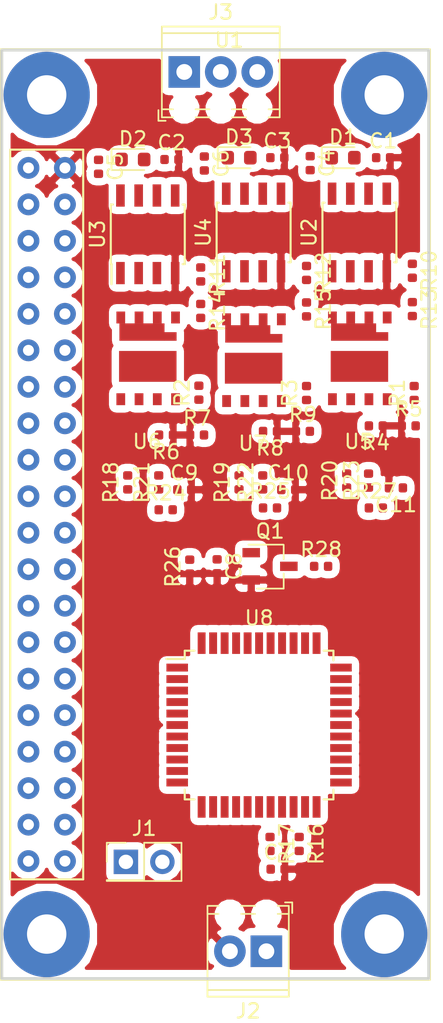
<source format=kicad_pcb>
(kicad_pcb (version 20171130) (host pcbnew "(5.0.0)")

  (general
    (thickness 1.6)
    (drawings 4)
    (tracks 0)
    (zones 0)
    (modules 54)
    (nets 101)
  )

  (page A4)
  (layers
    (0 F.Cu signal)
    (31 B.Cu signal)
    (32 B.Adhes user)
    (33 F.Adhes user)
    (34 B.Paste user)
    (35 F.Paste user)
    (36 B.SilkS user)
    (37 F.SilkS user)
    (38 B.Mask user)
    (39 F.Mask user)
    (40 Dwgs.User user)
    (41 Cmts.User user)
    (42 Eco1.User user)
    (43 Eco2.User user)
    (44 Edge.Cuts user)
    (45 Margin user)
    (46 B.CrtYd user)
    (47 F.CrtYd user)
    (48 B.Fab user)
    (49 F.Fab user)
  )

  (setup
    (last_trace_width 0.25)
    (trace_clearance 0.2)
    (zone_clearance 0.508)
    (zone_45_only no)
    (trace_min 0.2)
    (segment_width 0.2)
    (edge_width 0.15)
    (via_size 0.8)
    (via_drill 0.4)
    (via_min_size 0.4)
    (via_min_drill 0.3)
    (uvia_size 0.3)
    (uvia_drill 0.1)
    (uvias_allowed no)
    (uvia_min_size 0.2)
    (uvia_min_drill 0.1)
    (pcb_text_width 0.3)
    (pcb_text_size 1.5 1.5)
    (mod_edge_width 0.15)
    (mod_text_size 1 1)
    (mod_text_width 0.15)
    (pad_size 1.524 1.524)
    (pad_drill 0.762)
    (pad_to_mask_clearance 0.2)
    (aux_axis_origin 0 0)
    (visible_elements 7FFFFFFF)
    (pcbplotparams
      (layerselection 0x010fc_ffffffff)
      (usegerberextensions false)
      (usegerberattributes false)
      (usegerberadvancedattributes false)
      (creategerberjobfile false)
      (excludeedgelayer true)
      (linewidth 0.100000)
      (plotframeref false)
      (viasonmask false)
      (mode 1)
      (useauxorigin false)
      (hpglpennumber 1)
      (hpglpenspeed 20)
      (hpglpendiameter 15.000000)
      (psnegative false)
      (psa4output false)
      (plotreference true)
      (plotvalue true)
      (plotinvisibletext false)
      (padsonsilk false)
      (subtractmaskfromsilk false)
      (outputformat 1)
      (mirror false)
      (drillshape 1)
      (scaleselection 1)
      (outputdirectory ""))
  )

  (net 0 "")
  (net 1 GND)
  (net 2 VCC)
  (net 3 "Net-(C4-Pad1)")
  (net 4 W)
  (net 5 "Net-(C5-Pad1)")
  (net 6 U)
  (net 7 "Net-(C6-Pad1)")
  (net 8 V)
  (net 9 "Net-(C7-Pad1)")
  (net 10 "Net-(C8-Pad1)")
  (net 11 SENSE_U)
  (net 12 SENSE_V)
  (net 13 SENSE_W)
  (net 14 ICSP_DAT)
  (net 15 "Net-(J1-Pad2)")
  (net 16 trap)
  (net 17 LO3)
  (net 18 "Net-(R1-Pad1)")
  (net 19 "Net-(R2-Pad1)")
  (net 20 LO1)
  (net 21 "Net-(R3-Pad1)")
  (net 22 LO2)
  (net 23 S_W)
  (net 24 S_U)
  (net 25 S_V)
  (net 26 "Net-(R10-Pad2)")
  (net 27 "Net-(R11-Pad2)")
  (net 28 "Net-(R12-Pad2)")
  (net 29 HO3)
  (net 30 HO1)
  (net 31 HO2)
  (net 32 +3V3)
  (net 33 MCLR)
  (net 34 ICSP_CLK)
  (net 35 "Net-(U1-Pad37)")
  (net 36 "Net-(U1-Pad36)")
  (net 37 "Net-(U1-Pad34)")
  (net 38 "Net-(U1-Pad33)")
  (net 39 "Net-(U1-Pad32)")
  (net 40 "Net-(U1-Pad31)")
  (net 41 "Net-(U1-Pad30)")
  (net 42 "Net-(U1-Pad29)")
  (net 43 "Net-(U1-Pad28)")
  (net 44 "Net-(U1-Pad27)")
  (net 45 "Net-(U1-Pad26)")
  (net 46 "Net-(U1-Pad25)")
  (net 47 "Net-(U1-Pad24)")
  (net 48 "Net-(U1-Pad23)")
  (net 49 "Net-(U1-Pad22)")
  (net 50 "Net-(U1-Pad21)")
  (net 51 "Net-(U1-Pad20)")
  (net 52 "Net-(U1-Pad19)")
  (net 53 "Net-(U1-Pad18)")
  (net 54 "Net-(U1-Pad17)")
  (net 55 "Net-(U1-Pad16)")
  (net 56 "Net-(U1-Pad15)")
  (net 57 "Net-(U1-Pad14)")
  (net 58 "Net-(U1-Pad13)")
  (net 59 "Net-(U1-Pad12)")
  (net 60 "Net-(U1-Pad11)")
  (net 61 "Net-(U1-Pad10)")
  (net 62 "Net-(U1-Pad9)")
  (net 63 "Net-(U1-Pad8)")
  (net 64 "Net-(U1-Pad7)")
  (net 65 "Net-(U1-Pad6)")
  (net 66 SCL)
  (net 67 "Net-(U1-Pad4)")
  (net 68 SDA)
  (net 69 "Net-(U1-Pad2)")
  (net 70 H_W)
  (net 71 L_W)
  (net 72 H_U)
  (net 73 L_U)
  (net 74 L_V)
  (net 75 H_V)
  (net 76 "Net-(U8-Pad1)")
  (net 77 "Net-(U8-Pad4)")
  (net 78 "Net-(U8-Pad5)")
  (net 79 "Net-(U8-Pad8)")
  (net 80 "Net-(U8-Pad9)")
  (net 81 "Net-(U8-Pad10)")
  (net 82 "Net-(U8-Pad11)")
  (net 83 "Net-(U8-Pad12)")
  (net 84 "Net-(U8-Pad13)")
  (net 85 "Net-(U8-Pad14)")
  (net 86 "Net-(U8-Pad15)")
  (net 87 "Net-(U8-Pad22)")
  (net 88 "Net-(U8-Pad23)")
  (net 89 "Net-(U8-Pad24)")
  (net 90 "Net-(U8-Pad25)")
  (net 91 "Net-(U8-Pad26)")
  (net 92 "Net-(U8-Pad27)")
  (net 93 "Net-(U8-Pad30)")
  (net 94 "Net-(U8-Pad31)")
  (net 95 "Net-(U8-Pad33)")
  (net 96 "Net-(U8-Pad34)")
  (net 97 "Net-(U8-Pad35)")
  (net 98 "Net-(U8-Pad36)")
  (net 99 "Net-(U8-Pad43)")
  (net 100 "Net-(U8-Pad44)")

  (net_class Default "This is the default net class."
    (clearance 0.2)
    (trace_width 0.25)
    (via_dia 0.8)
    (via_drill 0.4)
    (uvia_dia 0.3)
    (uvia_drill 0.1)
    (add_net +3V3)
    (add_net GND)
    (add_net HO1)
    (add_net HO2)
    (add_net HO3)
    (add_net H_U)
    (add_net H_V)
    (add_net H_W)
    (add_net ICSP_CLK)
    (add_net ICSP_DAT)
    (add_net LO1)
    (add_net LO2)
    (add_net LO3)
    (add_net L_U)
    (add_net L_V)
    (add_net L_W)
    (add_net MCLR)
    (add_net "Net-(C4-Pad1)")
    (add_net "Net-(C5-Pad1)")
    (add_net "Net-(C6-Pad1)")
    (add_net "Net-(C7-Pad1)")
    (add_net "Net-(C8-Pad1)")
    (add_net "Net-(J1-Pad2)")
    (add_net "Net-(R1-Pad1)")
    (add_net "Net-(R10-Pad2)")
    (add_net "Net-(R11-Pad2)")
    (add_net "Net-(R12-Pad2)")
    (add_net "Net-(R2-Pad1)")
    (add_net "Net-(R3-Pad1)")
    (add_net "Net-(U1-Pad10)")
    (add_net "Net-(U1-Pad11)")
    (add_net "Net-(U1-Pad12)")
    (add_net "Net-(U1-Pad13)")
    (add_net "Net-(U1-Pad14)")
    (add_net "Net-(U1-Pad15)")
    (add_net "Net-(U1-Pad16)")
    (add_net "Net-(U1-Pad17)")
    (add_net "Net-(U1-Pad18)")
    (add_net "Net-(U1-Pad19)")
    (add_net "Net-(U1-Pad2)")
    (add_net "Net-(U1-Pad20)")
    (add_net "Net-(U1-Pad21)")
    (add_net "Net-(U1-Pad22)")
    (add_net "Net-(U1-Pad23)")
    (add_net "Net-(U1-Pad24)")
    (add_net "Net-(U1-Pad25)")
    (add_net "Net-(U1-Pad26)")
    (add_net "Net-(U1-Pad27)")
    (add_net "Net-(U1-Pad28)")
    (add_net "Net-(U1-Pad29)")
    (add_net "Net-(U1-Pad30)")
    (add_net "Net-(U1-Pad31)")
    (add_net "Net-(U1-Pad32)")
    (add_net "Net-(U1-Pad33)")
    (add_net "Net-(U1-Pad34)")
    (add_net "Net-(U1-Pad36)")
    (add_net "Net-(U1-Pad37)")
    (add_net "Net-(U1-Pad4)")
    (add_net "Net-(U1-Pad6)")
    (add_net "Net-(U1-Pad7)")
    (add_net "Net-(U1-Pad8)")
    (add_net "Net-(U1-Pad9)")
    (add_net "Net-(U8-Pad1)")
    (add_net "Net-(U8-Pad10)")
    (add_net "Net-(U8-Pad11)")
    (add_net "Net-(U8-Pad12)")
    (add_net "Net-(U8-Pad13)")
    (add_net "Net-(U8-Pad14)")
    (add_net "Net-(U8-Pad15)")
    (add_net "Net-(U8-Pad22)")
    (add_net "Net-(U8-Pad23)")
    (add_net "Net-(U8-Pad24)")
    (add_net "Net-(U8-Pad25)")
    (add_net "Net-(U8-Pad26)")
    (add_net "Net-(U8-Pad27)")
    (add_net "Net-(U8-Pad30)")
    (add_net "Net-(U8-Pad31)")
    (add_net "Net-(U8-Pad33)")
    (add_net "Net-(U8-Pad34)")
    (add_net "Net-(U8-Pad35)")
    (add_net "Net-(U8-Pad36)")
    (add_net "Net-(U8-Pad4)")
    (add_net "Net-(U8-Pad43)")
    (add_net "Net-(U8-Pad44)")
    (add_net "Net-(U8-Pad5)")
    (add_net "Net-(U8-Pad8)")
    (add_net "Net-(U8-Pad9)")
    (add_net SCL)
    (add_net SDA)
    (add_net SENSE_U)
    (add_net SENSE_V)
    (add_net SENSE_W)
    (add_net S_U)
    (add_net S_V)
    (add_net S_W)
    (add_net U)
    (add_net V)
    (add_net VCC)
    (add_net W)
    (add_net trap)
  )

  (module Capacitor_SMD:C_0402_1005Metric (layer F.Cu) (tedit 5B301BBE) (tstamp 5C03213E)
    (at 90.805 94.869)
    (descr "Capacitor SMD 0402 (1005 Metric), square (rectangular) end terminal, IPC_7351 nominal, (Body size source: http://www.tortai-tech.com/upload/download/2011102023233369053.pdf), generated with kicad-footprint-generator")
    (tags capacitor)
    (path /5BE9EEA5)
    (attr smd)
    (fp_text reference C1 (at 0 -1.17) (layer F.SilkS)
      (effects (font (size 1 1) (thickness 0.15)))
    )
    (fp_text value 1u_10V (at 0 1.17) (layer F.Fab)
      (effects (font (size 1 1) (thickness 0.15)))
    )
    (fp_text user %R (at 0 0) (layer F.Fab)
      (effects (font (size 0.25 0.25) (thickness 0.04)))
    )
    (fp_line (start 0.93 0.47) (end -0.93 0.47) (layer F.CrtYd) (width 0.05))
    (fp_line (start 0.93 -0.47) (end 0.93 0.47) (layer F.CrtYd) (width 0.05))
    (fp_line (start -0.93 -0.47) (end 0.93 -0.47) (layer F.CrtYd) (width 0.05))
    (fp_line (start -0.93 0.47) (end -0.93 -0.47) (layer F.CrtYd) (width 0.05))
    (fp_line (start 0.5 0.25) (end -0.5 0.25) (layer F.Fab) (width 0.1))
    (fp_line (start 0.5 -0.25) (end 0.5 0.25) (layer F.Fab) (width 0.1))
    (fp_line (start -0.5 -0.25) (end 0.5 -0.25) (layer F.Fab) (width 0.1))
    (fp_line (start -0.5 0.25) (end -0.5 -0.25) (layer F.Fab) (width 0.1))
    (pad 2 smd roundrect (at 0.485 0) (size 0.59 0.64) (layers F.Cu F.Paste F.Mask) (roundrect_rratio 0.25)
      (net 1 GND))
    (pad 1 smd roundrect (at -0.485 0) (size 0.59 0.64) (layers F.Cu F.Paste F.Mask) (roundrect_rratio 0.25)
      (net 2 VCC))
    (model ${KISYS3DMOD}/Capacitor_SMD.3dshapes/C_0402_1005Metric.wrl
      (at (xyz 0 0 0))
      (scale (xyz 1 1 1))
      (rotate (xyz 0 0 0))
    )
  )

  (module Capacitor_SMD:C_0402_1005Metric (layer F.Cu) (tedit 5B301BBE) (tstamp 5C03214D)
    (at 76.073 94.996)
    (descr "Capacitor SMD 0402 (1005 Metric), square (rectangular) end terminal, IPC_7351 nominal, (Body size source: http://www.tortai-tech.com/upload/download/2011102023233369053.pdf), generated with kicad-footprint-generator")
    (tags capacitor)
    (path /5BE9AC28)
    (attr smd)
    (fp_text reference C2 (at 0 -1.17) (layer F.SilkS)
      (effects (font (size 1 1) (thickness 0.15)))
    )
    (fp_text value 1u_10V (at 0 1.17) (layer F.Fab)
      (effects (font (size 1 1) (thickness 0.15)))
    )
    (fp_text user %R (at 0 0) (layer F.Fab)
      (effects (font (size 0.25 0.25) (thickness 0.04)))
    )
    (fp_line (start 0.93 0.47) (end -0.93 0.47) (layer F.CrtYd) (width 0.05))
    (fp_line (start 0.93 -0.47) (end 0.93 0.47) (layer F.CrtYd) (width 0.05))
    (fp_line (start -0.93 -0.47) (end 0.93 -0.47) (layer F.CrtYd) (width 0.05))
    (fp_line (start -0.93 0.47) (end -0.93 -0.47) (layer F.CrtYd) (width 0.05))
    (fp_line (start 0.5 0.25) (end -0.5 0.25) (layer F.Fab) (width 0.1))
    (fp_line (start 0.5 -0.25) (end 0.5 0.25) (layer F.Fab) (width 0.1))
    (fp_line (start -0.5 -0.25) (end 0.5 -0.25) (layer F.Fab) (width 0.1))
    (fp_line (start -0.5 0.25) (end -0.5 -0.25) (layer F.Fab) (width 0.1))
    (pad 2 smd roundrect (at 0.485 0) (size 0.59 0.64) (layers F.Cu F.Paste F.Mask) (roundrect_rratio 0.25)
      (net 1 GND))
    (pad 1 smd roundrect (at -0.485 0) (size 0.59 0.64) (layers F.Cu F.Paste F.Mask) (roundrect_rratio 0.25)
      (net 2 VCC))
    (model ${KISYS3DMOD}/Capacitor_SMD.3dshapes/C_0402_1005Metric.wrl
      (at (xyz 0 0 0))
      (scale (xyz 1 1 1))
      (rotate (xyz 0 0 0))
    )
  )

  (module Capacitor_SMD:C_0402_1005Metric (layer F.Cu) (tedit 5B301BBE) (tstamp 5C03215C)
    (at 83.439 94.869)
    (descr "Capacitor SMD 0402 (1005 Metric), square (rectangular) end terminal, IPC_7351 nominal, (Body size source: http://www.tortai-tech.com/upload/download/2011102023233369053.pdf), generated with kicad-footprint-generator")
    (tags capacitor)
    (path /5BE9C5CA)
    (attr smd)
    (fp_text reference C3 (at 0 -1.17) (layer F.SilkS)
      (effects (font (size 1 1) (thickness 0.15)))
    )
    (fp_text value 1u_10V (at 0 1.17) (layer F.Fab)
      (effects (font (size 1 1) (thickness 0.15)))
    )
    (fp_text user %R (at 0 0) (layer F.Fab)
      (effects (font (size 0.25 0.25) (thickness 0.04)))
    )
    (fp_line (start 0.93 0.47) (end -0.93 0.47) (layer F.CrtYd) (width 0.05))
    (fp_line (start 0.93 -0.47) (end 0.93 0.47) (layer F.CrtYd) (width 0.05))
    (fp_line (start -0.93 -0.47) (end 0.93 -0.47) (layer F.CrtYd) (width 0.05))
    (fp_line (start -0.93 0.47) (end -0.93 -0.47) (layer F.CrtYd) (width 0.05))
    (fp_line (start 0.5 0.25) (end -0.5 0.25) (layer F.Fab) (width 0.1))
    (fp_line (start 0.5 -0.25) (end 0.5 0.25) (layer F.Fab) (width 0.1))
    (fp_line (start -0.5 -0.25) (end 0.5 -0.25) (layer F.Fab) (width 0.1))
    (fp_line (start -0.5 0.25) (end -0.5 -0.25) (layer F.Fab) (width 0.1))
    (pad 2 smd roundrect (at 0.485 0) (size 0.59 0.64) (layers F.Cu F.Paste F.Mask) (roundrect_rratio 0.25)
      (net 1 GND))
    (pad 1 smd roundrect (at -0.485 0) (size 0.59 0.64) (layers F.Cu F.Paste F.Mask) (roundrect_rratio 0.25)
      (net 2 VCC))
    (model ${KISYS3DMOD}/Capacitor_SMD.3dshapes/C_0402_1005Metric.wrl
      (at (xyz 0 0 0))
      (scale (xyz 1 1 1))
      (rotate (xyz 0 0 0))
    )
  )

  (module Capacitor_SMD:C_0402_1005Metric (layer F.Cu) (tedit 5B301BBE) (tstamp 5C03216B)
    (at 85.725 95.25 270)
    (descr "Capacitor SMD 0402 (1005 Metric), square (rectangular) end terminal, IPC_7351 nominal, (Body size source: http://www.tortai-tech.com/upload/download/2011102023233369053.pdf), generated with kicad-footprint-generator")
    (tags capacitor)
    (path /5BE9EEB8)
    (attr smd)
    (fp_text reference C4 (at 0 -1.17 270) (layer F.SilkS)
      (effects (font (size 1 1) (thickness 0.15)))
    )
    (fp_text value 1u_10V (at 0 1.17 270) (layer F.Fab)
      (effects (font (size 1 1) (thickness 0.15)))
    )
    (fp_line (start -0.5 0.25) (end -0.5 -0.25) (layer F.Fab) (width 0.1))
    (fp_line (start -0.5 -0.25) (end 0.5 -0.25) (layer F.Fab) (width 0.1))
    (fp_line (start 0.5 -0.25) (end 0.5 0.25) (layer F.Fab) (width 0.1))
    (fp_line (start 0.5 0.25) (end -0.5 0.25) (layer F.Fab) (width 0.1))
    (fp_line (start -0.93 0.47) (end -0.93 -0.47) (layer F.CrtYd) (width 0.05))
    (fp_line (start -0.93 -0.47) (end 0.93 -0.47) (layer F.CrtYd) (width 0.05))
    (fp_line (start 0.93 -0.47) (end 0.93 0.47) (layer F.CrtYd) (width 0.05))
    (fp_line (start 0.93 0.47) (end -0.93 0.47) (layer F.CrtYd) (width 0.05))
    (fp_text user %R (at 0 0 270) (layer F.Fab)
      (effects (font (size 0.25 0.25) (thickness 0.04)))
    )
    (pad 1 smd roundrect (at -0.485 0 270) (size 0.59 0.64) (layers F.Cu F.Paste F.Mask) (roundrect_rratio 0.25)
      (net 3 "Net-(C4-Pad1)"))
    (pad 2 smd roundrect (at 0.485 0 270) (size 0.59 0.64) (layers F.Cu F.Paste F.Mask) (roundrect_rratio 0.25)
      (net 4 W))
    (model ${KISYS3DMOD}/Capacitor_SMD.3dshapes/C_0402_1005Metric.wrl
      (at (xyz 0 0 0))
      (scale (xyz 1 1 1))
      (rotate (xyz 0 0 0))
    )
  )

  (module Capacitor_SMD:C_0402_1005Metric (layer F.Cu) (tedit 5B301BBE) (tstamp 5C03217A)
    (at 70.993 95.504 270)
    (descr "Capacitor SMD 0402 (1005 Metric), square (rectangular) end terminal, IPC_7351 nominal, (Body size source: http://www.tortai-tech.com/upload/download/2011102023233369053.pdf), generated with kicad-footprint-generator")
    (tags capacitor)
    (path /5BE9AEEE)
    (attr smd)
    (fp_text reference C5 (at 0 -1.17 270) (layer F.SilkS)
      (effects (font (size 1 1) (thickness 0.15)))
    )
    (fp_text value 1u_10V (at 0 1.17 270) (layer F.Fab)
      (effects (font (size 1 1) (thickness 0.15)))
    )
    (fp_line (start -0.5 0.25) (end -0.5 -0.25) (layer F.Fab) (width 0.1))
    (fp_line (start -0.5 -0.25) (end 0.5 -0.25) (layer F.Fab) (width 0.1))
    (fp_line (start 0.5 -0.25) (end 0.5 0.25) (layer F.Fab) (width 0.1))
    (fp_line (start 0.5 0.25) (end -0.5 0.25) (layer F.Fab) (width 0.1))
    (fp_line (start -0.93 0.47) (end -0.93 -0.47) (layer F.CrtYd) (width 0.05))
    (fp_line (start -0.93 -0.47) (end 0.93 -0.47) (layer F.CrtYd) (width 0.05))
    (fp_line (start 0.93 -0.47) (end 0.93 0.47) (layer F.CrtYd) (width 0.05))
    (fp_line (start 0.93 0.47) (end -0.93 0.47) (layer F.CrtYd) (width 0.05))
    (fp_text user %R (at 0 0 270) (layer F.Fab)
      (effects (font (size 0.25 0.25) (thickness 0.04)))
    )
    (pad 1 smd roundrect (at -0.485 0 270) (size 0.59 0.64) (layers F.Cu F.Paste F.Mask) (roundrect_rratio 0.25)
      (net 5 "Net-(C5-Pad1)"))
    (pad 2 smd roundrect (at 0.485 0 270) (size 0.59 0.64) (layers F.Cu F.Paste F.Mask) (roundrect_rratio 0.25)
      (net 6 U))
    (model ${KISYS3DMOD}/Capacitor_SMD.3dshapes/C_0402_1005Metric.wrl
      (at (xyz 0 0 0))
      (scale (xyz 1 1 1))
      (rotate (xyz 0 0 0))
    )
  )

  (module Capacitor_SMD:C_0402_1005Metric (layer F.Cu) (tedit 5B301BBE) (tstamp 5C032189)
    (at 78.359 95.273 270)
    (descr "Capacitor SMD 0402 (1005 Metric), square (rectangular) end terminal, IPC_7351 nominal, (Body size source: http://www.tortai-tech.com/upload/download/2011102023233369053.pdf), generated with kicad-footprint-generator")
    (tags capacitor)
    (path /5BE9C5DD)
    (attr smd)
    (fp_text reference C6 (at 0 -1.17 270) (layer F.SilkS)
      (effects (font (size 1 1) (thickness 0.15)))
    )
    (fp_text value 1u_10V (at 0 1.17 270) (layer F.Fab)
      (effects (font (size 1 1) (thickness 0.15)))
    )
    (fp_line (start -0.5 0.25) (end -0.5 -0.25) (layer F.Fab) (width 0.1))
    (fp_line (start -0.5 -0.25) (end 0.5 -0.25) (layer F.Fab) (width 0.1))
    (fp_line (start 0.5 -0.25) (end 0.5 0.25) (layer F.Fab) (width 0.1))
    (fp_line (start 0.5 0.25) (end -0.5 0.25) (layer F.Fab) (width 0.1))
    (fp_line (start -0.93 0.47) (end -0.93 -0.47) (layer F.CrtYd) (width 0.05))
    (fp_line (start -0.93 -0.47) (end 0.93 -0.47) (layer F.CrtYd) (width 0.05))
    (fp_line (start 0.93 -0.47) (end 0.93 0.47) (layer F.CrtYd) (width 0.05))
    (fp_line (start 0.93 0.47) (end -0.93 0.47) (layer F.CrtYd) (width 0.05))
    (fp_text user %R (at 0 0 270) (layer F.Fab)
      (effects (font (size 0.25 0.25) (thickness 0.04)))
    )
    (pad 1 smd roundrect (at -0.485 0 270) (size 0.59 0.64) (layers F.Cu F.Paste F.Mask) (roundrect_rratio 0.25)
      (net 7 "Net-(C6-Pad1)"))
    (pad 2 smd roundrect (at 0.485 0 270) (size 0.59 0.64) (layers F.Cu F.Paste F.Mask) (roundrect_rratio 0.25)
      (net 8 V))
    (model ${KISYS3DMOD}/Capacitor_SMD.3dshapes/C_0402_1005Metric.wrl
      (at (xyz 0 0 0))
      (scale (xyz 1 1 1))
      (rotate (xyz 0 0 0))
    )
  )

  (module Capacitor_SMD:C_0402_1005Metric (layer F.Cu) (tedit 5B301BBE) (tstamp 5C032198)
    (at 83.462 144.399)
    (descr "Capacitor SMD 0402 (1005 Metric), square (rectangular) end terminal, IPC_7351 nominal, (Body size source: http://www.tortai-tech.com/upload/download/2011102023233369053.pdf), generated with kicad-footprint-generator")
    (tags capacitor)
    (path /5BEAC466/5BEAE3CD)
    (attr smd)
    (fp_text reference C7 (at 0 -1.17) (layer F.SilkS)
      (effects (font (size 1 1) (thickness 0.15)))
    )
    (fp_text value 1uF (at 0 1.17) (layer F.Fab)
      (effects (font (size 1 1) (thickness 0.15)))
    )
    (fp_line (start -0.5 0.25) (end -0.5 -0.25) (layer F.Fab) (width 0.1))
    (fp_line (start -0.5 -0.25) (end 0.5 -0.25) (layer F.Fab) (width 0.1))
    (fp_line (start 0.5 -0.25) (end 0.5 0.25) (layer F.Fab) (width 0.1))
    (fp_line (start 0.5 0.25) (end -0.5 0.25) (layer F.Fab) (width 0.1))
    (fp_line (start -0.93 0.47) (end -0.93 -0.47) (layer F.CrtYd) (width 0.05))
    (fp_line (start -0.93 -0.47) (end 0.93 -0.47) (layer F.CrtYd) (width 0.05))
    (fp_line (start 0.93 -0.47) (end 0.93 0.47) (layer F.CrtYd) (width 0.05))
    (fp_line (start 0.93 0.47) (end -0.93 0.47) (layer F.CrtYd) (width 0.05))
    (fp_text user %R (at 0 0) (layer F.Fab)
      (effects (font (size 0.25 0.25) (thickness 0.04)))
    )
    (pad 1 smd roundrect (at -0.485 0) (size 0.59 0.64) (layers F.Cu F.Paste F.Mask) (roundrect_rratio 0.25)
      (net 9 "Net-(C7-Pad1)"))
    (pad 2 smd roundrect (at 0.485 0) (size 0.59 0.64) (layers F.Cu F.Paste F.Mask) (roundrect_rratio 0.25)
      (net 1 GND))
    (model ${KISYS3DMOD}/Capacitor_SMD.3dshapes/C_0402_1005Metric.wrl
      (at (xyz 0 0 0))
      (scale (xyz 1 1 1))
      (rotate (xyz 0 0 0))
    )
  )

  (module Capacitor_SMD:C_0402_1005Metric (layer F.Cu) (tedit 5B301BBE) (tstamp 5C0321A7)
    (at 79.248 123.317 270)
    (descr "Capacitor SMD 0402 (1005 Metric), square (rectangular) end terminal, IPC_7351 nominal, (Body size source: http://www.tortai-tech.com/upload/download/2011102023233369053.pdf), generated with kicad-footprint-generator")
    (tags capacitor)
    (path /5BED4D40)
    (attr smd)
    (fp_text reference C8 (at 0 -1.17 270) (layer F.SilkS)
      (effects (font (size 1 1) (thickness 0.15)))
    )
    (fp_text value 100n (at 0 1.17 270) (layer F.Fab)
      (effects (font (size 1 1) (thickness 0.15)))
    )
    (fp_line (start -0.5 0.25) (end -0.5 -0.25) (layer F.Fab) (width 0.1))
    (fp_line (start -0.5 -0.25) (end 0.5 -0.25) (layer F.Fab) (width 0.1))
    (fp_line (start 0.5 -0.25) (end 0.5 0.25) (layer F.Fab) (width 0.1))
    (fp_line (start 0.5 0.25) (end -0.5 0.25) (layer F.Fab) (width 0.1))
    (fp_line (start -0.93 0.47) (end -0.93 -0.47) (layer F.CrtYd) (width 0.05))
    (fp_line (start -0.93 -0.47) (end 0.93 -0.47) (layer F.CrtYd) (width 0.05))
    (fp_line (start 0.93 -0.47) (end 0.93 0.47) (layer F.CrtYd) (width 0.05))
    (fp_line (start 0.93 0.47) (end -0.93 0.47) (layer F.CrtYd) (width 0.05))
    (fp_text user %R (at 0 0 270) (layer F.Fab)
      (effects (font (size 0.25 0.25) (thickness 0.04)))
    )
    (pad 1 smd roundrect (at -0.485 0 270) (size 0.59 0.64) (layers F.Cu F.Paste F.Mask) (roundrect_rratio 0.25)
      (net 10 "Net-(C8-Pad1)"))
    (pad 2 smd roundrect (at 0.485 0 270) (size 0.59 0.64) (layers F.Cu F.Paste F.Mask) (roundrect_rratio 0.25)
      (net 1 GND))
    (model ${KISYS3DMOD}/Capacitor_SMD.3dshapes/C_0402_1005Metric.wrl
      (at (xyz 0 0 0))
      (scale (xyz 1 1 1))
      (rotate (xyz 0 0 0))
    )
  )

  (module Capacitor_SMD:C_0402_1005Metric (layer F.Cu) (tedit 5B301BBE) (tstamp 5C0321B6)
    (at 76.962 117.983)
    (descr "Capacitor SMD 0402 (1005 Metric), square (rectangular) end terminal, IPC_7351 nominal, (Body size source: http://www.tortai-tech.com/upload/download/2011102023233369053.pdf), generated with kicad-footprint-generator")
    (tags capacitor)
    (path /5BEF2B3B)
    (attr smd)
    (fp_text reference C9 (at 0 -1.17) (layer F.SilkS)
      (effects (font (size 1 1) (thickness 0.15)))
    )
    (fp_text value 47p (at 0 1.17) (layer F.Fab)
      (effects (font (size 1 1) (thickness 0.15)))
    )
    (fp_text user %R (at 0 0) (layer F.Fab)
      (effects (font (size 0.25 0.25) (thickness 0.04)))
    )
    (fp_line (start 0.93 0.47) (end -0.93 0.47) (layer F.CrtYd) (width 0.05))
    (fp_line (start 0.93 -0.47) (end 0.93 0.47) (layer F.CrtYd) (width 0.05))
    (fp_line (start -0.93 -0.47) (end 0.93 -0.47) (layer F.CrtYd) (width 0.05))
    (fp_line (start -0.93 0.47) (end -0.93 -0.47) (layer F.CrtYd) (width 0.05))
    (fp_line (start 0.5 0.25) (end -0.5 0.25) (layer F.Fab) (width 0.1))
    (fp_line (start 0.5 -0.25) (end 0.5 0.25) (layer F.Fab) (width 0.1))
    (fp_line (start -0.5 -0.25) (end 0.5 -0.25) (layer F.Fab) (width 0.1))
    (fp_line (start -0.5 0.25) (end -0.5 -0.25) (layer F.Fab) (width 0.1))
    (pad 2 smd roundrect (at 0.485 0) (size 0.59 0.64) (layers F.Cu F.Paste F.Mask) (roundrect_rratio 0.25)
      (net 1 GND))
    (pad 1 smd roundrect (at -0.485 0) (size 0.59 0.64) (layers F.Cu F.Paste F.Mask) (roundrect_rratio 0.25)
      (net 11 SENSE_U))
    (model ${KISYS3DMOD}/Capacitor_SMD.3dshapes/C_0402_1005Metric.wrl
      (at (xyz 0 0 0))
      (scale (xyz 1 1 1))
      (rotate (xyz 0 0 0))
    )
  )

  (module Capacitor_SMD:C_0402_1005Metric (layer F.Cu) (tedit 5B301BBE) (tstamp 5C0321C5)
    (at 84.201 117.983)
    (descr "Capacitor SMD 0402 (1005 Metric), square (rectangular) end terminal, IPC_7351 nominal, (Body size source: http://www.tortai-tech.com/upload/download/2011102023233369053.pdf), generated with kicad-footprint-generator")
    (tags capacitor)
    (path /5BEF2CF3)
    (attr smd)
    (fp_text reference C10 (at 0 -1.17) (layer F.SilkS)
      (effects (font (size 1 1) (thickness 0.15)))
    )
    (fp_text value 47p (at 0 1.17) (layer F.Fab)
      (effects (font (size 1 1) (thickness 0.15)))
    )
    (fp_line (start -0.5 0.25) (end -0.5 -0.25) (layer F.Fab) (width 0.1))
    (fp_line (start -0.5 -0.25) (end 0.5 -0.25) (layer F.Fab) (width 0.1))
    (fp_line (start 0.5 -0.25) (end 0.5 0.25) (layer F.Fab) (width 0.1))
    (fp_line (start 0.5 0.25) (end -0.5 0.25) (layer F.Fab) (width 0.1))
    (fp_line (start -0.93 0.47) (end -0.93 -0.47) (layer F.CrtYd) (width 0.05))
    (fp_line (start -0.93 -0.47) (end 0.93 -0.47) (layer F.CrtYd) (width 0.05))
    (fp_line (start 0.93 -0.47) (end 0.93 0.47) (layer F.CrtYd) (width 0.05))
    (fp_line (start 0.93 0.47) (end -0.93 0.47) (layer F.CrtYd) (width 0.05))
    (fp_text user %R (at 0 0) (layer F.Fab)
      (effects (font (size 0.25 0.25) (thickness 0.04)))
    )
    (pad 1 smd roundrect (at -0.485 0) (size 0.59 0.64) (layers F.Cu F.Paste F.Mask) (roundrect_rratio 0.25)
      (net 12 SENSE_V))
    (pad 2 smd roundrect (at 0.485 0) (size 0.59 0.64) (layers F.Cu F.Paste F.Mask) (roundrect_rratio 0.25)
      (net 1 GND))
    (model ${KISYS3DMOD}/Capacitor_SMD.3dshapes/C_0402_1005Metric.wrl
      (at (xyz 0 0 0))
      (scale (xyz 1 1 1))
      (rotate (xyz 0 0 0))
    )
  )

  (module Capacitor_SMD:C_0402_1005Metric (layer F.Cu) (tedit 5B301BBE) (tstamp 5C0321D4)
    (at 91.694 117.856 180)
    (descr "Capacitor SMD 0402 (1005 Metric), square (rectangular) end terminal, IPC_7351 nominal, (Body size source: http://www.tortai-tech.com/upload/download/2011102023233369053.pdf), generated with kicad-footprint-generator")
    (tags capacitor)
    (path /5BEF2D75)
    (attr smd)
    (fp_text reference C11 (at 0 -1.17 180) (layer F.SilkS)
      (effects (font (size 1 1) (thickness 0.15)))
    )
    (fp_text value 47p (at 0 1.17 180) (layer F.Fab)
      (effects (font (size 1 1) (thickness 0.15)))
    )
    (fp_text user %R (at 0 0 180) (layer F.Fab)
      (effects (font (size 0.25 0.25) (thickness 0.04)))
    )
    (fp_line (start 0.93 0.47) (end -0.93 0.47) (layer F.CrtYd) (width 0.05))
    (fp_line (start 0.93 -0.47) (end 0.93 0.47) (layer F.CrtYd) (width 0.05))
    (fp_line (start -0.93 -0.47) (end 0.93 -0.47) (layer F.CrtYd) (width 0.05))
    (fp_line (start -0.93 0.47) (end -0.93 -0.47) (layer F.CrtYd) (width 0.05))
    (fp_line (start 0.5 0.25) (end -0.5 0.25) (layer F.Fab) (width 0.1))
    (fp_line (start 0.5 -0.25) (end 0.5 0.25) (layer F.Fab) (width 0.1))
    (fp_line (start -0.5 -0.25) (end 0.5 -0.25) (layer F.Fab) (width 0.1))
    (fp_line (start -0.5 0.25) (end -0.5 -0.25) (layer F.Fab) (width 0.1))
    (pad 2 smd roundrect (at 0.485 0 180) (size 0.59 0.64) (layers F.Cu F.Paste F.Mask) (roundrect_rratio 0.25)
      (net 1 GND))
    (pad 1 smd roundrect (at -0.485 0 180) (size 0.59 0.64) (layers F.Cu F.Paste F.Mask) (roundrect_rratio 0.25)
      (net 13 SENSE_W))
    (model ${KISYS3DMOD}/Capacitor_SMD.3dshapes/C_0402_1005Metric.wrl
      (at (xyz 0 0 0))
      (scale (xyz 1 1 1))
      (rotate (xyz 0 0 0))
    )
  )

  (module Diode_SMD:D_0603_1608Metric (layer F.Cu) (tedit 5B301BBE) (tstamp 5C0321E7)
    (at 88.011 94.869)
    (descr "Diode SMD 0603 (1608 Metric), square (rectangular) end terminal, IPC_7351 nominal, (Body size source: http://www.tortai-tech.com/upload/download/2011102023233369053.pdf), generated with kicad-footprint-generator")
    (tags diode)
    (path /5BE9EE99)
    (attr smd)
    (fp_text reference D1 (at 0 -1.43) (layer F.SilkS)
      (effects (font (size 1 1) (thickness 0.15)))
    )
    (fp_text value BAT54-02V (at 0 1.43) (layer F.Fab)
      (effects (font (size 1 1) (thickness 0.15)))
    )
    (fp_line (start 0.8 -0.4) (end -0.5 -0.4) (layer F.Fab) (width 0.1))
    (fp_line (start -0.5 -0.4) (end -0.8 -0.1) (layer F.Fab) (width 0.1))
    (fp_line (start -0.8 -0.1) (end -0.8 0.4) (layer F.Fab) (width 0.1))
    (fp_line (start -0.8 0.4) (end 0.8 0.4) (layer F.Fab) (width 0.1))
    (fp_line (start 0.8 0.4) (end 0.8 -0.4) (layer F.Fab) (width 0.1))
    (fp_line (start 0.8 -0.735) (end -1.485 -0.735) (layer F.SilkS) (width 0.12))
    (fp_line (start -1.485 -0.735) (end -1.485 0.735) (layer F.SilkS) (width 0.12))
    (fp_line (start -1.485 0.735) (end 0.8 0.735) (layer F.SilkS) (width 0.12))
    (fp_line (start -1.48 0.73) (end -1.48 -0.73) (layer F.CrtYd) (width 0.05))
    (fp_line (start -1.48 -0.73) (end 1.48 -0.73) (layer F.CrtYd) (width 0.05))
    (fp_line (start 1.48 -0.73) (end 1.48 0.73) (layer F.CrtYd) (width 0.05))
    (fp_line (start 1.48 0.73) (end -1.48 0.73) (layer F.CrtYd) (width 0.05))
    (fp_text user %R (at 0 0) (layer F.Fab)
      (effects (font (size 0.4 0.4) (thickness 0.06)))
    )
    (pad 1 smd roundrect (at -0.7875 0) (size 0.875 0.95) (layers F.Cu F.Paste F.Mask) (roundrect_rratio 0.25)
      (net 3 "Net-(C4-Pad1)"))
    (pad 2 smd roundrect (at 0.7875 0) (size 0.875 0.95) (layers F.Cu F.Paste F.Mask) (roundrect_rratio 0.25)
      (net 2 VCC))
    (model ${KISYS3DMOD}/Diode_SMD.3dshapes/D_0603_1608Metric.wrl
      (at (xyz 0 0 0))
      (scale (xyz 1 1 1))
      (rotate (xyz 0 0 0))
    )
  )

  (module Diode_SMD:D_0603_1608Metric (layer F.Cu) (tedit 5B301BBE) (tstamp 5C0321FA)
    (at 73.3805 94.996)
    (descr "Diode SMD 0603 (1608 Metric), square (rectangular) end terminal, IPC_7351 nominal, (Body size source: http://www.tortai-tech.com/upload/download/2011102023233369053.pdf), generated with kicad-footprint-generator")
    (tags diode)
    (path /5BE9EAC7)
    (attr smd)
    (fp_text reference D2 (at 0 -1.43) (layer F.SilkS)
      (effects (font (size 1 1) (thickness 0.15)))
    )
    (fp_text value BAT54-02V (at 0 1.43) (layer F.Fab)
      (effects (font (size 1 1) (thickness 0.15)))
    )
    (fp_text user %R (at 0 0) (layer F.Fab)
      (effects (font (size 0.4 0.4) (thickness 0.06)))
    )
    (fp_line (start 1.48 0.73) (end -1.48 0.73) (layer F.CrtYd) (width 0.05))
    (fp_line (start 1.48 -0.73) (end 1.48 0.73) (layer F.CrtYd) (width 0.05))
    (fp_line (start -1.48 -0.73) (end 1.48 -0.73) (layer F.CrtYd) (width 0.05))
    (fp_line (start -1.48 0.73) (end -1.48 -0.73) (layer F.CrtYd) (width 0.05))
    (fp_line (start -1.485 0.735) (end 0.8 0.735) (layer F.SilkS) (width 0.12))
    (fp_line (start -1.485 -0.735) (end -1.485 0.735) (layer F.SilkS) (width 0.12))
    (fp_line (start 0.8 -0.735) (end -1.485 -0.735) (layer F.SilkS) (width 0.12))
    (fp_line (start 0.8 0.4) (end 0.8 -0.4) (layer F.Fab) (width 0.1))
    (fp_line (start -0.8 0.4) (end 0.8 0.4) (layer F.Fab) (width 0.1))
    (fp_line (start -0.8 -0.1) (end -0.8 0.4) (layer F.Fab) (width 0.1))
    (fp_line (start -0.5 -0.4) (end -0.8 -0.1) (layer F.Fab) (width 0.1))
    (fp_line (start 0.8 -0.4) (end -0.5 -0.4) (layer F.Fab) (width 0.1))
    (pad 2 smd roundrect (at 0.7875 0) (size 0.875 0.95) (layers F.Cu F.Paste F.Mask) (roundrect_rratio 0.25)
      (net 2 VCC))
    (pad 1 smd roundrect (at -0.7875 0) (size 0.875 0.95) (layers F.Cu F.Paste F.Mask) (roundrect_rratio 0.25)
      (net 5 "Net-(C5-Pad1)"))
    (model ${KISYS3DMOD}/Diode_SMD.3dshapes/D_0603_1608Metric.wrl
      (at (xyz 0 0 0))
      (scale (xyz 1 1 1))
      (rotate (xyz 0 0 0))
    )
  )

  (module Diode_SMD:D_0603_1608Metric (layer F.Cu) (tedit 5B301BBE) (tstamp 5C03220D)
    (at 80.772 94.869)
    (descr "Diode SMD 0603 (1608 Metric), square (rectangular) end terminal, IPC_7351 nominal, (Body size source: http://www.tortai-tech.com/upload/download/2011102023233369053.pdf), generated with kicad-footprint-generator")
    (tags diode)
    (path /5BE9C5BE)
    (attr smd)
    (fp_text reference D3 (at 0 -1.43) (layer F.SilkS)
      (effects (font (size 1 1) (thickness 0.15)))
    )
    (fp_text value BAT54-02V (at 0 1.43) (layer F.Fab)
      (effects (font (size 1 1) (thickness 0.15)))
    )
    (fp_line (start 0.8 -0.4) (end -0.5 -0.4) (layer F.Fab) (width 0.1))
    (fp_line (start -0.5 -0.4) (end -0.8 -0.1) (layer F.Fab) (width 0.1))
    (fp_line (start -0.8 -0.1) (end -0.8 0.4) (layer F.Fab) (width 0.1))
    (fp_line (start -0.8 0.4) (end 0.8 0.4) (layer F.Fab) (width 0.1))
    (fp_line (start 0.8 0.4) (end 0.8 -0.4) (layer F.Fab) (width 0.1))
    (fp_line (start 0.8 -0.735) (end -1.485 -0.735) (layer F.SilkS) (width 0.12))
    (fp_line (start -1.485 -0.735) (end -1.485 0.735) (layer F.SilkS) (width 0.12))
    (fp_line (start -1.485 0.735) (end 0.8 0.735) (layer F.SilkS) (width 0.12))
    (fp_line (start -1.48 0.73) (end -1.48 -0.73) (layer F.CrtYd) (width 0.05))
    (fp_line (start -1.48 -0.73) (end 1.48 -0.73) (layer F.CrtYd) (width 0.05))
    (fp_line (start 1.48 -0.73) (end 1.48 0.73) (layer F.CrtYd) (width 0.05))
    (fp_line (start 1.48 0.73) (end -1.48 0.73) (layer F.CrtYd) (width 0.05))
    (fp_text user %R (at 0 0) (layer F.Fab)
      (effects (font (size 0.4 0.4) (thickness 0.06)))
    )
    (pad 1 smd roundrect (at -0.7875 0) (size 0.875 0.95) (layers F.Cu F.Paste F.Mask) (roundrect_rratio 0.25)
      (net 7 "Net-(C6-Pad1)"))
    (pad 2 smd roundrect (at 0.7875 0) (size 0.875 0.95) (layers F.Cu F.Paste F.Mask) (roundrect_rratio 0.25)
      (net 2 VCC))
    (model ${KISYS3DMOD}/Diode_SMD.3dshapes/D_0603_1608Metric.wrl
      (at (xyz 0 0 0))
      (scale (xyz 1 1 1))
      (rotate (xyz 0 0 0))
    )
  )

  (module Connector_PinHeader_2.54mm:PinHeader_2x01_P2.54mm_Vertical (layer F.Cu) (tedit 59FED5CC) (tstamp 5C032225)
    (at 72.898 143.891)
    (descr "Through hole straight pin header, 2x01, 2.54mm pitch, double rows")
    (tags "Through hole pin header THT 2x01 2.54mm double row")
    (path /5BEAC466/5BEAE3F5)
    (fp_text reference J1 (at 1.27 -2.33) (layer F.SilkS)
      (effects (font (size 1 1) (thickness 0.15)))
    )
    (fp_text value Conn_02x01 (at 1.27 2.33) (layer F.Fab)
      (effects (font (size 1 1) (thickness 0.15)))
    )
    (fp_line (start 0 -1.27) (end 3.81 -1.27) (layer F.Fab) (width 0.1))
    (fp_line (start 3.81 -1.27) (end 3.81 1.27) (layer F.Fab) (width 0.1))
    (fp_line (start 3.81 1.27) (end -1.27 1.27) (layer F.Fab) (width 0.1))
    (fp_line (start -1.27 1.27) (end -1.27 0) (layer F.Fab) (width 0.1))
    (fp_line (start -1.27 0) (end 0 -1.27) (layer F.Fab) (width 0.1))
    (fp_line (start -1.33 1.33) (end 3.87 1.33) (layer F.SilkS) (width 0.12))
    (fp_line (start -1.33 1.27) (end -1.33 1.33) (layer F.SilkS) (width 0.12))
    (fp_line (start 3.87 -1.33) (end 3.87 1.33) (layer F.SilkS) (width 0.12))
    (fp_line (start -1.33 1.27) (end 1.27 1.27) (layer F.SilkS) (width 0.12))
    (fp_line (start 1.27 1.27) (end 1.27 -1.33) (layer F.SilkS) (width 0.12))
    (fp_line (start 1.27 -1.33) (end 3.87 -1.33) (layer F.SilkS) (width 0.12))
    (fp_line (start -1.33 0) (end -1.33 -1.33) (layer F.SilkS) (width 0.12))
    (fp_line (start -1.33 -1.33) (end 0 -1.33) (layer F.SilkS) (width 0.12))
    (fp_line (start -1.8 -1.8) (end -1.8 1.8) (layer F.CrtYd) (width 0.05))
    (fp_line (start -1.8 1.8) (end 4.35 1.8) (layer F.CrtYd) (width 0.05))
    (fp_line (start 4.35 1.8) (end 4.35 -1.8) (layer F.CrtYd) (width 0.05))
    (fp_line (start 4.35 -1.8) (end -1.8 -1.8) (layer F.CrtYd) (width 0.05))
    (fp_text user %R (at 1.27 0 90) (layer F.Fab)
      (effects (font (size 1 1) (thickness 0.15)))
    )
    (pad 1 thru_hole rect (at 0 0) (size 1.7 1.7) (drill 1) (layers *.Cu *.Mask)
      (net 14 ICSP_DAT))
    (pad 2 thru_hole oval (at 2.54 0) (size 1.7 1.7) (drill 1) (layers *.Cu *.Mask)
      (net 15 "Net-(J1-Pad2)"))
    (model ${KISYS3DMOD}/Connector_PinHeader_2.54mm.3dshapes/PinHeader_2x01_P2.54mm_Vertical.wrl
      (at (xyz 0 0 0))
      (scale (xyz 1 1 1))
      (rotate (xyz 0 0 0))
    )
  )

  (module TerminalBlock_Phoenix:TerminalBlock_Phoenix_MPT-0,5-2-2.54_1x02_P2.54mm_Horizontal (layer F.Cu) (tedit 5B294F98) (tstamp 5C03224B)
    (at 82.677 150.114 180)
    (descr "Terminal Block Phoenix MPT-0,5-2-2.54, 2 pins, pitch 2.54mm, size 5.54x6.2mm^2, drill diamater 1.1mm, pad diameter 2.2mm, see http://www.mouser.com/ds/2/324/ItemDetail_1725656-920552.pdf, script-generated using https://github.com/pointhi/kicad-footprint-generator/scripts/TerminalBlock_Phoenix")
    (tags "THT Terminal Block Phoenix MPT-0,5-2-2.54 pitch 2.54mm size 5.54x6.2mm^2 drill 1.1mm pad 2.2mm")
    (path /5BECF2CB)
    (fp_text reference J2 (at 1.27 -4.16 180) (layer F.SilkS)
      (effects (font (size 1 1) (thickness 0.15)))
    )
    (fp_text value Screw_Terminal_01x02 (at 1.27 4.16 180) (layer F.Fab)
      (effects (font (size 1 1) (thickness 0.15)))
    )
    (fp_circle (center 0 0) (end 1.1 0) (layer F.Fab) (width 0.1))
    (fp_circle (center 2.54 0) (end 3.64 0) (layer F.Fab) (width 0.1))
    (fp_line (start -1.5 -3.1) (end 4.04 -3.1) (layer F.Fab) (width 0.1))
    (fp_line (start 4.04 -3.1) (end 4.04 3.1) (layer F.Fab) (width 0.1))
    (fp_line (start 4.04 3.1) (end -1 3.1) (layer F.Fab) (width 0.1))
    (fp_line (start -1 3.1) (end -1.5 2.6) (layer F.Fab) (width 0.1))
    (fp_line (start -1.5 2.6) (end -1.5 -3.1) (layer F.Fab) (width 0.1))
    (fp_line (start -1.5 2.6) (end 4.04 2.6) (layer F.Fab) (width 0.1))
    (fp_line (start -1.56 2.6) (end -0.79 2.6) (layer F.SilkS) (width 0.12))
    (fp_line (start 0.79 2.6) (end 1.75 2.6) (layer F.SilkS) (width 0.12))
    (fp_line (start 3.33 2.6) (end 4.1 2.6) (layer F.SilkS) (width 0.12))
    (fp_line (start -1.5 -2.7) (end 4.04 -2.7) (layer F.Fab) (width 0.1))
    (fp_line (start -1.56 -2.7) (end 4.1 -2.7) (layer F.SilkS) (width 0.12))
    (fp_line (start -1.56 -3.16) (end 4.1 -3.16) (layer F.SilkS) (width 0.12))
    (fp_line (start -1.56 3.16) (end -0.79 3.16) (layer F.SilkS) (width 0.12))
    (fp_line (start 0.79 3.16) (end 1.75 3.16) (layer F.SilkS) (width 0.12))
    (fp_line (start 3.33 3.16) (end 4.1 3.16) (layer F.SilkS) (width 0.12))
    (fp_line (start -1.56 -3.16) (end -1.56 3.16) (layer F.SilkS) (width 0.12))
    (fp_line (start 4.1 -3.16) (end 4.1 3.16) (layer F.SilkS) (width 0.12))
    (fp_line (start 0.835 -0.7) (end -0.701 0.835) (layer F.Fab) (width 0.1))
    (fp_line (start 0.701 -0.835) (end -0.835 0.7) (layer F.Fab) (width 0.1))
    (fp_line (start 3.375 -0.7) (end 1.84 0.835) (layer F.Fab) (width 0.1))
    (fp_line (start 3.241 -0.835) (end 1.706 0.7) (layer F.Fab) (width 0.1))
    (fp_line (start -1.8 2.66) (end -1.8 3.4) (layer F.SilkS) (width 0.12))
    (fp_line (start -1.8 3.4) (end -1.3 3.4) (layer F.SilkS) (width 0.12))
    (fp_line (start -2 -3.6) (end -2 3.6) (layer F.CrtYd) (width 0.05))
    (fp_line (start -2 3.6) (end 4.54 3.6) (layer F.CrtYd) (width 0.05))
    (fp_line (start 4.54 3.6) (end 4.54 -3.6) (layer F.CrtYd) (width 0.05))
    (fp_line (start 4.54 -3.6) (end -2 -3.6) (layer F.CrtYd) (width 0.05))
    (fp_text user %R (at 1.27 2 180) (layer F.Fab)
      (effects (font (size 1 1) (thickness 0.15)))
    )
    (pad 1 thru_hole rect (at 0 0 180) (size 2.2 2.2) (drill 1.1) (layers *.Cu *.Mask)
      (net 2 VCC))
    (pad "" np_thru_hole circle (at 0 2.54 180) (size 1.1 1.1) (drill 1.1) (layers *.Cu *.Mask))
    (pad 2 thru_hole circle (at 2.54 0 180) (size 2.2 2.2) (drill 1.1) (layers *.Cu *.Mask)
      (net 1 GND))
    (pad "" np_thru_hole circle (at 2.54 2.54 180) (size 1.1 1.1) (drill 1.1) (layers *.Cu *.Mask))
    (model ${KISYS3DMOD}/TerminalBlock_Phoenix.3dshapes/TerminalBlock_Phoenix_MPT-0,5-2-2.54_1x02_P2.54mm_Horizontal.wrl
      (at (xyz 0 0 0))
      (scale (xyz 1 1 1))
      (rotate (xyz 0 0 0))
    )
  )

  (module TerminalBlock_Phoenix:TerminalBlock_Phoenix_MPT-0,5-3-2.54_1x03_P2.54mm_Horizontal (layer F.Cu) (tedit 5B294F98) (tstamp 5C032278)
    (at 76.962 88.9)
    (descr "Terminal Block Phoenix MPT-0,5-3-2.54, 3 pins, pitch 2.54mm, size 8.08x6.2mm^2, drill diamater 1.1mm, pad diameter 2.2mm, see http://www.mouser.com/ds/2/324/ItemDetail_1725656-920552.pdf, script-generated using https://github.com/pointhi/kicad-footprint-generator/scripts/TerminalBlock_Phoenix")
    (tags "THT Terminal Block Phoenix MPT-0,5-3-2.54 pitch 2.54mm size 8.08x6.2mm^2 drill 1.1mm pad 2.2mm")
    (path /5BF45543)
    (fp_text reference J3 (at 2.54 -4.16) (layer F.SilkS)
      (effects (font (size 1 1) (thickness 0.15)))
    )
    (fp_text value Screw_Terminal_01x03 (at 2.54 4.16) (layer F.Fab)
      (effects (font (size 1 1) (thickness 0.15)))
    )
    (fp_circle (center 0 0) (end 1.1 0) (layer F.Fab) (width 0.1))
    (fp_circle (center 2.54 0) (end 3.64 0) (layer F.Fab) (width 0.1))
    (fp_circle (center 5.08 0) (end 6.18 0) (layer F.Fab) (width 0.1))
    (fp_line (start -1.5 -3.1) (end 6.58 -3.1) (layer F.Fab) (width 0.1))
    (fp_line (start 6.58 -3.1) (end 6.58 3.1) (layer F.Fab) (width 0.1))
    (fp_line (start 6.58 3.1) (end -1 3.1) (layer F.Fab) (width 0.1))
    (fp_line (start -1 3.1) (end -1.5 2.6) (layer F.Fab) (width 0.1))
    (fp_line (start -1.5 2.6) (end -1.5 -3.1) (layer F.Fab) (width 0.1))
    (fp_line (start -1.5 2.6) (end 6.58 2.6) (layer F.Fab) (width 0.1))
    (fp_line (start -1.56 2.6) (end -0.79 2.6) (layer F.SilkS) (width 0.12))
    (fp_line (start 0.79 2.6) (end 1.75 2.6) (layer F.SilkS) (width 0.12))
    (fp_line (start 3.33 2.6) (end 4.29 2.6) (layer F.SilkS) (width 0.12))
    (fp_line (start 5.87 2.6) (end 6.64 2.6) (layer F.SilkS) (width 0.12))
    (fp_line (start -1.5 -2.7) (end 6.58 -2.7) (layer F.Fab) (width 0.1))
    (fp_line (start -1.56 -2.7) (end 6.64 -2.7) (layer F.SilkS) (width 0.12))
    (fp_line (start -1.56 -3.16) (end 6.64 -3.16) (layer F.SilkS) (width 0.12))
    (fp_line (start -1.56 3.16) (end -0.79 3.16) (layer F.SilkS) (width 0.12))
    (fp_line (start 0.79 3.16) (end 1.75 3.16) (layer F.SilkS) (width 0.12))
    (fp_line (start 3.33 3.16) (end 4.29 3.16) (layer F.SilkS) (width 0.12))
    (fp_line (start 5.87 3.16) (end 6.64 3.16) (layer F.SilkS) (width 0.12))
    (fp_line (start -1.56 -3.16) (end -1.56 3.16) (layer F.SilkS) (width 0.12))
    (fp_line (start 6.64 -3.16) (end 6.64 3.16) (layer F.SilkS) (width 0.12))
    (fp_line (start 0.835 -0.7) (end -0.701 0.835) (layer F.Fab) (width 0.1))
    (fp_line (start 0.701 -0.835) (end -0.835 0.7) (layer F.Fab) (width 0.1))
    (fp_line (start 3.375 -0.7) (end 1.84 0.835) (layer F.Fab) (width 0.1))
    (fp_line (start 3.241 -0.835) (end 1.706 0.7) (layer F.Fab) (width 0.1))
    (fp_line (start 5.915 -0.7) (end 4.38 0.835) (layer F.Fab) (width 0.1))
    (fp_line (start 5.781 -0.835) (end 4.246 0.7) (layer F.Fab) (width 0.1))
    (fp_line (start -1.8 2.66) (end -1.8 3.4) (layer F.SilkS) (width 0.12))
    (fp_line (start -1.8 3.4) (end -1.3 3.4) (layer F.SilkS) (width 0.12))
    (fp_line (start -2 -3.6) (end -2 3.6) (layer F.CrtYd) (width 0.05))
    (fp_line (start -2 3.6) (end 7.08 3.6) (layer F.CrtYd) (width 0.05))
    (fp_line (start 7.08 3.6) (end 7.08 -3.6) (layer F.CrtYd) (width 0.05))
    (fp_line (start 7.08 -3.6) (end -2 -3.6) (layer F.CrtYd) (width 0.05))
    (fp_text user %R (at 2.54 2) (layer F.Fab)
      (effects (font (size 1 1) (thickness 0.15)))
    )
    (pad 1 thru_hole rect (at 0 0) (size 2.2 2.2) (drill 1.1) (layers *.Cu *.Mask)
      (net 6 U))
    (pad "" np_thru_hole circle (at 0 2.54) (size 1.1 1.1) (drill 1.1) (layers *.Cu *.Mask))
    (pad 2 thru_hole circle (at 2.54 0) (size 2.2 2.2) (drill 1.1) (layers *.Cu *.Mask)
      (net 8 V))
    (pad "" np_thru_hole circle (at 2.54 2.54) (size 1.1 1.1) (drill 1.1) (layers *.Cu *.Mask))
    (pad 3 thru_hole circle (at 5.08 0) (size 2.2 2.2) (drill 1.1) (layers *.Cu *.Mask)
      (net 4 W))
    (pad "" np_thru_hole circle (at 5.08 2.54) (size 1.1 1.1) (drill 1.1) (layers *.Cu *.Mask))
    (model ${KISYS3DMOD}/TerminalBlock_Phoenix.3dshapes/TerminalBlock_Phoenix_MPT-0,5-3-2.54_1x03_P2.54mm_Horizontal.wrl
      (at (xyz 0 0 0))
      (scale (xyz 1 1 1))
      (rotate (xyz 0 0 0))
    )
  )

  (module Package_TO_SOT_SMD:TSOT-23 (layer F.Cu) (tedit 5A02FF57) (tstamp 5C03228D)
    (at 82.931 123.317)
    (descr "3-pin TSOT23 package, http://www.analog.com.tw/pdf/All_In_One.pdf")
    (tags TSOT-23)
    (path /5BED448C)
    (attr smd)
    (fp_text reference Q1 (at 0 -2.45) (layer F.SilkS)
      (effects (font (size 1 1) (thickness 0.15)))
    )
    (fp_text value Q_NPN_BEC (at 0 2.5) (layer F.Fab)
      (effects (font (size 1 1) (thickness 0.15)))
    )
    (fp_text user %R (at 0 0 90) (layer F.Fab)
      (effects (font (size 0.5 0.5) (thickness 0.075)))
    )
    (fp_line (start 0.95 0.5) (end 0.95 1.55) (layer F.SilkS) (width 0.12))
    (fp_line (start 0.95 1.55) (end -0.9 1.55) (layer F.SilkS) (width 0.12))
    (fp_line (start 0.95 -1.5) (end 0.95 -0.5) (layer F.SilkS) (width 0.12))
    (fp_line (start 0.93 -1.51) (end -1.5 -1.51) (layer F.SilkS) (width 0.12))
    (fp_line (start -0.88 -1) (end -0.43 -1.45) (layer F.Fab) (width 0.1))
    (fp_line (start 0.88 -1.45) (end -0.43 -1.45) (layer F.Fab) (width 0.1))
    (fp_line (start -0.88 -1) (end -0.88 1.45) (layer F.Fab) (width 0.1))
    (fp_line (start 0.88 1.45) (end -0.88 1.45) (layer F.Fab) (width 0.1))
    (fp_line (start 0.88 -1.45) (end 0.88 1.45) (layer F.Fab) (width 0.1))
    (fp_line (start -2.17 -1.7) (end 2.17 -1.7) (layer F.CrtYd) (width 0.05))
    (fp_line (start -2.17 -1.7) (end -2.17 1.7) (layer F.CrtYd) (width 0.05))
    (fp_line (start 2.17 1.7) (end 2.17 -1.7) (layer F.CrtYd) (width 0.05))
    (fp_line (start 2.17 1.7) (end -2.17 1.7) (layer F.CrtYd) (width 0.05))
    (pad 1 smd rect (at -1.31 -0.95) (size 1.22 0.65) (layers F.Cu F.Paste F.Mask)
      (net 10 "Net-(C8-Pad1)"))
    (pad 2 smd rect (at -1.31 0.95) (size 1.22 0.65) (layers F.Cu F.Paste F.Mask)
      (net 1 GND))
    (pad 3 smd rect (at 1.31 0) (size 1.22 0.65) (layers F.Cu F.Paste F.Mask)
      (net 16 trap))
    (model ${KISYS3DMOD}/Package_TO_SOT_SMD.3dshapes/TSOT-23.wrl
      (at (xyz 0 0 0))
      (scale (xyz 1 1 1))
      (rotate (xyz 0 0 0))
    )
  )

  (module Resistor_SMD:R_0402_1005Metric (layer F.Cu) (tedit 5B301BBD) (tstamp 5C03229C)
    (at 92.964 111.252 90)
    (descr "Resistor SMD 0402 (1005 Metric), square (rectangular) end terminal, IPC_7351 nominal, (Body size source: http://www.tortai-tech.com/upload/download/2011102023233369053.pdf), generated with kicad-footprint-generator")
    (tags resistor)
    (path /5BE9EED6)
    (attr smd)
    (fp_text reference R1 (at 0 -1.17 90) (layer F.SilkS)
      (effects (font (size 1 1) (thickness 0.15)))
    )
    (fp_text value 100 (at 0 1.17 90) (layer F.Fab)
      (effects (font (size 1 1) (thickness 0.15)))
    )
    (fp_text user %R (at 0 0 90) (layer F.Fab)
      (effects (font (size 0.25 0.25) (thickness 0.04)))
    )
    (fp_line (start 0.93 0.47) (end -0.93 0.47) (layer F.CrtYd) (width 0.05))
    (fp_line (start 0.93 -0.47) (end 0.93 0.47) (layer F.CrtYd) (width 0.05))
    (fp_line (start -0.93 -0.47) (end 0.93 -0.47) (layer F.CrtYd) (width 0.05))
    (fp_line (start -0.93 0.47) (end -0.93 -0.47) (layer F.CrtYd) (width 0.05))
    (fp_line (start 0.5 0.25) (end -0.5 0.25) (layer F.Fab) (width 0.1))
    (fp_line (start 0.5 -0.25) (end 0.5 0.25) (layer F.Fab) (width 0.1))
    (fp_line (start -0.5 -0.25) (end 0.5 -0.25) (layer F.Fab) (width 0.1))
    (fp_line (start -0.5 0.25) (end -0.5 -0.25) (layer F.Fab) (width 0.1))
    (pad 2 smd roundrect (at 0.485 0 90) (size 0.59 0.64) (layers F.Cu F.Paste F.Mask) (roundrect_rratio 0.25)
      (net 17 LO3))
    (pad 1 smd roundrect (at -0.485 0 90) (size 0.59 0.64) (layers F.Cu F.Paste F.Mask) (roundrect_rratio 0.25)
      (net 18 "Net-(R1-Pad1)"))
    (model ${KISYS3DMOD}/Resistor_SMD.3dshapes/R_0402_1005Metric.wrl
      (at (xyz 0 0 0))
      (scale (xyz 1 1 1))
      (rotate (xyz 0 0 0))
    )
  )

  (module Resistor_SMD:R_0402_1005Metric (layer F.Cu) (tedit 5B301BBD) (tstamp 5C0322AB)
    (at 77.978 111.229 90)
    (descr "Resistor SMD 0402 (1005 Metric), square (rectangular) end terminal, IPC_7351 nominal, (Body size source: http://www.tortai-tech.com/upload/download/2011102023233369053.pdf), generated with kicad-footprint-generator")
    (tags resistor)
    (path /5BE9ADAB)
    (attr smd)
    (fp_text reference R2 (at 0 -1.17 90) (layer F.SilkS)
      (effects (font (size 1 1) (thickness 0.15)))
    )
    (fp_text value 100 (at 0 1.17 90) (layer F.Fab)
      (effects (font (size 1 1) (thickness 0.15)))
    )
    (fp_line (start -0.5 0.25) (end -0.5 -0.25) (layer F.Fab) (width 0.1))
    (fp_line (start -0.5 -0.25) (end 0.5 -0.25) (layer F.Fab) (width 0.1))
    (fp_line (start 0.5 -0.25) (end 0.5 0.25) (layer F.Fab) (width 0.1))
    (fp_line (start 0.5 0.25) (end -0.5 0.25) (layer F.Fab) (width 0.1))
    (fp_line (start -0.93 0.47) (end -0.93 -0.47) (layer F.CrtYd) (width 0.05))
    (fp_line (start -0.93 -0.47) (end 0.93 -0.47) (layer F.CrtYd) (width 0.05))
    (fp_line (start 0.93 -0.47) (end 0.93 0.47) (layer F.CrtYd) (width 0.05))
    (fp_line (start 0.93 0.47) (end -0.93 0.47) (layer F.CrtYd) (width 0.05))
    (fp_text user %R (at 0 0 90) (layer F.Fab)
      (effects (font (size 0.25 0.25) (thickness 0.04)))
    )
    (pad 1 smd roundrect (at -0.485 0 90) (size 0.59 0.64) (layers F.Cu F.Paste F.Mask) (roundrect_rratio 0.25)
      (net 19 "Net-(R2-Pad1)"))
    (pad 2 smd roundrect (at 0.485 0 90) (size 0.59 0.64) (layers F.Cu F.Paste F.Mask) (roundrect_rratio 0.25)
      (net 20 LO1))
    (model ${KISYS3DMOD}/Resistor_SMD.3dshapes/R_0402_1005Metric.wrl
      (at (xyz 0 0 0))
      (scale (xyz 1 1 1))
      (rotate (xyz 0 0 0))
    )
  )

  (module Resistor_SMD:R_0402_1005Metric (layer F.Cu) (tedit 5B301BBD) (tstamp 5C0322BA)
    (at 85.471 111.252 90)
    (descr "Resistor SMD 0402 (1005 Metric), square (rectangular) end terminal, IPC_7351 nominal, (Body size source: http://www.tortai-tech.com/upload/download/2011102023233369053.pdf), generated with kicad-footprint-generator")
    (tags resistor)
    (path /5BE9C601)
    (attr smd)
    (fp_text reference R3 (at 0 -1.17 90) (layer F.SilkS)
      (effects (font (size 1 1) (thickness 0.15)))
    )
    (fp_text value 100 (at 0 1.17 90) (layer F.Fab)
      (effects (font (size 1 1) (thickness 0.15)))
    )
    (fp_line (start -0.5 0.25) (end -0.5 -0.25) (layer F.Fab) (width 0.1))
    (fp_line (start -0.5 -0.25) (end 0.5 -0.25) (layer F.Fab) (width 0.1))
    (fp_line (start 0.5 -0.25) (end 0.5 0.25) (layer F.Fab) (width 0.1))
    (fp_line (start 0.5 0.25) (end -0.5 0.25) (layer F.Fab) (width 0.1))
    (fp_line (start -0.93 0.47) (end -0.93 -0.47) (layer F.CrtYd) (width 0.05))
    (fp_line (start -0.93 -0.47) (end 0.93 -0.47) (layer F.CrtYd) (width 0.05))
    (fp_line (start 0.93 -0.47) (end 0.93 0.47) (layer F.CrtYd) (width 0.05))
    (fp_line (start 0.93 0.47) (end -0.93 0.47) (layer F.CrtYd) (width 0.05))
    (fp_text user %R (at 0 0 90) (layer F.Fab)
      (effects (font (size 0.25 0.25) (thickness 0.04)))
    )
    (pad 1 smd roundrect (at -0.485 0 90) (size 0.59 0.64) (layers F.Cu F.Paste F.Mask) (roundrect_rratio 0.25)
      (net 21 "Net-(R3-Pad1)"))
    (pad 2 smd roundrect (at 0.485 0 90) (size 0.59 0.64) (layers F.Cu F.Paste F.Mask) (roundrect_rratio 0.25)
      (net 22 LO2))
    (model ${KISYS3DMOD}/Resistor_SMD.3dshapes/R_0402_1005Metric.wrl
      (at (xyz 0 0 0))
      (scale (xyz 1 1 1))
      (rotate (xyz 0 0 0))
    )
  )

  (module Resistor_SMD:R_0402_1005Metric (layer F.Cu) (tedit 5B301BBD) (tstamp 5C0322C9)
    (at 90.297 113.538 180)
    (descr "Resistor SMD 0402 (1005 Metric), square (rectangular) end terminal, IPC_7351 nominal, (Body size source: http://www.tortai-tech.com/upload/download/2011102023233369053.pdf), generated with kicad-footprint-generator")
    (tags resistor)
    (path /5BE9EECF)
    (attr smd)
    (fp_text reference R4 (at 0 -1.17 180) (layer F.SilkS)
      (effects (font (size 1 1) (thickness 0.15)))
    )
    (fp_text value Shunt (at 0 1.17 180) (layer F.Fab)
      (effects (font (size 1 1) (thickness 0.15)))
    )
    (fp_line (start -0.5 0.25) (end -0.5 -0.25) (layer F.Fab) (width 0.1))
    (fp_line (start -0.5 -0.25) (end 0.5 -0.25) (layer F.Fab) (width 0.1))
    (fp_line (start 0.5 -0.25) (end 0.5 0.25) (layer F.Fab) (width 0.1))
    (fp_line (start 0.5 0.25) (end -0.5 0.25) (layer F.Fab) (width 0.1))
    (fp_line (start -0.93 0.47) (end -0.93 -0.47) (layer F.CrtYd) (width 0.05))
    (fp_line (start -0.93 -0.47) (end 0.93 -0.47) (layer F.CrtYd) (width 0.05))
    (fp_line (start 0.93 -0.47) (end 0.93 0.47) (layer F.CrtYd) (width 0.05))
    (fp_line (start 0.93 0.47) (end -0.93 0.47) (layer F.CrtYd) (width 0.05))
    (fp_text user %R (at 0 0 180) (layer F.Fab)
      (effects (font (size 0.25 0.25) (thickness 0.04)))
    )
    (pad 1 smd roundrect (at -0.485 0 180) (size 0.59 0.64) (layers F.Cu F.Paste F.Mask) (roundrect_rratio 0.25)
      (net 1 GND))
    (pad 2 smd roundrect (at 0.485 0 180) (size 0.59 0.64) (layers F.Cu F.Paste F.Mask) (roundrect_rratio 0.25)
      (net 23 S_W))
    (model ${KISYS3DMOD}/Resistor_SMD.3dshapes/R_0402_1005Metric.wrl
      (at (xyz 0 0 0))
      (scale (xyz 1 1 1))
      (rotate (xyz 0 0 0))
    )
  )

  (module Resistor_SMD:R_0402_1005Metric (layer F.Cu) (tedit 5B301BBD) (tstamp 5C0322D8)
    (at 92.583 113.538)
    (descr "Resistor SMD 0402 (1005 Metric), square (rectangular) end terminal, IPC_7351 nominal, (Body size source: http://www.tortai-tech.com/upload/download/2011102023233369053.pdf), generated with kicad-footprint-generator")
    (tags resistor)
    (path /5BE9EEF4)
    (attr smd)
    (fp_text reference R5 (at 0 -1.17) (layer F.SilkS)
      (effects (font (size 1 1) (thickness 0.15)))
    )
    (fp_text value 10k (at 0 1.17) (layer F.Fab)
      (effects (font (size 1 1) (thickness 0.15)))
    )
    (fp_text user %R (at 0 0) (layer F.Fab)
      (effects (font (size 0.25 0.25) (thickness 0.04)))
    )
    (fp_line (start 0.93 0.47) (end -0.93 0.47) (layer F.CrtYd) (width 0.05))
    (fp_line (start 0.93 -0.47) (end 0.93 0.47) (layer F.CrtYd) (width 0.05))
    (fp_line (start -0.93 -0.47) (end 0.93 -0.47) (layer F.CrtYd) (width 0.05))
    (fp_line (start -0.93 0.47) (end -0.93 -0.47) (layer F.CrtYd) (width 0.05))
    (fp_line (start 0.5 0.25) (end -0.5 0.25) (layer F.Fab) (width 0.1))
    (fp_line (start 0.5 -0.25) (end 0.5 0.25) (layer F.Fab) (width 0.1))
    (fp_line (start -0.5 -0.25) (end 0.5 -0.25) (layer F.Fab) (width 0.1))
    (fp_line (start -0.5 0.25) (end -0.5 -0.25) (layer F.Fab) (width 0.1))
    (pad 2 smd roundrect (at 0.485 0) (size 0.59 0.64) (layers F.Cu F.Paste F.Mask) (roundrect_rratio 0.25)
      (net 18 "Net-(R1-Pad1)"))
    (pad 1 smd roundrect (at -0.485 0) (size 0.59 0.64) (layers F.Cu F.Paste F.Mask) (roundrect_rratio 0.25)
      (net 1 GND))
    (model ${KISYS3DMOD}/Resistor_SMD.3dshapes/R_0402_1005Metric.wrl
      (at (xyz 0 0 0))
      (scale (xyz 1 1 1))
      (rotate (xyz 0 0 0))
    )
  )

  (module Resistor_SMD:R_0402_1005Metric (layer F.Cu) (tedit 5B301BBD) (tstamp 5C0322E7)
    (at 75.692 114.173 180)
    (descr "Resistor SMD 0402 (1005 Metric), square (rectangular) end terminal, IPC_7351 nominal, (Body size source: http://www.tortai-tech.com/upload/download/2011102023233369053.pdf), generated with kicad-footprint-generator")
    (tags resistor)
    (path /5BE9BC7C)
    (attr smd)
    (fp_text reference R6 (at 0 -1.17 180) (layer F.SilkS)
      (effects (font (size 1 1) (thickness 0.15)))
    )
    (fp_text value Shunt (at 0 1.17 180) (layer F.Fab)
      (effects (font (size 1 1) (thickness 0.15)))
    )
    (fp_text user %R (at 0 0 180) (layer F.Fab)
      (effects (font (size 0.25 0.25) (thickness 0.04)))
    )
    (fp_line (start 0.93 0.47) (end -0.93 0.47) (layer F.CrtYd) (width 0.05))
    (fp_line (start 0.93 -0.47) (end 0.93 0.47) (layer F.CrtYd) (width 0.05))
    (fp_line (start -0.93 -0.47) (end 0.93 -0.47) (layer F.CrtYd) (width 0.05))
    (fp_line (start -0.93 0.47) (end -0.93 -0.47) (layer F.CrtYd) (width 0.05))
    (fp_line (start 0.5 0.25) (end -0.5 0.25) (layer F.Fab) (width 0.1))
    (fp_line (start 0.5 -0.25) (end 0.5 0.25) (layer F.Fab) (width 0.1))
    (fp_line (start -0.5 -0.25) (end 0.5 -0.25) (layer F.Fab) (width 0.1))
    (fp_line (start -0.5 0.25) (end -0.5 -0.25) (layer F.Fab) (width 0.1))
    (pad 2 smd roundrect (at 0.485 0 180) (size 0.59 0.64) (layers F.Cu F.Paste F.Mask) (roundrect_rratio 0.25)
      (net 24 S_U))
    (pad 1 smd roundrect (at -0.485 0 180) (size 0.59 0.64) (layers F.Cu F.Paste F.Mask) (roundrect_rratio 0.25)
      (net 1 GND))
    (model ${KISYS3DMOD}/Resistor_SMD.3dshapes/R_0402_1005Metric.wrl
      (at (xyz 0 0 0))
      (scale (xyz 1 1 1))
      (rotate (xyz 0 0 0))
    )
  )

  (module Resistor_SMD:R_0402_1005Metric (layer F.Cu) (tedit 5B301BBD) (tstamp 5C0322F6)
    (at 77.851 114.173)
    (descr "Resistor SMD 0402 (1005 Metric), square (rectangular) end terminal, IPC_7351 nominal, (Body size source: http://www.tortai-tech.com/upload/download/2011102023233369053.pdf), generated with kicad-footprint-generator")
    (tags resistor)
    (path /5BE9B00E)
    (attr smd)
    (fp_text reference R7 (at 0 -1.17) (layer F.SilkS)
      (effects (font (size 1 1) (thickness 0.15)))
    )
    (fp_text value 10k (at 0 1.17) (layer F.Fab)
      (effects (font (size 1 1) (thickness 0.15)))
    )
    (fp_line (start -0.5 0.25) (end -0.5 -0.25) (layer F.Fab) (width 0.1))
    (fp_line (start -0.5 -0.25) (end 0.5 -0.25) (layer F.Fab) (width 0.1))
    (fp_line (start 0.5 -0.25) (end 0.5 0.25) (layer F.Fab) (width 0.1))
    (fp_line (start 0.5 0.25) (end -0.5 0.25) (layer F.Fab) (width 0.1))
    (fp_line (start -0.93 0.47) (end -0.93 -0.47) (layer F.CrtYd) (width 0.05))
    (fp_line (start -0.93 -0.47) (end 0.93 -0.47) (layer F.CrtYd) (width 0.05))
    (fp_line (start 0.93 -0.47) (end 0.93 0.47) (layer F.CrtYd) (width 0.05))
    (fp_line (start 0.93 0.47) (end -0.93 0.47) (layer F.CrtYd) (width 0.05))
    (fp_text user %R (at 0 0) (layer F.Fab)
      (effects (font (size 0.25 0.25) (thickness 0.04)))
    )
    (pad 1 smd roundrect (at -0.485 0) (size 0.59 0.64) (layers F.Cu F.Paste F.Mask) (roundrect_rratio 0.25)
      (net 1 GND))
    (pad 2 smd roundrect (at 0.485 0) (size 0.59 0.64) (layers F.Cu F.Paste F.Mask) (roundrect_rratio 0.25)
      (net 19 "Net-(R2-Pad1)"))
    (model ${KISYS3DMOD}/Resistor_SMD.3dshapes/R_0402_1005Metric.wrl
      (at (xyz 0 0 0))
      (scale (xyz 1 1 1))
      (rotate (xyz 0 0 0))
    )
  )

  (module Resistor_SMD:R_0402_1005Metric (layer F.Cu) (tedit 5B301BBD) (tstamp 5C032305)
    (at 82.931 113.919 180)
    (descr "Resistor SMD 0402 (1005 Metric), square (rectangular) end terminal, IPC_7351 nominal, (Body size source: http://www.tortai-tech.com/upload/download/2011102023233369053.pdf), generated with kicad-footprint-generator")
    (tags resistor)
    (path /5BE9C5FA)
    (attr smd)
    (fp_text reference R8 (at 0 -1.17 180) (layer F.SilkS)
      (effects (font (size 1 1) (thickness 0.15)))
    )
    (fp_text value Shunt (at 0 1.17 180) (layer F.Fab)
      (effects (font (size 1 1) (thickness 0.15)))
    )
    (fp_text user %R (at 0 0 180) (layer F.Fab)
      (effects (font (size 0.25 0.25) (thickness 0.04)))
    )
    (fp_line (start 0.93 0.47) (end -0.93 0.47) (layer F.CrtYd) (width 0.05))
    (fp_line (start 0.93 -0.47) (end 0.93 0.47) (layer F.CrtYd) (width 0.05))
    (fp_line (start -0.93 -0.47) (end 0.93 -0.47) (layer F.CrtYd) (width 0.05))
    (fp_line (start -0.93 0.47) (end -0.93 -0.47) (layer F.CrtYd) (width 0.05))
    (fp_line (start 0.5 0.25) (end -0.5 0.25) (layer F.Fab) (width 0.1))
    (fp_line (start 0.5 -0.25) (end 0.5 0.25) (layer F.Fab) (width 0.1))
    (fp_line (start -0.5 -0.25) (end 0.5 -0.25) (layer F.Fab) (width 0.1))
    (fp_line (start -0.5 0.25) (end -0.5 -0.25) (layer F.Fab) (width 0.1))
    (pad 2 smd roundrect (at 0.485 0 180) (size 0.59 0.64) (layers F.Cu F.Paste F.Mask) (roundrect_rratio 0.25)
      (net 25 S_V))
    (pad 1 smd roundrect (at -0.485 0 180) (size 0.59 0.64) (layers F.Cu F.Paste F.Mask) (roundrect_rratio 0.25)
      (net 1 GND))
    (model ${KISYS3DMOD}/Resistor_SMD.3dshapes/R_0402_1005Metric.wrl
      (at (xyz 0 0 0))
      (scale (xyz 1 1 1))
      (rotate (xyz 0 0 0))
    )
  )

  (module Resistor_SMD:R_0402_1005Metric (layer F.Cu) (tedit 5B301BBD) (tstamp 5C032314)
    (at 85.217 113.919)
    (descr "Resistor SMD 0402 (1005 Metric), square (rectangular) end terminal, IPC_7351 nominal, (Body size source: http://www.tortai-tech.com/upload/download/2011102023233369053.pdf), generated with kicad-footprint-generator")
    (tags resistor)
    (path /5BE9C620)
    (attr smd)
    (fp_text reference R9 (at 0 -1.17) (layer F.SilkS)
      (effects (font (size 1 1) (thickness 0.15)))
    )
    (fp_text value 10k (at 0 1.17) (layer F.Fab)
      (effects (font (size 1 1) (thickness 0.15)))
    )
    (fp_line (start -0.5 0.25) (end -0.5 -0.25) (layer F.Fab) (width 0.1))
    (fp_line (start -0.5 -0.25) (end 0.5 -0.25) (layer F.Fab) (width 0.1))
    (fp_line (start 0.5 -0.25) (end 0.5 0.25) (layer F.Fab) (width 0.1))
    (fp_line (start 0.5 0.25) (end -0.5 0.25) (layer F.Fab) (width 0.1))
    (fp_line (start -0.93 0.47) (end -0.93 -0.47) (layer F.CrtYd) (width 0.05))
    (fp_line (start -0.93 -0.47) (end 0.93 -0.47) (layer F.CrtYd) (width 0.05))
    (fp_line (start 0.93 -0.47) (end 0.93 0.47) (layer F.CrtYd) (width 0.05))
    (fp_line (start 0.93 0.47) (end -0.93 0.47) (layer F.CrtYd) (width 0.05))
    (fp_text user %R (at 0 0) (layer F.Fab)
      (effects (font (size 0.25 0.25) (thickness 0.04)))
    )
    (pad 1 smd roundrect (at -0.485 0) (size 0.59 0.64) (layers F.Cu F.Paste F.Mask) (roundrect_rratio 0.25)
      (net 1 GND))
    (pad 2 smd roundrect (at 0.485 0) (size 0.59 0.64) (layers F.Cu F.Paste F.Mask) (roundrect_rratio 0.25)
      (net 21 "Net-(R3-Pad1)"))
    (model ${KISYS3DMOD}/Resistor_SMD.3dshapes/R_0402_1005Metric.wrl
      (at (xyz 0 0 0))
      (scale (xyz 1 1 1))
      (rotate (xyz 0 0 0))
    )
  )

  (module Resistor_SMD:R_0402_1005Metric (layer F.Cu) (tedit 5B301BBD) (tstamp 5C032323)
    (at 92.837 102.743 270)
    (descr "Resistor SMD 0402 (1005 Metric), square (rectangular) end terminal, IPC_7351 nominal, (Body size source: http://www.tortai-tech.com/upload/download/2011102023233369053.pdf), generated with kicad-footprint-generator")
    (tags resistor)
    (path /5BE9EEFA)
    (attr smd)
    (fp_text reference R10 (at 0 -1.17 270) (layer F.SilkS)
      (effects (font (size 1 1) (thickness 0.15)))
    )
    (fp_text value 10k (at 0 1.17 270) (layer F.Fab)
      (effects (font (size 1 1) (thickness 0.15)))
    )
    (fp_line (start -0.5 0.25) (end -0.5 -0.25) (layer F.Fab) (width 0.1))
    (fp_line (start -0.5 -0.25) (end 0.5 -0.25) (layer F.Fab) (width 0.1))
    (fp_line (start 0.5 -0.25) (end 0.5 0.25) (layer F.Fab) (width 0.1))
    (fp_line (start 0.5 0.25) (end -0.5 0.25) (layer F.Fab) (width 0.1))
    (fp_line (start -0.93 0.47) (end -0.93 -0.47) (layer F.CrtYd) (width 0.05))
    (fp_line (start -0.93 -0.47) (end 0.93 -0.47) (layer F.CrtYd) (width 0.05))
    (fp_line (start 0.93 -0.47) (end 0.93 0.47) (layer F.CrtYd) (width 0.05))
    (fp_line (start 0.93 0.47) (end -0.93 0.47) (layer F.CrtYd) (width 0.05))
    (fp_text user %R (at 0 0 270) (layer F.Fab)
      (effects (font (size 0.25 0.25) (thickness 0.04)))
    )
    (pad 1 smd roundrect (at -0.485 0 270) (size 0.59 0.64) (layers F.Cu F.Paste F.Mask) (roundrect_rratio 0.25)
      (net 4 W))
    (pad 2 smd roundrect (at 0.485 0 270) (size 0.59 0.64) (layers F.Cu F.Paste F.Mask) (roundrect_rratio 0.25)
      (net 26 "Net-(R10-Pad2)"))
    (model ${KISYS3DMOD}/Resistor_SMD.3dshapes/R_0402_1005Metric.wrl
      (at (xyz 0 0 0))
      (scale (xyz 1 1 1))
      (rotate (xyz 0 0 0))
    )
  )

  (module Resistor_SMD:R_0402_1005Metric (layer F.Cu) (tedit 5B301BBD) (tstamp 5C032332)
    (at 78.105 102.997 270)
    (descr "Resistor SMD 0402 (1005 Metric), square (rectangular) end terminal, IPC_7351 nominal, (Body size source: http://www.tortai-tech.com/upload/download/2011102023233369053.pdf), generated with kicad-footprint-generator")
    (tags resistor)
    (path /5BE9B15E)
    (attr smd)
    (fp_text reference R11 (at 0 -1.17 270) (layer F.SilkS)
      (effects (font (size 1 1) (thickness 0.15)))
    )
    (fp_text value 10k (at 0 1.17 270) (layer F.Fab)
      (effects (font (size 1 1) (thickness 0.15)))
    )
    (fp_line (start -0.5 0.25) (end -0.5 -0.25) (layer F.Fab) (width 0.1))
    (fp_line (start -0.5 -0.25) (end 0.5 -0.25) (layer F.Fab) (width 0.1))
    (fp_line (start 0.5 -0.25) (end 0.5 0.25) (layer F.Fab) (width 0.1))
    (fp_line (start 0.5 0.25) (end -0.5 0.25) (layer F.Fab) (width 0.1))
    (fp_line (start -0.93 0.47) (end -0.93 -0.47) (layer F.CrtYd) (width 0.05))
    (fp_line (start -0.93 -0.47) (end 0.93 -0.47) (layer F.CrtYd) (width 0.05))
    (fp_line (start 0.93 -0.47) (end 0.93 0.47) (layer F.CrtYd) (width 0.05))
    (fp_line (start 0.93 0.47) (end -0.93 0.47) (layer F.CrtYd) (width 0.05))
    (fp_text user %R (at 0 0 270) (layer F.Fab)
      (effects (font (size 0.25 0.25) (thickness 0.04)))
    )
    (pad 1 smd roundrect (at -0.485 0 270) (size 0.59 0.64) (layers F.Cu F.Paste F.Mask) (roundrect_rratio 0.25)
      (net 6 U))
    (pad 2 smd roundrect (at 0.485 0 270) (size 0.59 0.64) (layers F.Cu F.Paste F.Mask) (roundrect_rratio 0.25)
      (net 27 "Net-(R11-Pad2)"))
    (model ${KISYS3DMOD}/Resistor_SMD.3dshapes/R_0402_1005Metric.wrl
      (at (xyz 0 0 0))
      (scale (xyz 1 1 1))
      (rotate (xyz 0 0 0))
    )
  )

  (module Resistor_SMD:R_0402_1005Metric (layer F.Cu) (tedit 5B301BBD) (tstamp 5C032341)
    (at 85.471 102.893 270)
    (descr "Resistor SMD 0402 (1005 Metric), square (rectangular) end terminal, IPC_7351 nominal, (Body size source: http://www.tortai-tech.com/upload/download/2011102023233369053.pdf), generated with kicad-footprint-generator")
    (tags resistor)
    (path /5BE9C626)
    (attr smd)
    (fp_text reference R12 (at 0 -1.17 270) (layer F.SilkS)
      (effects (font (size 1 1) (thickness 0.15)))
    )
    (fp_text value 10k (at 0 1.17 270) (layer F.Fab)
      (effects (font (size 1 1) (thickness 0.15)))
    )
    (fp_text user %R (at 0 0 270) (layer F.Fab)
      (effects (font (size 0.25 0.25) (thickness 0.04)))
    )
    (fp_line (start 0.93 0.47) (end -0.93 0.47) (layer F.CrtYd) (width 0.05))
    (fp_line (start 0.93 -0.47) (end 0.93 0.47) (layer F.CrtYd) (width 0.05))
    (fp_line (start -0.93 -0.47) (end 0.93 -0.47) (layer F.CrtYd) (width 0.05))
    (fp_line (start -0.93 0.47) (end -0.93 -0.47) (layer F.CrtYd) (width 0.05))
    (fp_line (start 0.5 0.25) (end -0.5 0.25) (layer F.Fab) (width 0.1))
    (fp_line (start 0.5 -0.25) (end 0.5 0.25) (layer F.Fab) (width 0.1))
    (fp_line (start -0.5 -0.25) (end 0.5 -0.25) (layer F.Fab) (width 0.1))
    (fp_line (start -0.5 0.25) (end -0.5 -0.25) (layer F.Fab) (width 0.1))
    (pad 2 smd roundrect (at 0.485 0 270) (size 0.59 0.64) (layers F.Cu F.Paste F.Mask) (roundrect_rratio 0.25)
      (net 28 "Net-(R12-Pad2)"))
    (pad 1 smd roundrect (at -0.485 0 270) (size 0.59 0.64) (layers F.Cu F.Paste F.Mask) (roundrect_rratio 0.25)
      (net 8 V))
    (model ${KISYS3DMOD}/Resistor_SMD.3dshapes/R_0402_1005Metric.wrl
      (at (xyz 0 0 0))
      (scale (xyz 1 1 1))
      (rotate (xyz 0 0 0))
    )
  )

  (module Resistor_SMD:R_0402_1005Metric (layer F.Cu) (tedit 5B301BBD) (tstamp 5C032350)
    (at 92.837 105.41 270)
    (descr "Resistor SMD 0402 (1005 Metric), square (rectangular) end terminal, IPC_7351 nominal, (Body size source: http://www.tortai-tech.com/upload/download/2011102023233369053.pdf), generated with kicad-footprint-generator")
    (tags resistor)
    (path /5BE9EEDC)
    (attr smd)
    (fp_text reference R13 (at 0 -1.17 270) (layer F.SilkS)
      (effects (font (size 1 1) (thickness 0.15)))
    )
    (fp_text value 100 (at 0 1.17 270) (layer F.Fab)
      (effects (font (size 1 1) (thickness 0.15)))
    )
    (fp_line (start -0.5 0.25) (end -0.5 -0.25) (layer F.Fab) (width 0.1))
    (fp_line (start -0.5 -0.25) (end 0.5 -0.25) (layer F.Fab) (width 0.1))
    (fp_line (start 0.5 -0.25) (end 0.5 0.25) (layer F.Fab) (width 0.1))
    (fp_line (start 0.5 0.25) (end -0.5 0.25) (layer F.Fab) (width 0.1))
    (fp_line (start -0.93 0.47) (end -0.93 -0.47) (layer F.CrtYd) (width 0.05))
    (fp_line (start -0.93 -0.47) (end 0.93 -0.47) (layer F.CrtYd) (width 0.05))
    (fp_line (start 0.93 -0.47) (end 0.93 0.47) (layer F.CrtYd) (width 0.05))
    (fp_line (start 0.93 0.47) (end -0.93 0.47) (layer F.CrtYd) (width 0.05))
    (fp_text user %R (at 0 0 270) (layer F.Fab)
      (effects (font (size 0.25 0.25) (thickness 0.04)))
    )
    (pad 1 smd roundrect (at -0.485 0 270) (size 0.59 0.64) (layers F.Cu F.Paste F.Mask) (roundrect_rratio 0.25)
      (net 29 HO3))
    (pad 2 smd roundrect (at 0.485 0 270) (size 0.59 0.64) (layers F.Cu F.Paste F.Mask) (roundrect_rratio 0.25)
      (net 26 "Net-(R10-Pad2)"))
    (model ${KISYS3DMOD}/Resistor_SMD.3dshapes/R_0402_1005Metric.wrl
      (at (xyz 0 0 0))
      (scale (xyz 1 1 1))
      (rotate (xyz 0 0 0))
    )
  )

  (module Resistor_SMD:R_0402_1005Metric (layer F.Cu) (tedit 5B301BBD) (tstamp 5C03235F)
    (at 78.105 105.537 270)
    (descr "Resistor SMD 0402 (1005 Metric), square (rectangular) end terminal, IPC_7351 nominal, (Body size source: http://www.tortai-tech.com/upload/download/2011102023233369053.pdf), generated with kicad-footprint-generator")
    (tags resistor)
    (path /5BE9AE6C)
    (attr smd)
    (fp_text reference R14 (at 0 -1.17 270) (layer F.SilkS)
      (effects (font (size 1 1) (thickness 0.15)))
    )
    (fp_text value 100 (at 0 1.17 270) (layer F.Fab)
      (effects (font (size 1 1) (thickness 0.15)))
    )
    (fp_text user %R (at 0 0 270) (layer F.Fab)
      (effects (font (size 0.25 0.25) (thickness 0.04)))
    )
    (fp_line (start 0.93 0.47) (end -0.93 0.47) (layer F.CrtYd) (width 0.05))
    (fp_line (start 0.93 -0.47) (end 0.93 0.47) (layer F.CrtYd) (width 0.05))
    (fp_line (start -0.93 -0.47) (end 0.93 -0.47) (layer F.CrtYd) (width 0.05))
    (fp_line (start -0.93 0.47) (end -0.93 -0.47) (layer F.CrtYd) (width 0.05))
    (fp_line (start 0.5 0.25) (end -0.5 0.25) (layer F.Fab) (width 0.1))
    (fp_line (start 0.5 -0.25) (end 0.5 0.25) (layer F.Fab) (width 0.1))
    (fp_line (start -0.5 -0.25) (end 0.5 -0.25) (layer F.Fab) (width 0.1))
    (fp_line (start -0.5 0.25) (end -0.5 -0.25) (layer F.Fab) (width 0.1))
    (pad 2 smd roundrect (at 0.485 0 270) (size 0.59 0.64) (layers F.Cu F.Paste F.Mask) (roundrect_rratio 0.25)
      (net 27 "Net-(R11-Pad2)"))
    (pad 1 smd roundrect (at -0.485 0 270) (size 0.59 0.64) (layers F.Cu F.Paste F.Mask) (roundrect_rratio 0.25)
      (net 30 HO1))
    (model ${KISYS3DMOD}/Resistor_SMD.3dshapes/R_0402_1005Metric.wrl
      (at (xyz 0 0 0))
      (scale (xyz 1 1 1))
      (rotate (xyz 0 0 0))
    )
  )

  (module Resistor_SMD:R_0402_1005Metric (layer F.Cu) (tedit 5B301BBD) (tstamp 5C03236E)
    (at 85.471 105.433 270)
    (descr "Resistor SMD 0402 (1005 Metric), square (rectangular) end terminal, IPC_7351 nominal, (Body size source: http://www.tortai-tech.com/upload/download/2011102023233369053.pdf), generated with kicad-footprint-generator")
    (tags resistor)
    (path /5BE9C607)
    (attr smd)
    (fp_text reference R15 (at 0 -1.17 270) (layer F.SilkS)
      (effects (font (size 1 1) (thickness 0.15)))
    )
    (fp_text value 100 (at 0 1.17 270) (layer F.Fab)
      (effects (font (size 1 1) (thickness 0.15)))
    )
    (fp_text user %R (at 0 0 270) (layer F.Fab)
      (effects (font (size 0.25 0.25) (thickness 0.04)))
    )
    (fp_line (start 0.93 0.47) (end -0.93 0.47) (layer F.CrtYd) (width 0.05))
    (fp_line (start 0.93 -0.47) (end 0.93 0.47) (layer F.CrtYd) (width 0.05))
    (fp_line (start -0.93 -0.47) (end 0.93 -0.47) (layer F.CrtYd) (width 0.05))
    (fp_line (start -0.93 0.47) (end -0.93 -0.47) (layer F.CrtYd) (width 0.05))
    (fp_line (start 0.5 0.25) (end -0.5 0.25) (layer F.Fab) (width 0.1))
    (fp_line (start 0.5 -0.25) (end 0.5 0.25) (layer F.Fab) (width 0.1))
    (fp_line (start -0.5 -0.25) (end 0.5 -0.25) (layer F.Fab) (width 0.1))
    (fp_line (start -0.5 0.25) (end -0.5 -0.25) (layer F.Fab) (width 0.1))
    (pad 2 smd roundrect (at 0.485 0 270) (size 0.59 0.64) (layers F.Cu F.Paste F.Mask) (roundrect_rratio 0.25)
      (net 28 "Net-(R12-Pad2)"))
    (pad 1 smd roundrect (at -0.485 0 270) (size 0.59 0.64) (layers F.Cu F.Paste F.Mask) (roundrect_rratio 0.25)
      (net 31 HO2))
    (model ${KISYS3DMOD}/Resistor_SMD.3dshapes/R_0402_1005Metric.wrl
      (at (xyz 0 0 0))
      (scale (xyz 1 1 1))
      (rotate (xyz 0 0 0))
    )
  )

  (module Resistor_SMD:R_0402_1005Metric (layer F.Cu) (tedit 5B301BBD) (tstamp 5C03237D)
    (at 84.963 142.644 270)
    (descr "Resistor SMD 0402 (1005 Metric), square (rectangular) end terminal, IPC_7351 nominal, (Body size source: http://www.tortai-tech.com/upload/download/2011102023233369053.pdf), generated with kicad-footprint-generator")
    (tags resistor)
    (path /5BEAC466/5BEAE3C6)
    (attr smd)
    (fp_text reference R16 (at 0 -1.17 270) (layer F.SilkS)
      (effects (font (size 1 1) (thickness 0.15)))
    )
    (fp_text value 10k (at 0 1.17 270) (layer F.Fab)
      (effects (font (size 1 1) (thickness 0.15)))
    )
    (fp_line (start -0.5 0.25) (end -0.5 -0.25) (layer F.Fab) (width 0.1))
    (fp_line (start -0.5 -0.25) (end 0.5 -0.25) (layer F.Fab) (width 0.1))
    (fp_line (start 0.5 -0.25) (end 0.5 0.25) (layer F.Fab) (width 0.1))
    (fp_line (start 0.5 0.25) (end -0.5 0.25) (layer F.Fab) (width 0.1))
    (fp_line (start -0.93 0.47) (end -0.93 -0.47) (layer F.CrtYd) (width 0.05))
    (fp_line (start -0.93 -0.47) (end 0.93 -0.47) (layer F.CrtYd) (width 0.05))
    (fp_line (start 0.93 -0.47) (end 0.93 0.47) (layer F.CrtYd) (width 0.05))
    (fp_line (start 0.93 0.47) (end -0.93 0.47) (layer F.CrtYd) (width 0.05))
    (fp_text user %R (at 0 0 270) (layer F.Fab)
      (effects (font (size 0.25 0.25) (thickness 0.04)))
    )
    (pad 1 smd roundrect (at -0.485 0 270) (size 0.59 0.64) (layers F.Cu F.Paste F.Mask) (roundrect_rratio 0.25)
      (net 32 +3V3))
    (pad 2 smd roundrect (at 0.485 0 270) (size 0.59 0.64) (layers F.Cu F.Paste F.Mask) (roundrect_rratio 0.25)
      (net 9 "Net-(C7-Pad1)"))
    (model ${KISYS3DMOD}/Resistor_SMD.3dshapes/R_0402_1005Metric.wrl
      (at (xyz 0 0 0))
      (scale (xyz 1 1 1))
      (rotate (xyz 0 0 0))
    )
  )

  (module Resistor_SMD:R_0402_1005Metric (layer F.Cu) (tedit 5B301BBD) (tstamp 5C03238C)
    (at 82.931 142.644 270)
    (descr "Resistor SMD 0402 (1005 Metric), square (rectangular) end terminal, IPC_7351 nominal, (Body size source: http://www.tortai-tech.com/upload/download/2011102023233369053.pdf), generated with kicad-footprint-generator")
    (tags resistor)
    (path /5BEAC466/5BEAE3D4)
    (attr smd)
    (fp_text reference R17 (at 0 -1.17 270) (layer F.SilkS)
      (effects (font (size 1 1) (thickness 0.15)))
    )
    (fp_text value 470 (at 0 1.17 270) (layer F.Fab)
      (effects (font (size 1 1) (thickness 0.15)))
    )
    (fp_text user %R (at 0 0 270) (layer F.Fab)
      (effects (font (size 0.25 0.25) (thickness 0.04)))
    )
    (fp_line (start 0.93 0.47) (end -0.93 0.47) (layer F.CrtYd) (width 0.05))
    (fp_line (start 0.93 -0.47) (end 0.93 0.47) (layer F.CrtYd) (width 0.05))
    (fp_line (start -0.93 -0.47) (end 0.93 -0.47) (layer F.CrtYd) (width 0.05))
    (fp_line (start -0.93 0.47) (end -0.93 -0.47) (layer F.CrtYd) (width 0.05))
    (fp_line (start 0.5 0.25) (end -0.5 0.25) (layer F.Fab) (width 0.1))
    (fp_line (start 0.5 -0.25) (end 0.5 0.25) (layer F.Fab) (width 0.1))
    (fp_line (start -0.5 -0.25) (end 0.5 -0.25) (layer F.Fab) (width 0.1))
    (fp_line (start -0.5 0.25) (end -0.5 -0.25) (layer F.Fab) (width 0.1))
    (pad 2 smd roundrect (at 0.485 0 270) (size 0.59 0.64) (layers F.Cu F.Paste F.Mask) (roundrect_rratio 0.25)
      (net 9 "Net-(C7-Pad1)"))
    (pad 1 smd roundrect (at -0.485 0 270) (size 0.59 0.64) (layers F.Cu F.Paste F.Mask) (roundrect_rratio 0.25)
      (net 33 MCLR))
    (model ${KISYS3DMOD}/Resistor_SMD.3dshapes/R_0402_1005Metric.wrl
      (at (xyz 0 0 0))
      (scale (xyz 1 1 1))
      (rotate (xyz 0 0 0))
    )
  )

  (module Resistor_SMD:R_0402_1005Metric (layer F.Cu) (tedit 5B301BBD) (tstamp 5C03239B)
    (at 73.025 117.475 90)
    (descr "Resistor SMD 0402 (1005 Metric), square (rectangular) end terminal, IPC_7351 nominal, (Body size source: http://www.tortai-tech.com/upload/download/2011102023233369053.pdf), generated with kicad-footprint-generator")
    (tags resistor)
    (path /5BED4960)
    (attr smd)
    (fp_text reference R18 (at 0 -1.17 90) (layer F.SilkS)
      (effects (font (size 1 1) (thickness 0.15)))
    )
    (fp_text value 1k (at 0 1.17 90) (layer F.Fab)
      (effects (font (size 1 1) (thickness 0.15)))
    )
    (fp_text user %R (at 0 0 90) (layer F.Fab)
      (effects (font (size 0.25 0.25) (thickness 0.04)))
    )
    (fp_line (start 0.93 0.47) (end -0.93 0.47) (layer F.CrtYd) (width 0.05))
    (fp_line (start 0.93 -0.47) (end 0.93 0.47) (layer F.CrtYd) (width 0.05))
    (fp_line (start -0.93 -0.47) (end 0.93 -0.47) (layer F.CrtYd) (width 0.05))
    (fp_line (start -0.93 0.47) (end -0.93 -0.47) (layer F.CrtYd) (width 0.05))
    (fp_line (start 0.5 0.25) (end -0.5 0.25) (layer F.Fab) (width 0.1))
    (fp_line (start 0.5 -0.25) (end 0.5 0.25) (layer F.Fab) (width 0.1))
    (fp_line (start -0.5 -0.25) (end 0.5 -0.25) (layer F.Fab) (width 0.1))
    (fp_line (start -0.5 0.25) (end -0.5 -0.25) (layer F.Fab) (width 0.1))
    (pad 2 smd roundrect (at 0.485 0 90) (size 0.59 0.64) (layers F.Cu F.Paste F.Mask) (roundrect_rratio 0.25)
      (net 24 S_U))
    (pad 1 smd roundrect (at -0.485 0 90) (size 0.59 0.64) (layers F.Cu F.Paste F.Mask) (roundrect_rratio 0.25)
      (net 10 "Net-(C8-Pad1)"))
    (model ${KISYS3DMOD}/Resistor_SMD.3dshapes/R_0402_1005Metric.wrl
      (at (xyz 0 0 0))
      (scale (xyz 1 1 1))
      (rotate (xyz 0 0 0))
    )
  )

  (module Resistor_SMD:R_0402_1005Metric (layer F.Cu) (tedit 5B301BBD) (tstamp 5C0323AA)
    (at 80.772 117.475 90)
    (descr "Resistor SMD 0402 (1005 Metric), square (rectangular) end terminal, IPC_7351 nominal, (Body size source: http://www.tortai-tech.com/upload/download/2011102023233369053.pdf), generated with kicad-footprint-generator")
    (tags resistor)
    (path /5BED4AFA)
    (attr smd)
    (fp_text reference R19 (at 0 -1.17 90) (layer F.SilkS)
      (effects (font (size 1 1) (thickness 0.15)))
    )
    (fp_text value 1k (at 0 1.17 90) (layer F.Fab)
      (effects (font (size 1 1) (thickness 0.15)))
    )
    (fp_line (start -0.5 0.25) (end -0.5 -0.25) (layer F.Fab) (width 0.1))
    (fp_line (start -0.5 -0.25) (end 0.5 -0.25) (layer F.Fab) (width 0.1))
    (fp_line (start 0.5 -0.25) (end 0.5 0.25) (layer F.Fab) (width 0.1))
    (fp_line (start 0.5 0.25) (end -0.5 0.25) (layer F.Fab) (width 0.1))
    (fp_line (start -0.93 0.47) (end -0.93 -0.47) (layer F.CrtYd) (width 0.05))
    (fp_line (start -0.93 -0.47) (end 0.93 -0.47) (layer F.CrtYd) (width 0.05))
    (fp_line (start 0.93 -0.47) (end 0.93 0.47) (layer F.CrtYd) (width 0.05))
    (fp_line (start 0.93 0.47) (end -0.93 0.47) (layer F.CrtYd) (width 0.05))
    (fp_text user %R (at 0 0 90) (layer F.Fab)
      (effects (font (size 0.25 0.25) (thickness 0.04)))
    )
    (pad 1 smd roundrect (at -0.485 0 90) (size 0.59 0.64) (layers F.Cu F.Paste F.Mask) (roundrect_rratio 0.25)
      (net 10 "Net-(C8-Pad1)"))
    (pad 2 smd roundrect (at 0.485 0 90) (size 0.59 0.64) (layers F.Cu F.Paste F.Mask) (roundrect_rratio 0.25)
      (net 25 S_V))
    (model ${KISYS3DMOD}/Resistor_SMD.3dshapes/R_0402_1005Metric.wrl
      (at (xyz 0 0 0))
      (scale (xyz 1 1 1))
      (rotate (xyz 0 0 0))
    )
  )

  (module Resistor_SMD:R_0402_1005Metric (layer F.Cu) (tedit 5B301BBD) (tstamp 5C0323B9)
    (at 88.265 117.348 90)
    (descr "Resistor SMD 0402 (1005 Metric), square (rectangular) end terminal, IPC_7351 nominal, (Body size source: http://www.tortai-tech.com/upload/download/2011102023233369053.pdf), generated with kicad-footprint-generator")
    (tags resistor)
    (path /5BED4B52)
    (attr smd)
    (fp_text reference R20 (at 0 -1.17 90) (layer F.SilkS)
      (effects (font (size 1 1) (thickness 0.15)))
    )
    (fp_text value 1k (at 0 1.17 90) (layer F.Fab)
      (effects (font (size 1 1) (thickness 0.15)))
    )
    (fp_text user %R (at 0 0 90) (layer F.Fab)
      (effects (font (size 0.25 0.25) (thickness 0.04)))
    )
    (fp_line (start 0.93 0.47) (end -0.93 0.47) (layer F.CrtYd) (width 0.05))
    (fp_line (start 0.93 -0.47) (end 0.93 0.47) (layer F.CrtYd) (width 0.05))
    (fp_line (start -0.93 -0.47) (end 0.93 -0.47) (layer F.CrtYd) (width 0.05))
    (fp_line (start -0.93 0.47) (end -0.93 -0.47) (layer F.CrtYd) (width 0.05))
    (fp_line (start 0.5 0.25) (end -0.5 0.25) (layer F.Fab) (width 0.1))
    (fp_line (start 0.5 -0.25) (end 0.5 0.25) (layer F.Fab) (width 0.1))
    (fp_line (start -0.5 -0.25) (end 0.5 -0.25) (layer F.Fab) (width 0.1))
    (fp_line (start -0.5 0.25) (end -0.5 -0.25) (layer F.Fab) (width 0.1))
    (pad 2 smd roundrect (at 0.485 0 90) (size 0.59 0.64) (layers F.Cu F.Paste F.Mask) (roundrect_rratio 0.25)
      (net 23 S_W))
    (pad 1 smd roundrect (at -0.485 0 90) (size 0.59 0.64) (layers F.Cu F.Paste F.Mask) (roundrect_rratio 0.25)
      (net 10 "Net-(C8-Pad1)"))
    (model ${KISYS3DMOD}/Resistor_SMD.3dshapes/R_0402_1005Metric.wrl
      (at (xyz 0 0 0))
      (scale (xyz 1 1 1))
      (rotate (xyz 0 0 0))
    )
  )

  (module Resistor_SMD:R_0402_1005Metric (layer F.Cu) (tedit 5B301BBD) (tstamp 5C0323C8)
    (at 75.184 117.475 90)
    (descr "Resistor SMD 0402 (1005 Metric), square (rectangular) end terminal, IPC_7351 nominal, (Body size source: http://www.tortai-tech.com/upload/download/2011102023233369053.pdf), generated with kicad-footprint-generator")
    (tags resistor)
    (path /5BEEF765)
    (attr smd)
    (fp_text reference R21 (at 0 -1.17 90) (layer F.SilkS)
      (effects (font (size 1 1) (thickness 0.15)))
    )
    (fp_text value 1k (at 0 1.17 90) (layer F.Fab)
      (effects (font (size 1 1) (thickness 0.15)))
    )
    (fp_line (start -0.5 0.25) (end -0.5 -0.25) (layer F.Fab) (width 0.1))
    (fp_line (start -0.5 -0.25) (end 0.5 -0.25) (layer F.Fab) (width 0.1))
    (fp_line (start 0.5 -0.25) (end 0.5 0.25) (layer F.Fab) (width 0.1))
    (fp_line (start 0.5 0.25) (end -0.5 0.25) (layer F.Fab) (width 0.1))
    (fp_line (start -0.93 0.47) (end -0.93 -0.47) (layer F.CrtYd) (width 0.05))
    (fp_line (start -0.93 -0.47) (end 0.93 -0.47) (layer F.CrtYd) (width 0.05))
    (fp_line (start 0.93 -0.47) (end 0.93 0.47) (layer F.CrtYd) (width 0.05))
    (fp_line (start 0.93 0.47) (end -0.93 0.47) (layer F.CrtYd) (width 0.05))
    (fp_text user %R (at 0 0 90) (layer F.Fab)
      (effects (font (size 0.25 0.25) (thickness 0.04)))
    )
    (pad 1 smd roundrect (at -0.485 0 90) (size 0.59 0.64) (layers F.Cu F.Paste F.Mask) (roundrect_rratio 0.25)
      (net 11 SENSE_U))
    (pad 2 smd roundrect (at 0.485 0 90) (size 0.59 0.64) (layers F.Cu F.Paste F.Mask) (roundrect_rratio 0.25)
      (net 24 S_U))
    (model ${KISYS3DMOD}/Resistor_SMD.3dshapes/R_0402_1005Metric.wrl
      (at (xyz 0 0 0))
      (scale (xyz 1 1 1))
      (rotate (xyz 0 0 0))
    )
  )

  (module Resistor_SMD:R_0402_1005Metric (layer F.Cu) (tedit 5B301BBD) (tstamp 5C0323D7)
    (at 82.423 117.475 90)
    (descr "Resistor SMD 0402 (1005 Metric), square (rectangular) end terminal, IPC_7351 nominal, (Body size source: http://www.tortai-tech.com/upload/download/2011102023233369053.pdf), generated with kicad-footprint-generator")
    (tags resistor)
    (path /5BEEF76B)
    (attr smd)
    (fp_text reference R22 (at 0 -1.17 90) (layer F.SilkS)
      (effects (font (size 1 1) (thickness 0.15)))
    )
    (fp_text value 1k (at 0 1.17 90) (layer F.Fab)
      (effects (font (size 1 1) (thickness 0.15)))
    )
    (fp_text user %R (at 0 0 90) (layer F.Fab)
      (effects (font (size 0.25 0.25) (thickness 0.04)))
    )
    (fp_line (start 0.93 0.47) (end -0.93 0.47) (layer F.CrtYd) (width 0.05))
    (fp_line (start 0.93 -0.47) (end 0.93 0.47) (layer F.CrtYd) (width 0.05))
    (fp_line (start -0.93 -0.47) (end 0.93 -0.47) (layer F.CrtYd) (width 0.05))
    (fp_line (start -0.93 0.47) (end -0.93 -0.47) (layer F.CrtYd) (width 0.05))
    (fp_line (start 0.5 0.25) (end -0.5 0.25) (layer F.Fab) (width 0.1))
    (fp_line (start 0.5 -0.25) (end 0.5 0.25) (layer F.Fab) (width 0.1))
    (fp_line (start -0.5 -0.25) (end 0.5 -0.25) (layer F.Fab) (width 0.1))
    (fp_line (start -0.5 0.25) (end -0.5 -0.25) (layer F.Fab) (width 0.1))
    (pad 2 smd roundrect (at 0.485 0 90) (size 0.59 0.64) (layers F.Cu F.Paste F.Mask) (roundrect_rratio 0.25)
      (net 25 S_V))
    (pad 1 smd roundrect (at -0.485 0 90) (size 0.59 0.64) (layers F.Cu F.Paste F.Mask) (roundrect_rratio 0.25)
      (net 12 SENSE_V))
    (model ${KISYS3DMOD}/Resistor_SMD.3dshapes/R_0402_1005Metric.wrl
      (at (xyz 0 0 0))
      (scale (xyz 1 1 1))
      (rotate (xyz 0 0 0))
    )
  )

  (module Resistor_SMD:R_0402_1005Metric (layer F.Cu) (tedit 5B301BBD) (tstamp 5C0323E6)
    (at 89.789 117.348 90)
    (descr "Resistor SMD 0402 (1005 Metric), square (rectangular) end terminal, IPC_7351 nominal, (Body size source: http://www.tortai-tech.com/upload/download/2011102023233369053.pdf), generated with kicad-footprint-generator")
    (tags resistor)
    (path /5BEEF771)
    (attr smd)
    (fp_text reference R23 (at 0 -1.17 90) (layer F.SilkS)
      (effects (font (size 1 1) (thickness 0.15)))
    )
    (fp_text value 1k (at 0 1.17 90) (layer F.Fab)
      (effects (font (size 1 1) (thickness 0.15)))
    )
    (fp_line (start -0.5 0.25) (end -0.5 -0.25) (layer F.Fab) (width 0.1))
    (fp_line (start -0.5 -0.25) (end 0.5 -0.25) (layer F.Fab) (width 0.1))
    (fp_line (start 0.5 -0.25) (end 0.5 0.25) (layer F.Fab) (width 0.1))
    (fp_line (start 0.5 0.25) (end -0.5 0.25) (layer F.Fab) (width 0.1))
    (fp_line (start -0.93 0.47) (end -0.93 -0.47) (layer F.CrtYd) (width 0.05))
    (fp_line (start -0.93 -0.47) (end 0.93 -0.47) (layer F.CrtYd) (width 0.05))
    (fp_line (start 0.93 -0.47) (end 0.93 0.47) (layer F.CrtYd) (width 0.05))
    (fp_line (start 0.93 0.47) (end -0.93 0.47) (layer F.CrtYd) (width 0.05))
    (fp_text user %R (at 0 0 90) (layer F.Fab)
      (effects (font (size 0.25 0.25) (thickness 0.04)))
    )
    (pad 1 smd roundrect (at -0.485 0 90) (size 0.59 0.64) (layers F.Cu F.Paste F.Mask) (roundrect_rratio 0.25)
      (net 13 SENSE_W))
    (pad 2 smd roundrect (at 0.485 0 90) (size 0.59 0.64) (layers F.Cu F.Paste F.Mask) (roundrect_rratio 0.25)
      (net 23 S_W))
    (model ${KISYS3DMOD}/Resistor_SMD.3dshapes/R_0402_1005Metric.wrl
      (at (xyz 0 0 0))
      (scale (xyz 1 1 1))
      (rotate (xyz 0 0 0))
    )
  )

  (module Resistor_SMD:R_0402_1005Metric (layer F.Cu) (tedit 5B301BBD) (tstamp 5C0323F5)
    (at 75.669 119.38)
    (descr "Resistor SMD 0402 (1005 Metric), square (rectangular) end terminal, IPC_7351 nominal, (Body size source: http://www.tortai-tech.com/upload/download/2011102023233369053.pdf), generated with kicad-footprint-generator")
    (tags resistor)
    (path /5BEF2DFB)
    (attr smd)
    (fp_text reference R24 (at 0 -1.17) (layer F.SilkS)
      (effects (font (size 1 1) (thickness 0.15)))
    )
    (fp_text value 10k (at 0 1.17) (layer F.Fab)
      (effects (font (size 1 1) (thickness 0.15)))
    )
    (fp_text user %R (at 0 0) (layer F.Fab)
      (effects (font (size 0.25 0.25) (thickness 0.04)))
    )
    (fp_line (start 0.93 0.47) (end -0.93 0.47) (layer F.CrtYd) (width 0.05))
    (fp_line (start 0.93 -0.47) (end 0.93 0.47) (layer F.CrtYd) (width 0.05))
    (fp_line (start -0.93 -0.47) (end 0.93 -0.47) (layer F.CrtYd) (width 0.05))
    (fp_line (start -0.93 0.47) (end -0.93 -0.47) (layer F.CrtYd) (width 0.05))
    (fp_line (start 0.5 0.25) (end -0.5 0.25) (layer F.Fab) (width 0.1))
    (fp_line (start 0.5 -0.25) (end 0.5 0.25) (layer F.Fab) (width 0.1))
    (fp_line (start -0.5 -0.25) (end 0.5 -0.25) (layer F.Fab) (width 0.1))
    (fp_line (start -0.5 0.25) (end -0.5 -0.25) (layer F.Fab) (width 0.1))
    (pad 2 smd roundrect (at 0.485 0) (size 0.59 0.64) (layers F.Cu F.Paste F.Mask) (roundrect_rratio 0.25)
      (net 32 +3V3))
    (pad 1 smd roundrect (at -0.485 0) (size 0.59 0.64) (layers F.Cu F.Paste F.Mask) (roundrect_rratio 0.25)
      (net 11 SENSE_U))
    (model ${KISYS3DMOD}/Resistor_SMD.3dshapes/R_0402_1005Metric.wrl
      (at (xyz 0 0 0))
      (scale (xyz 1 1 1))
      (rotate (xyz 0 0 0))
    )
  )

  (module Resistor_SMD:R_0402_1005Metric (layer F.Cu) (tedit 5B301BBD) (tstamp 5C032404)
    (at 82.931 119.253)
    (descr "Resistor SMD 0402 (1005 Metric), square (rectangular) end terminal, IPC_7351 nominal, (Body size source: http://www.tortai-tech.com/upload/download/2011102023233369053.pdf), generated with kicad-footprint-generator")
    (tags resistor)
    (path /5BEF2EA3)
    (attr smd)
    (fp_text reference R25 (at 0 -1.17) (layer F.SilkS)
      (effects (font (size 1 1) (thickness 0.15)))
    )
    (fp_text value 10k (at 0 1.17) (layer F.Fab)
      (effects (font (size 1 1) (thickness 0.15)))
    )
    (fp_line (start -0.5 0.25) (end -0.5 -0.25) (layer F.Fab) (width 0.1))
    (fp_line (start -0.5 -0.25) (end 0.5 -0.25) (layer F.Fab) (width 0.1))
    (fp_line (start 0.5 -0.25) (end 0.5 0.25) (layer F.Fab) (width 0.1))
    (fp_line (start 0.5 0.25) (end -0.5 0.25) (layer F.Fab) (width 0.1))
    (fp_line (start -0.93 0.47) (end -0.93 -0.47) (layer F.CrtYd) (width 0.05))
    (fp_line (start -0.93 -0.47) (end 0.93 -0.47) (layer F.CrtYd) (width 0.05))
    (fp_line (start 0.93 -0.47) (end 0.93 0.47) (layer F.CrtYd) (width 0.05))
    (fp_line (start 0.93 0.47) (end -0.93 0.47) (layer F.CrtYd) (width 0.05))
    (fp_text user %R (at 0 0) (layer F.Fab)
      (effects (font (size 0.25 0.25) (thickness 0.04)))
    )
    (pad 1 smd roundrect (at -0.485 0) (size 0.59 0.64) (layers F.Cu F.Paste F.Mask) (roundrect_rratio 0.25)
      (net 12 SENSE_V))
    (pad 2 smd roundrect (at 0.485 0) (size 0.59 0.64) (layers F.Cu F.Paste F.Mask) (roundrect_rratio 0.25)
      (net 32 +3V3))
    (model ${KISYS3DMOD}/Resistor_SMD.3dshapes/R_0402_1005Metric.wrl
      (at (xyz 0 0 0))
      (scale (xyz 1 1 1))
      (rotate (xyz 0 0 0))
    )
  )

  (module Resistor_SMD:R_0402_1005Metric (layer F.Cu) (tedit 5B301BBD) (tstamp 5C032413)
    (at 77.343 123.34 90)
    (descr "Resistor SMD 0402 (1005 Metric), square (rectangular) end terminal, IPC_7351 nominal, (Body size source: http://www.tortai-tech.com/upload/download/2011102023233369053.pdf), generated with kicad-footprint-generator")
    (tags resistor)
    (path /5BED501D)
    (attr smd)
    (fp_text reference R26 (at 0 -1.17 90) (layer F.SilkS)
      (effects (font (size 1 1) (thickness 0.15)))
    )
    (fp_text value 10k (at 0 1.17 90) (layer F.Fab)
      (effects (font (size 1 1) (thickness 0.15)))
    )
    (fp_line (start -0.5 0.25) (end -0.5 -0.25) (layer F.Fab) (width 0.1))
    (fp_line (start -0.5 -0.25) (end 0.5 -0.25) (layer F.Fab) (width 0.1))
    (fp_line (start 0.5 -0.25) (end 0.5 0.25) (layer F.Fab) (width 0.1))
    (fp_line (start 0.5 0.25) (end -0.5 0.25) (layer F.Fab) (width 0.1))
    (fp_line (start -0.93 0.47) (end -0.93 -0.47) (layer F.CrtYd) (width 0.05))
    (fp_line (start -0.93 -0.47) (end 0.93 -0.47) (layer F.CrtYd) (width 0.05))
    (fp_line (start 0.93 -0.47) (end 0.93 0.47) (layer F.CrtYd) (width 0.05))
    (fp_line (start 0.93 0.47) (end -0.93 0.47) (layer F.CrtYd) (width 0.05))
    (fp_text user %R (at 0 0 90) (layer F.Fab)
      (effects (font (size 0.25 0.25) (thickness 0.04)))
    )
    (pad 1 smd roundrect (at -0.485 0 90) (size 0.59 0.64) (layers F.Cu F.Paste F.Mask) (roundrect_rratio 0.25)
      (net 1 GND))
    (pad 2 smd roundrect (at 0.485 0 90) (size 0.59 0.64) (layers F.Cu F.Paste F.Mask) (roundrect_rratio 0.25)
      (net 10 "Net-(C8-Pad1)"))
    (model ${KISYS3DMOD}/Resistor_SMD.3dshapes/R_0402_1005Metric.wrl
      (at (xyz 0 0 0))
      (scale (xyz 1 1 1))
      (rotate (xyz 0 0 0))
    )
  )

  (module Resistor_SMD:R_0402_1005Metric (layer F.Cu) (tedit 5B301BBD) (tstamp 5C032422)
    (at 90.297 119.253)
    (descr "Resistor SMD 0402 (1005 Metric), square (rectangular) end terminal, IPC_7351 nominal, (Body size source: http://www.tortai-tech.com/upload/download/2011102023233369053.pdf), generated with kicad-footprint-generator")
    (tags resistor)
    (path /5BEF2F1B)
    (attr smd)
    (fp_text reference R27 (at 0 -1.17) (layer F.SilkS)
      (effects (font (size 1 1) (thickness 0.15)))
    )
    (fp_text value 10k (at 0 1.17) (layer F.Fab)
      (effects (font (size 1 1) (thickness 0.15)))
    )
    (fp_text user %R (at 0 0) (layer F.Fab)
      (effects (font (size 0.25 0.25) (thickness 0.04)))
    )
    (fp_line (start 0.93 0.47) (end -0.93 0.47) (layer F.CrtYd) (width 0.05))
    (fp_line (start 0.93 -0.47) (end 0.93 0.47) (layer F.CrtYd) (width 0.05))
    (fp_line (start -0.93 -0.47) (end 0.93 -0.47) (layer F.CrtYd) (width 0.05))
    (fp_line (start -0.93 0.47) (end -0.93 -0.47) (layer F.CrtYd) (width 0.05))
    (fp_line (start 0.5 0.25) (end -0.5 0.25) (layer F.Fab) (width 0.1))
    (fp_line (start 0.5 -0.25) (end 0.5 0.25) (layer F.Fab) (width 0.1))
    (fp_line (start -0.5 -0.25) (end 0.5 -0.25) (layer F.Fab) (width 0.1))
    (fp_line (start -0.5 0.25) (end -0.5 -0.25) (layer F.Fab) (width 0.1))
    (pad 2 smd roundrect (at 0.485 0) (size 0.59 0.64) (layers F.Cu F.Paste F.Mask) (roundrect_rratio 0.25)
      (net 32 +3V3))
    (pad 1 smd roundrect (at -0.485 0) (size 0.59 0.64) (layers F.Cu F.Paste F.Mask) (roundrect_rratio 0.25)
      (net 13 SENSE_W))
    (model ${KISYS3DMOD}/Resistor_SMD.3dshapes/R_0402_1005Metric.wrl
      (at (xyz 0 0 0))
      (scale (xyz 1 1 1))
      (rotate (xyz 0 0 0))
    )
  )

  (module Resistor_SMD:R_0402_1005Metric (layer F.Cu) (tedit 5B301BBD) (tstamp 5C032431)
    (at 86.487 123.317)
    (descr "Resistor SMD 0402 (1005 Metric), square (rectangular) end terminal, IPC_7351 nominal, (Body size source: http://www.tortai-tech.com/upload/download/2011102023233369053.pdf), generated with kicad-footprint-generator")
    (tags resistor)
    (path /5BED51E6)
    (attr smd)
    (fp_text reference R28 (at 0 -1.17) (layer F.SilkS)
      (effects (font (size 1 1) (thickness 0.15)))
    )
    (fp_text value 3.3k (at 0 1.17) (layer F.Fab)
      (effects (font (size 1 1) (thickness 0.15)))
    )
    (fp_text user %R (at 0 0) (layer F.Fab)
      (effects (font (size 0.25 0.25) (thickness 0.04)))
    )
    (fp_line (start 0.93 0.47) (end -0.93 0.47) (layer F.CrtYd) (width 0.05))
    (fp_line (start 0.93 -0.47) (end 0.93 0.47) (layer F.CrtYd) (width 0.05))
    (fp_line (start -0.93 -0.47) (end 0.93 -0.47) (layer F.CrtYd) (width 0.05))
    (fp_line (start -0.93 0.47) (end -0.93 -0.47) (layer F.CrtYd) (width 0.05))
    (fp_line (start 0.5 0.25) (end -0.5 0.25) (layer F.Fab) (width 0.1))
    (fp_line (start 0.5 -0.25) (end 0.5 0.25) (layer F.Fab) (width 0.1))
    (fp_line (start -0.5 -0.25) (end 0.5 -0.25) (layer F.Fab) (width 0.1))
    (fp_line (start -0.5 0.25) (end -0.5 -0.25) (layer F.Fab) (width 0.1))
    (pad 2 smd roundrect (at 0.485 0) (size 0.59 0.64) (layers F.Cu F.Paste F.Mask) (roundrect_rratio 0.25)
      (net 32 +3V3))
    (pad 1 smd roundrect (at -0.485 0) (size 0.59 0.64) (layers F.Cu F.Paste F.Mask) (roundrect_rratio 0.25)
      (net 16 trap))
    (model ${KISYS3DMOD}/Resistor_SMD.3dshapes/R_0402_1005Metric.wrl
      (at (xyz 0 0 0))
      (scale (xyz 1 1 1))
      (rotate (xyz 0 0 0))
    )
  )

  (module Rob-5.0:RPi0_Template (layer F.Cu) (tedit 5BC70233) (tstamp 5C032469)
    (at 74.370001 122.249001)
    (path /5BE9A5CC)
    (fp_text reference U1 (at 5.715 -35.56) (layer F.SilkS)
      (effects (font (size 1 1) (thickness 0.15)))
    )
    (fp_text value RPI0-Template (at 5.715 -37.465) (layer F.Fab)
      (effects (font (size 1 1) (thickness 0.15)))
    )
    (fp_line (start -4.445 22.86) (end -9.525 22.86) (layer F.SilkS) (width 0.15))
    (fp_line (start -4.445 -27.94) (end -4.445 22.86) (layer F.SilkS) (width 0.15))
    (fp_line (start -9.525 -27.94) (end -4.445 -27.94) (layer F.SilkS) (width 0.15))
    (fp_line (start -9.525 22.86) (end -9.525 -27.94) (layer F.SilkS) (width 0.15))
    (fp_line (start 19.685 29.845) (end -10.16 29.845) (layer F.SilkS) (width 0.15))
    (fp_line (start 19.685 -34.925) (end 19.685 29.845) (layer F.SilkS) (width 0.15))
    (fp_line (start -10.16 -34.925) (end 19.685 -34.925) (layer F.SilkS) (width 0.15))
    (fp_line (start -10.16 29.845) (end -10.16 -34.925) (layer F.SilkS) (width 0.15))
    (pad "" thru_hole circle (at 16.51 -31.75) (size 6 6) (drill 2.74) (layers *.Cu *.Mask))
    (pad "" thru_hole circle (at 16.51 26.67) (size 6 6) (drill 2.74) (layers *.Cu *.Mask))
    (pad "" thru_hole circle (at -6.985 -31.75) (size 6 6) (drill 2.74) (layers *.Cu *.Mask))
    (pad "" thru_hole circle (at -6.985 26.67) (size 6 6) (drill 2.74) (layers *.Cu *.Mask))
    (pad 40 thru_hole circle (at -8.255 -26.67) (size 1.524 1.524) (drill 0.762) (layers *.Cu *.Mask)
      (net 34 ICSP_CLK))
    (pad 39 thru_hole circle (at -5.715 -26.67) (size 1.524 1.524) (drill 0.762) (layers *.Cu *.Mask)
      (net 1 GND))
    (pad 38 thru_hole circle (at -8.255 -24.13) (size 1.524 1.524) (drill 0.762) (layers *.Cu *.Mask)
      (net 14 ICSP_DAT))
    (pad 37 thru_hole circle (at -5.715 -24.13) (size 1.524 1.524) (drill 0.762) (layers *.Cu *.Mask)
      (net 35 "Net-(U1-Pad37)"))
    (pad 36 thru_hole circle (at -8.255 -21.59) (size 1.524 1.524) (drill 0.762) (layers *.Cu *.Mask)
      (net 36 "Net-(U1-Pad36)"))
    (pad 35 thru_hole circle (at -5.715 -21.59) (size 1.524 1.524) (drill 0.762) (layers *.Cu *.Mask)
      (net 33 MCLR))
    (pad 34 thru_hole circle (at -8.255 -19.05) (size 1.524 1.524) (drill 0.762) (layers *.Cu *.Mask)
      (net 37 "Net-(U1-Pad34)"))
    (pad 33 thru_hole circle (at -5.715 -19.05) (size 1.524 1.524) (drill 0.762) (layers *.Cu *.Mask)
      (net 38 "Net-(U1-Pad33)"))
    (pad 32 thru_hole circle (at -8.255 -16.51) (size 1.524 1.524) (drill 0.762) (layers *.Cu *.Mask)
      (net 39 "Net-(U1-Pad32)"))
    (pad 31 thru_hole circle (at -5.715 -16.51) (size 1.524 1.524) (drill 0.762) (layers *.Cu *.Mask)
      (net 40 "Net-(U1-Pad31)"))
    (pad 30 thru_hole circle (at -8.255 -13.97) (size 1.524 1.524) (drill 0.762) (layers *.Cu *.Mask)
      (net 41 "Net-(U1-Pad30)"))
    (pad 29 thru_hole circle (at -5.715 -13.97) (size 1.524 1.524) (drill 0.762) (layers *.Cu *.Mask)
      (net 42 "Net-(U1-Pad29)"))
    (pad 28 thru_hole circle (at -8.255 -11.43) (size 1.524 1.524) (drill 0.762) (layers *.Cu *.Mask)
      (net 43 "Net-(U1-Pad28)"))
    (pad 27 thru_hole circle (at -5.715 -11.43) (size 1.524 1.524) (drill 0.762) (layers *.Cu *.Mask)
      (net 44 "Net-(U1-Pad27)"))
    (pad 26 thru_hole circle (at -8.255 -8.89) (size 1.524 1.524) (drill 0.762) (layers *.Cu *.Mask)
      (net 45 "Net-(U1-Pad26)"))
    (pad 25 thru_hole circle (at -5.715 -8.89) (size 1.524 1.524) (drill 0.762) (layers *.Cu *.Mask)
      (net 46 "Net-(U1-Pad25)"))
    (pad 24 thru_hole circle (at -8.255 -6.35) (size 1.524 1.524) (drill 0.762) (layers *.Cu *.Mask)
      (net 47 "Net-(U1-Pad24)"))
    (pad 23 thru_hole circle (at -5.715 -6.35) (size 1.524 1.524) (drill 0.762) (layers *.Cu *.Mask)
      (net 48 "Net-(U1-Pad23)"))
    (pad 22 thru_hole circle (at -8.255 -3.81) (size 1.524 1.524) (drill 0.762) (layers *.Cu *.Mask)
      (net 49 "Net-(U1-Pad22)"))
    (pad 21 thru_hole circle (at -5.715 -3.81) (size 1.524 1.524) (drill 0.762) (layers *.Cu *.Mask)
      (net 50 "Net-(U1-Pad21)"))
    (pad 20 thru_hole circle (at -8.255 -1.27) (size 1.524 1.524) (drill 0.762) (layers *.Cu *.Mask)
      (net 51 "Net-(U1-Pad20)"))
    (pad 19 thru_hole circle (at -5.715 -1.27) (size 1.524 1.524) (drill 0.762) (layers *.Cu *.Mask)
      (net 52 "Net-(U1-Pad19)"))
    (pad 18 thru_hole circle (at -8.255 1.27) (size 1.524 1.524) (drill 0.762) (layers *.Cu *.Mask)
      (net 53 "Net-(U1-Pad18)"))
    (pad 17 thru_hole circle (at -5.715 1.27) (size 1.524 1.524) (drill 0.762) (layers *.Cu *.Mask)
      (net 54 "Net-(U1-Pad17)"))
    (pad 16 thru_hole circle (at -8.255 3.81) (size 1.524 1.524) (drill 0.762) (layers *.Cu *.Mask)
      (net 55 "Net-(U1-Pad16)"))
    (pad 15 thru_hole circle (at -5.715 3.81) (size 1.524 1.524) (drill 0.762) (layers *.Cu *.Mask)
      (net 56 "Net-(U1-Pad15)"))
    (pad 14 thru_hole circle (at -8.255 6.35) (size 1.524 1.524) (drill 0.762) (layers *.Cu *.Mask)
      (net 57 "Net-(U1-Pad14)"))
    (pad 13 thru_hole circle (at -5.715 6.35) (size 1.524 1.524) (drill 0.762) (layers *.Cu *.Mask)
      (net 58 "Net-(U1-Pad13)"))
    (pad 12 thru_hole circle (at -8.255 8.89) (size 1.524 1.524) (drill 0.762) (layers *.Cu *.Mask)
      (net 59 "Net-(U1-Pad12)"))
    (pad 11 thru_hole circle (at -5.715 8.89) (size 1.524 1.524) (drill 0.762) (layers *.Cu *.Mask)
      (net 60 "Net-(U1-Pad11)"))
    (pad 10 thru_hole circle (at -8.255 11.43) (size 1.524 1.524) (drill 0.762) (layers *.Cu *.Mask)
      (net 61 "Net-(U1-Pad10)"))
    (pad 9 thru_hole circle (at -5.715 11.43) (size 1.524 1.524) (drill 0.762) (layers *.Cu *.Mask)
      (net 62 "Net-(U1-Pad9)"))
    (pad 8 thru_hole circle (at -8.255 13.97) (size 1.524 1.524) (drill 0.762) (layers *.Cu *.Mask)
      (net 63 "Net-(U1-Pad8)"))
    (pad 7 thru_hole circle (at -5.715 13.97) (size 1.524 1.524) (drill 0.762) (layers *.Cu *.Mask)
      (net 64 "Net-(U1-Pad7)"))
    (pad 6 thru_hole circle (at -8.255 16.51) (size 1.524 1.524) (drill 0.762) (layers *.Cu *.Mask)
      (net 65 "Net-(U1-Pad6)"))
    (pad 5 thru_hole circle (at -5.715 16.51) (size 1.524 1.524) (drill 0.762) (layers *.Cu *.Mask)
      (net 66 SCL))
    (pad 4 thru_hole circle (at -8.255 19.05) (size 1.524 1.524) (drill 0.762) (layers *.Cu *.Mask)
      (net 67 "Net-(U1-Pad4)"))
    (pad 3 thru_hole circle (at -5.715 19.05) (size 1.524 1.524) (drill 0.762) (layers *.Cu *.Mask)
      (net 68 SDA))
    (pad 2 thru_hole circle (at -8.255 21.59) (size 1.524 1.524) (drill 0.762) (layers *.Cu *.Mask)
      (net 69 "Net-(U1-Pad2)"))
    (pad 1 thru_hole circle (at -5.715 21.59) (size 1.524 1.524) (drill 0.762) (layers *.Cu *.Mask)
      (net 32 +3V3))
    (model ${KISYS3DMOD}/Connector_PinSocket_2.54mm.3dshapes/PinSocket_2x20_P2.54mm_Vertical.step
      (offset (xyz -8.25 26.75 -1.5))
      (scale (xyz 1 1 1))
      (rotate (xyz 0 180 0))
    )
  )

  (module Package_SO:SOIC-8_3.9x4.9mm_P1.27mm (layer F.Cu) (tedit 5A02F2D3) (tstamp 5C032486)
    (at 89.154 100.076 90)
    (descr "8-Lead Plastic Small Outline (SN) - Narrow, 3.90 mm Body [SOIC] (see Microchip Packaging Specification 00000049BS.pdf)")
    (tags "SOIC 1.27")
    (path /5BE9EE93)
    (attr smd)
    (fp_text reference U2 (at 0 -3.5 90) (layer F.SilkS)
      (effects (font (size 1 1) (thickness 0.15)))
    )
    (fp_text value IR2301 (at 0 3.5 90) (layer F.Fab)
      (effects (font (size 1 1) (thickness 0.15)))
    )
    (fp_text user %R (at 0 0 90) (layer F.Fab)
      (effects (font (size 1 1) (thickness 0.15)))
    )
    (fp_line (start -0.95 -2.45) (end 1.95 -2.45) (layer F.Fab) (width 0.1))
    (fp_line (start 1.95 -2.45) (end 1.95 2.45) (layer F.Fab) (width 0.1))
    (fp_line (start 1.95 2.45) (end -1.95 2.45) (layer F.Fab) (width 0.1))
    (fp_line (start -1.95 2.45) (end -1.95 -1.45) (layer F.Fab) (width 0.1))
    (fp_line (start -1.95 -1.45) (end -0.95 -2.45) (layer F.Fab) (width 0.1))
    (fp_line (start -3.73 -2.7) (end -3.73 2.7) (layer F.CrtYd) (width 0.05))
    (fp_line (start 3.73 -2.7) (end 3.73 2.7) (layer F.CrtYd) (width 0.05))
    (fp_line (start -3.73 -2.7) (end 3.73 -2.7) (layer F.CrtYd) (width 0.05))
    (fp_line (start -3.73 2.7) (end 3.73 2.7) (layer F.CrtYd) (width 0.05))
    (fp_line (start -2.075 -2.575) (end -2.075 -2.525) (layer F.SilkS) (width 0.15))
    (fp_line (start 2.075 -2.575) (end 2.075 -2.43) (layer F.SilkS) (width 0.15))
    (fp_line (start 2.075 2.575) (end 2.075 2.43) (layer F.SilkS) (width 0.15))
    (fp_line (start -2.075 2.575) (end -2.075 2.43) (layer F.SilkS) (width 0.15))
    (fp_line (start -2.075 -2.575) (end 2.075 -2.575) (layer F.SilkS) (width 0.15))
    (fp_line (start -2.075 2.575) (end 2.075 2.575) (layer F.SilkS) (width 0.15))
    (fp_line (start -2.075 -2.525) (end -3.475 -2.525) (layer F.SilkS) (width 0.15))
    (pad 1 smd rect (at -2.7 -1.905 90) (size 1.55 0.6) (layers F.Cu F.Paste F.Mask)
      (net 2 VCC))
    (pad 2 smd rect (at -2.7 -0.635 90) (size 1.55 0.6) (layers F.Cu F.Paste F.Mask)
      (net 70 H_W))
    (pad 3 smd rect (at -2.7 0.635 90) (size 1.55 0.6) (layers F.Cu F.Paste F.Mask)
      (net 71 L_W))
    (pad 4 smd rect (at -2.7 1.905 90) (size 1.55 0.6) (layers F.Cu F.Paste F.Mask)
      (net 1 GND))
    (pad 5 smd rect (at 2.7 1.905 90) (size 1.55 0.6) (layers F.Cu F.Paste F.Mask)
      (net 17 LO3))
    (pad 6 smd rect (at 2.7 0.635 90) (size 1.55 0.6) (layers F.Cu F.Paste F.Mask)
      (net 4 W))
    (pad 7 smd rect (at 2.7 -0.635 90) (size 1.55 0.6) (layers F.Cu F.Paste F.Mask)
      (net 29 HO3))
    (pad 8 smd rect (at 2.7 -1.905 90) (size 1.55 0.6) (layers F.Cu F.Paste F.Mask)
      (net 3 "Net-(C4-Pad1)"))
    (model ${KISYS3DMOD}/Package_SO.3dshapes/SOIC-8_3.9x4.9mm_P1.27mm.wrl
      (at (xyz 0 0 0))
      (scale (xyz 1 1 1))
      (rotate (xyz 0 0 0))
    )
  )

  (module Package_SO:SOIC-8_3.9x4.9mm_P1.27mm (layer F.Cu) (tedit 5A02F2D3) (tstamp 5C0324A3)
    (at 74.422 100.203 90)
    (descr "8-Lead Plastic Small Outline (SN) - Narrow, 3.90 mm Body [SOIC] (see Microchip Packaging Specification 00000049BS.pdf)")
    (tags "SOIC 1.27")
    (path /5BE99791)
    (attr smd)
    (fp_text reference U3 (at 0 -3.5 90) (layer F.SilkS)
      (effects (font (size 1 1) (thickness 0.15)))
    )
    (fp_text value IR2301 (at 0 3.5 90) (layer F.Fab)
      (effects (font (size 1 1) (thickness 0.15)))
    )
    (fp_text user %R (at 0 0 90) (layer F.Fab)
      (effects (font (size 1 1) (thickness 0.15)))
    )
    (fp_line (start -0.95 -2.45) (end 1.95 -2.45) (layer F.Fab) (width 0.1))
    (fp_line (start 1.95 -2.45) (end 1.95 2.45) (layer F.Fab) (width 0.1))
    (fp_line (start 1.95 2.45) (end -1.95 2.45) (layer F.Fab) (width 0.1))
    (fp_line (start -1.95 2.45) (end -1.95 -1.45) (layer F.Fab) (width 0.1))
    (fp_line (start -1.95 -1.45) (end -0.95 -2.45) (layer F.Fab) (width 0.1))
    (fp_line (start -3.73 -2.7) (end -3.73 2.7) (layer F.CrtYd) (width 0.05))
    (fp_line (start 3.73 -2.7) (end 3.73 2.7) (layer F.CrtYd) (width 0.05))
    (fp_line (start -3.73 -2.7) (end 3.73 -2.7) (layer F.CrtYd) (width 0.05))
    (fp_line (start -3.73 2.7) (end 3.73 2.7) (layer F.CrtYd) (width 0.05))
    (fp_line (start -2.075 -2.575) (end -2.075 -2.525) (layer F.SilkS) (width 0.15))
    (fp_line (start 2.075 -2.575) (end 2.075 -2.43) (layer F.SilkS) (width 0.15))
    (fp_line (start 2.075 2.575) (end 2.075 2.43) (layer F.SilkS) (width 0.15))
    (fp_line (start -2.075 2.575) (end -2.075 2.43) (layer F.SilkS) (width 0.15))
    (fp_line (start -2.075 -2.575) (end 2.075 -2.575) (layer F.SilkS) (width 0.15))
    (fp_line (start -2.075 2.575) (end 2.075 2.575) (layer F.SilkS) (width 0.15))
    (fp_line (start -2.075 -2.525) (end -3.475 -2.525) (layer F.SilkS) (width 0.15))
    (pad 1 smd rect (at -2.7 -1.905 90) (size 1.55 0.6) (layers F.Cu F.Paste F.Mask)
      (net 2 VCC))
    (pad 2 smd rect (at -2.7 -0.635 90) (size 1.55 0.6) (layers F.Cu F.Paste F.Mask)
      (net 72 H_U))
    (pad 3 smd rect (at -2.7 0.635 90) (size 1.55 0.6) (layers F.Cu F.Paste F.Mask)
      (net 73 L_U))
    (pad 4 smd rect (at -2.7 1.905 90) (size 1.55 0.6) (layers F.Cu F.Paste F.Mask)
      (net 1 GND))
    (pad 5 smd rect (at 2.7 1.905 90) (size 1.55 0.6) (layers F.Cu F.Paste F.Mask)
      (net 20 LO1))
    (pad 6 smd rect (at 2.7 0.635 90) (size 1.55 0.6) (layers F.Cu F.Paste F.Mask)
      (net 6 U))
    (pad 7 smd rect (at 2.7 -0.635 90) (size 1.55 0.6) (layers F.Cu F.Paste F.Mask)
      (net 30 HO1))
    (pad 8 smd rect (at 2.7 -1.905 90) (size 1.55 0.6) (layers F.Cu F.Paste F.Mask)
      (net 5 "Net-(C5-Pad1)"))
    (model ${KISYS3DMOD}/Package_SO.3dshapes/SOIC-8_3.9x4.9mm_P1.27mm.wrl
      (at (xyz 0 0 0))
      (scale (xyz 1 1 1))
      (rotate (xyz 0 0 0))
    )
  )

  (module Package_SO:SOIC-8_3.9x4.9mm_P1.27mm (layer F.Cu) (tedit 5A02F2D3) (tstamp 5C0324C0)
    (at 81.788 100.076 90)
    (descr "8-Lead Plastic Small Outline (SN) - Narrow, 3.90 mm Body [SOIC] (see Microchip Packaging Specification 00000049BS.pdf)")
    (tags "SOIC 1.27")
    (path /5BE9C5B8)
    (attr smd)
    (fp_text reference U4 (at 0 -3.5 90) (layer F.SilkS)
      (effects (font (size 1 1) (thickness 0.15)))
    )
    (fp_text value IR2301 (at 0 3.5 90) (layer F.Fab)
      (effects (font (size 1 1) (thickness 0.15)))
    )
    (fp_line (start -2.075 -2.525) (end -3.475 -2.525) (layer F.SilkS) (width 0.15))
    (fp_line (start -2.075 2.575) (end 2.075 2.575) (layer F.SilkS) (width 0.15))
    (fp_line (start -2.075 -2.575) (end 2.075 -2.575) (layer F.SilkS) (width 0.15))
    (fp_line (start -2.075 2.575) (end -2.075 2.43) (layer F.SilkS) (width 0.15))
    (fp_line (start 2.075 2.575) (end 2.075 2.43) (layer F.SilkS) (width 0.15))
    (fp_line (start 2.075 -2.575) (end 2.075 -2.43) (layer F.SilkS) (width 0.15))
    (fp_line (start -2.075 -2.575) (end -2.075 -2.525) (layer F.SilkS) (width 0.15))
    (fp_line (start -3.73 2.7) (end 3.73 2.7) (layer F.CrtYd) (width 0.05))
    (fp_line (start -3.73 -2.7) (end 3.73 -2.7) (layer F.CrtYd) (width 0.05))
    (fp_line (start 3.73 -2.7) (end 3.73 2.7) (layer F.CrtYd) (width 0.05))
    (fp_line (start -3.73 -2.7) (end -3.73 2.7) (layer F.CrtYd) (width 0.05))
    (fp_line (start -1.95 -1.45) (end -0.95 -2.45) (layer F.Fab) (width 0.1))
    (fp_line (start -1.95 2.45) (end -1.95 -1.45) (layer F.Fab) (width 0.1))
    (fp_line (start 1.95 2.45) (end -1.95 2.45) (layer F.Fab) (width 0.1))
    (fp_line (start 1.95 -2.45) (end 1.95 2.45) (layer F.Fab) (width 0.1))
    (fp_line (start -0.95 -2.45) (end 1.95 -2.45) (layer F.Fab) (width 0.1))
    (fp_text user %R (at 0 0 90) (layer F.Fab)
      (effects (font (size 1 1) (thickness 0.15)))
    )
    (pad 8 smd rect (at 2.7 -1.905 90) (size 1.55 0.6) (layers F.Cu F.Paste F.Mask)
      (net 7 "Net-(C6-Pad1)"))
    (pad 7 smd rect (at 2.7 -0.635 90) (size 1.55 0.6) (layers F.Cu F.Paste F.Mask)
      (net 31 HO2))
    (pad 6 smd rect (at 2.7 0.635 90) (size 1.55 0.6) (layers F.Cu F.Paste F.Mask)
      (net 8 V))
    (pad 5 smd rect (at 2.7 1.905 90) (size 1.55 0.6) (layers F.Cu F.Paste F.Mask)
      (net 22 LO2))
    (pad 4 smd rect (at -2.7 1.905 90) (size 1.55 0.6) (layers F.Cu F.Paste F.Mask)
      (net 1 GND))
    (pad 3 smd rect (at -2.7 0.635 90) (size 1.55 0.6) (layers F.Cu F.Paste F.Mask)
      (net 74 L_V))
    (pad 2 smd rect (at -2.7 -0.635 90) (size 1.55 0.6) (layers F.Cu F.Paste F.Mask)
      (net 75 H_V))
    (pad 1 smd rect (at -2.7 -1.905 90) (size 1.55 0.6) (layers F.Cu F.Paste F.Mask)
      (net 2 VCC))
    (model ${KISYS3DMOD}/Package_SO.3dshapes/SOIC-8_3.9x4.9mm_P1.27mm.wrl
      (at (xyz 0 0 0))
      (scale (xyz 1 1 1))
      (rotate (xyz 0 0 0))
    )
  )

  (module Package_QFP:TQFP-44_10x10mm_P0.8mm (layer F.Cu) (tedit 5A02F146) (tstamp 5C03255A)
    (at 82.169 134.366)
    (descr "44-Lead Plastic Thin Quad Flatpack (PT) - 10x10x1.0 mm Body [TQFP] (see Microchip Packaging Specification 00000049BS.pdf)")
    (tags "QFP 0.8")
    (path /5BEAC466/5BEB0949)
    (attr smd)
    (fp_text reference U8 (at 0 -7.45) (layer F.SilkS)
      (effects (font (size 1 1) (thickness 0.15)))
    )
    (fp_text value PIC16F1777-TQFP (at 0 7.45) (layer F.Fab)
      (effects (font (size 1 1) (thickness 0.15)))
    )
    (fp_text user %R (at 0 0) (layer F.Fab)
      (effects (font (size 1 1) (thickness 0.15)))
    )
    (fp_line (start -4 -5) (end 5 -5) (layer F.Fab) (width 0.15))
    (fp_line (start 5 -5) (end 5 5) (layer F.Fab) (width 0.15))
    (fp_line (start 5 5) (end -5 5) (layer F.Fab) (width 0.15))
    (fp_line (start -5 5) (end -5 -4) (layer F.Fab) (width 0.15))
    (fp_line (start -5 -4) (end -4 -5) (layer F.Fab) (width 0.15))
    (fp_line (start -6.7 -6.7) (end -6.7 6.7) (layer F.CrtYd) (width 0.05))
    (fp_line (start 6.7 -6.7) (end 6.7 6.7) (layer F.CrtYd) (width 0.05))
    (fp_line (start -6.7 -6.7) (end 6.7 -6.7) (layer F.CrtYd) (width 0.05))
    (fp_line (start -6.7 6.7) (end 6.7 6.7) (layer F.CrtYd) (width 0.05))
    (fp_line (start -5.175 -5.175) (end -5.175 -4.6) (layer F.SilkS) (width 0.15))
    (fp_line (start 5.175 -5.175) (end 5.175 -4.5) (layer F.SilkS) (width 0.15))
    (fp_line (start 5.175 5.175) (end 5.175 4.5) (layer F.SilkS) (width 0.15))
    (fp_line (start -5.175 5.175) (end -5.175 4.5) (layer F.SilkS) (width 0.15))
    (fp_line (start -5.175 -5.175) (end -4.5 -5.175) (layer F.SilkS) (width 0.15))
    (fp_line (start -5.175 5.175) (end -4.5 5.175) (layer F.SilkS) (width 0.15))
    (fp_line (start 5.175 5.175) (end 4.5 5.175) (layer F.SilkS) (width 0.15))
    (fp_line (start 5.175 -5.175) (end 4.5 -5.175) (layer F.SilkS) (width 0.15))
    (fp_line (start -5.175 -4.6) (end -6.45 -4.6) (layer F.SilkS) (width 0.15))
    (pad 1 smd rect (at -5.7 -4) (size 1.5 0.55) (layers F.Cu F.Paste F.Mask)
      (net 76 "Net-(U8-Pad1)"))
    (pad 2 smd rect (at -5.7 -3.2) (size 1.5 0.55) (layers F.Cu F.Paste F.Mask)
      (net 72 H_U))
    (pad 3 smd rect (at -5.7 -2.4) (size 1.5 0.55) (layers F.Cu F.Paste F.Mask)
      (net 73 L_U))
    (pad 4 smd rect (at -5.7 -1.6) (size 1.5 0.55) (layers F.Cu F.Paste F.Mask)
      (net 77 "Net-(U8-Pad4)"))
    (pad 5 smd rect (at -5.7 -0.8) (size 1.5 0.55) (layers F.Cu F.Paste F.Mask)
      (net 78 "Net-(U8-Pad5)"))
    (pad 6 smd rect (at -5.7 0) (size 1.5 0.55) (layers F.Cu F.Paste F.Mask)
      (net 1 GND))
    (pad 7 smd rect (at -5.7 0.8) (size 1.5 0.55) (layers F.Cu F.Paste F.Mask)
      (net 32 +3V3))
    (pad 8 smd rect (at -5.7 1.6) (size 1.5 0.55) (layers F.Cu F.Paste F.Mask)
      (net 79 "Net-(U8-Pad8)"))
    (pad 9 smd rect (at -5.7 2.4) (size 1.5 0.55) (layers F.Cu F.Paste F.Mask)
      (net 80 "Net-(U8-Pad9)"))
    (pad 10 smd rect (at -5.7 3.2) (size 1.5 0.55) (layers F.Cu F.Paste F.Mask)
      (net 81 "Net-(U8-Pad10)"))
    (pad 11 smd rect (at -5.7 4) (size 1.5 0.55) (layers F.Cu F.Paste F.Mask)
      (net 82 "Net-(U8-Pad11)"))
    (pad 12 smd rect (at -4 5.7 90) (size 1.5 0.55) (layers F.Cu F.Paste F.Mask)
      (net 83 "Net-(U8-Pad12)"))
    (pad 13 smd rect (at -3.2 5.7 90) (size 1.5 0.55) (layers F.Cu F.Paste F.Mask)
      (net 84 "Net-(U8-Pad13)"))
    (pad 14 smd rect (at -2.4 5.7 90) (size 1.5 0.55) (layers F.Cu F.Paste F.Mask)
      (net 85 "Net-(U8-Pad14)"))
    (pad 15 smd rect (at -1.6 5.7 90) (size 1.5 0.55) (layers F.Cu F.Paste F.Mask)
      (net 86 "Net-(U8-Pad15)"))
    (pad 16 smd rect (at -0.8 5.7 90) (size 1.5 0.55) (layers F.Cu F.Paste F.Mask)
      (net 34 ICSP_CLK))
    (pad 17 smd rect (at 0 5.7 90) (size 1.5 0.55) (layers F.Cu F.Paste F.Mask)
      (net 15 "Net-(J1-Pad2)"))
    (pad 18 smd rect (at 0.8 5.7 90) (size 1.5 0.55) (layers F.Cu F.Paste F.Mask)
      (net 33 MCLR))
    (pad 19 smd rect (at 1.6 5.7 90) (size 1.5 0.55) (layers F.Cu F.Paste F.Mask)
      (net 11 SENSE_U))
    (pad 20 smd rect (at 2.4 5.7 90) (size 1.5 0.55) (layers F.Cu F.Paste F.Mask)
      (net 12 SENSE_V))
    (pad 21 smd rect (at 3.2 5.7 90) (size 1.5 0.55) (layers F.Cu F.Paste F.Mask)
      (net 13 SENSE_W))
    (pad 22 smd rect (at 4 5.7 90) (size 1.5 0.55) (layers F.Cu F.Paste F.Mask)
      (net 87 "Net-(U8-Pad22)"))
    (pad 23 smd rect (at 5.7 4) (size 1.5 0.55) (layers F.Cu F.Paste F.Mask)
      (net 88 "Net-(U8-Pad23)"))
    (pad 24 smd rect (at 5.7 3.2) (size 1.5 0.55) (layers F.Cu F.Paste F.Mask)
      (net 89 "Net-(U8-Pad24)"))
    (pad 25 smd rect (at 5.7 2.4) (size 1.5 0.55) (layers F.Cu F.Paste F.Mask)
      (net 90 "Net-(U8-Pad25)"))
    (pad 26 smd rect (at 5.7 1.6) (size 1.5 0.55) (layers F.Cu F.Paste F.Mask)
      (net 91 "Net-(U8-Pad26)"))
    (pad 27 smd rect (at 5.7 0.8) (size 1.5 0.55) (layers F.Cu F.Paste F.Mask)
      (net 92 "Net-(U8-Pad27)"))
    (pad 28 smd rect (at 5.7 0) (size 1.5 0.55) (layers F.Cu F.Paste F.Mask)
      (net 32 +3V3))
    (pad 29 smd rect (at 5.7 -0.8) (size 1.5 0.55) (layers F.Cu F.Paste F.Mask)
      (net 1 GND))
    (pad 30 smd rect (at 5.7 -1.6) (size 1.5 0.55) (layers F.Cu F.Paste F.Mask)
      (net 93 "Net-(U8-Pad30)"))
    (pad 31 smd rect (at 5.7 -2.4) (size 1.5 0.55) (layers F.Cu F.Paste F.Mask)
      (net 94 "Net-(U8-Pad31)"))
    (pad 32 smd rect (at 5.7 -3.2) (size 1.5 0.55) (layers F.Cu F.Paste F.Mask)
      (net 16 trap))
    (pad 33 smd rect (at 5.7 -4) (size 1.5 0.55) (layers F.Cu F.Paste F.Mask)
      (net 95 "Net-(U8-Pad33)"))
    (pad 34 smd rect (at 4 -5.7 90) (size 1.5 0.55) (layers F.Cu F.Paste F.Mask)
      (net 96 "Net-(U8-Pad34)"))
    (pad 35 smd rect (at 3.2 -5.7 90) (size 1.5 0.55) (layers F.Cu F.Paste F.Mask)
      (net 97 "Net-(U8-Pad35)"))
    (pad 36 smd rect (at 2.4 -5.7 90) (size 1.5 0.55) (layers F.Cu F.Paste F.Mask)
      (net 98 "Net-(U8-Pad36)"))
    (pad 37 smd rect (at 1.6 -5.7 90) (size 1.5 0.55) (layers F.Cu F.Paste F.Mask)
      (net 66 SCL))
    (pad 38 smd rect (at 0.8 -5.7 90) (size 1.5 0.55) (layers F.Cu F.Paste F.Mask)
      (net 75 H_V))
    (pad 39 smd rect (at 0 -5.7 90) (size 1.5 0.55) (layers F.Cu F.Paste F.Mask)
      (net 74 L_V))
    (pad 40 smd rect (at -0.8 -5.7 90) (size 1.5 0.55) (layers F.Cu F.Paste F.Mask)
      (net 70 H_W))
    (pad 41 smd rect (at -1.6 -5.7 90) (size 1.5 0.55) (layers F.Cu F.Paste F.Mask)
      (net 71 L_W))
    (pad 42 smd rect (at -2.4 -5.7 90) (size 1.5 0.55) (layers F.Cu F.Paste F.Mask)
      (net 68 SDA))
    (pad 43 smd rect (at -3.2 -5.7 90) (size 1.5 0.55) (layers F.Cu F.Paste F.Mask)
      (net 99 "Net-(U8-Pad43)"))
    (pad 44 smd rect (at -4 -5.7 90) (size 1.5 0.55) (layers F.Cu F.Paste F.Mask)
      (net 100 "Net-(U8-Pad44)"))
    (model ${KISYS3DMOD}/Package_QFP.3dshapes/TQFP-44_10x10mm_P0.8mm.wrl
      (at (xyz 0 0 0))
      (scale (xyz 1 1 1))
      (rotate (xyz 0 0 0))
    )
  )

  (module Rob-5.0:BSC0925ND (layer F.Cu) (tedit 5BEAE819) (tstamp 5BF731F7)
    (at 89.154 108.839 180)
    (path /5BE9EE9F)
    (fp_text reference U5 (at 0.0508 -5.7912 180) (layer F.SilkS)
      (effects (font (size 1 1) (thickness 0.15)))
    )
    (fp_text value BSC0925ND (at 0 -7.7216 180) (layer F.Fab)
      (effects (font (size 1 1) (thickness 0.15)))
    )
    (pad 9 smd rect (at 0 -0.5588 180) (size 4 2.15) (layers F.Cu F.Paste F.Mask)
      (net 4 W))
    (pad ~ smd rect (at -1.5748 1.524 270) (size 0.6 0.86) (layers F.Cu F.Paste F.Mask))
    (pad ~ smd rect (at 0.4064 1.8288 180) (size 3.14 1.21) (layers F.Cu F.Paste F.Mask))
    (pad 8 smd rect (at -1.9304 -2.8448 270) (size 0.83 0.61) (layers F.Cu F.Paste F.Mask)
      (net 18 "Net-(R1-Pad1)"))
    (pad 7 smd rect (at -0.6604 -2.8448 270) (size 0.83 0.61) (layers F.Cu F.Paste F.Mask)
      (net 23 S_W))
    (pad 6 smd rect (at 0.6096 -2.8448 270) (size 0.83 0.61) (layers F.Cu F.Paste F.Mask)
      (net 23 S_W))
    (pad 5 smd rect (at 1.8796 -2.8448 270) (size 0.83 0.61) (layers F.Cu F.Paste F.Mask)
      (net 23 S_W))
    (pad 4 smd rect (at 1.8796 2.8448 270) (size 0.83 0.61) (layers F.Cu F.Paste F.Mask)
      (net 2 VCC))
    (pad 3 smd rect (at 0.6096 2.8448 90) (size 0.83 0.61) (layers F.Cu F.Paste F.Mask)
      (net 2 VCC))
    (pad 2 smd rect (at -0.6604 2.8448 270) (size 0.83 0.61) (layers F.Cu F.Paste F.Mask)
      (net 2 VCC))
    (pad 1 smd rect (at -1.9304 2.8448 270) (size 0.83 0.61) (layers F.Cu F.Paste F.Mask)
      (net 26 "Net-(R10-Pad2)"))
  )

  (module Rob-5.0:BSC0925ND (layer F.Cu) (tedit 5BEAE819) (tstamp 5BF73206)
    (at 74.422 108.839 180)
    (path /5BE9AB50)
    (fp_text reference U6 (at 0.0508 -5.7912 180) (layer F.SilkS)
      (effects (font (size 1 1) (thickness 0.15)))
    )
    (fp_text value BSC0925ND (at 0 -7.7216 180) (layer F.Fab)
      (effects (font (size 1 1) (thickness 0.15)))
    )
    (pad 9 smd rect (at 0 -0.5588 180) (size 4 2.15) (layers F.Cu F.Paste F.Mask)
      (net 6 U))
    (pad ~ smd rect (at -1.5748 1.524 270) (size 0.6 0.86) (layers F.Cu F.Paste F.Mask))
    (pad ~ smd rect (at 0.4064 1.8288 180) (size 3.14 1.21) (layers F.Cu F.Paste F.Mask))
    (pad 8 smd rect (at -1.9304 -2.8448 270) (size 0.83 0.61) (layers F.Cu F.Paste F.Mask)
      (net 19 "Net-(R2-Pad1)"))
    (pad 7 smd rect (at -0.6604 -2.8448 270) (size 0.83 0.61) (layers F.Cu F.Paste F.Mask)
      (net 24 S_U))
    (pad 6 smd rect (at 0.6096 -2.8448 270) (size 0.83 0.61) (layers F.Cu F.Paste F.Mask)
      (net 24 S_U))
    (pad 5 smd rect (at 1.8796 -2.8448 270) (size 0.83 0.61) (layers F.Cu F.Paste F.Mask)
      (net 24 S_U))
    (pad 4 smd rect (at 1.8796 2.8448 270) (size 0.83 0.61) (layers F.Cu F.Paste F.Mask)
      (net 2 VCC))
    (pad 3 smd rect (at 0.6096 2.8448 90) (size 0.83 0.61) (layers F.Cu F.Paste F.Mask)
      (net 2 VCC))
    (pad 2 smd rect (at -0.6604 2.8448 270) (size 0.83 0.61) (layers F.Cu F.Paste F.Mask)
      (net 2 VCC))
    (pad 1 smd rect (at -1.9304 2.8448 270) (size 0.83 0.61) (layers F.Cu F.Paste F.Mask)
      (net 27 "Net-(R11-Pad2)"))
  )

  (module Rob-5.0:BSC0925ND (layer F.Cu) (tedit 5BEAE819) (tstamp 5BF73215)
    (at 81.788 108.966 180)
    (path /5BE9C5C4)
    (fp_text reference U7 (at 0.0508 -5.7912 180) (layer F.SilkS)
      (effects (font (size 1 1) (thickness 0.15)))
    )
    (fp_text value BSC0925ND (at 0 -7.7216 180) (layer F.Fab)
      (effects (font (size 1 1) (thickness 0.15)))
    )
    (pad 1 smd rect (at -1.9304 2.8448 270) (size 0.83 0.61) (layers F.Cu F.Paste F.Mask)
      (net 28 "Net-(R12-Pad2)"))
    (pad 2 smd rect (at -0.6604 2.8448 270) (size 0.83 0.61) (layers F.Cu F.Paste F.Mask)
      (net 2 VCC))
    (pad 3 smd rect (at 0.6096 2.8448 90) (size 0.83 0.61) (layers F.Cu F.Paste F.Mask)
      (net 2 VCC))
    (pad 4 smd rect (at 1.8796 2.8448 270) (size 0.83 0.61) (layers F.Cu F.Paste F.Mask)
      (net 2 VCC))
    (pad 5 smd rect (at 1.8796 -2.8448 270) (size 0.83 0.61) (layers F.Cu F.Paste F.Mask)
      (net 25 S_V))
    (pad 6 smd rect (at 0.6096 -2.8448 270) (size 0.83 0.61) (layers F.Cu F.Paste F.Mask)
      (net 25 S_V))
    (pad 7 smd rect (at -0.6604 -2.8448 270) (size 0.83 0.61) (layers F.Cu F.Paste F.Mask)
      (net 25 S_V))
    (pad 8 smd rect (at -1.9304 -2.8448 270) (size 0.83 0.61) (layers F.Cu F.Paste F.Mask)
      (net 21 "Net-(R3-Pad1)"))
    (pad ~ smd rect (at 0.4064 1.8288 180) (size 3.14 1.21) (layers F.Cu F.Paste F.Mask))
    (pad ~ smd rect (at -1.5748 1.524 270) (size 0.6 0.86) (layers F.Cu F.Paste F.Mask))
    (pad 9 smd rect (at 0 -0.5588 180) (size 4 2.15) (layers F.Cu F.Paste F.Mask)
      (net 8 V))
  )

  (gr_line (start 64.262 152.019) (end 64.262 87.376) (layer Edge.Cuts) (width 0.2))
  (gr_line (start 93.98 152.019) (end 64.262 152.019) (layer Edge.Cuts) (width 0.2))
  (gr_line (start 93.98 87.376) (end 93.98 152.019) (layer Edge.Cuts) (width 0.2))
  (gr_line (start 64.262 87.376) (end 93.98 87.376) (layer Edge.Cuts) (width 0.2))

  (zone (net 1) (net_name GND) (layer F.Cu) (tstamp 0) (hatch edge 0.508)
    (connect_pads (clearance 0.508))
    (min_thickness 0.254)
    (fill yes (arc_segments 16) (thermal_gap 0.508) (thermal_bridge_width 0.508))
    (polygon
      (pts
        (xy 64.135 87.249) (xy 94.107 87.249) (xy 94.107 152.146) (xy 64.135 152.146)
      )
    )
    (filled_polygon
      (pts
        (xy 75.21456 90) (xy 75.263843 90.247765) (xy 75.404191 90.457809) (xy 75.614235 90.598157) (xy 75.862 90.64744)
        (xy 76.078716 90.64744) (xy 75.957405 90.768751) (xy 75.777 91.204289) (xy 75.777 91.675711) (xy 75.957405 92.111249)
        (xy 76.290751 92.444595) (xy 76.726289 92.625) (xy 77.197711 92.625) (xy 77.633249 92.444595) (xy 77.966595 92.111249)
        (xy 78.147 91.675711) (xy 78.147 91.204289) (xy 77.966595 90.768751) (xy 77.845284 90.64744) (xy 78.062 90.64744)
        (xy 78.309765 90.598157) (xy 78.519809 90.457809) (xy 78.56518 90.389907) (xy 78.785139 90.481017) (xy 78.497405 90.768751)
        (xy 78.317 91.204289) (xy 78.317 91.675711) (xy 78.497405 92.111249) (xy 78.830751 92.444595) (xy 79.266289 92.625)
        (xy 79.737711 92.625) (xy 80.173249 92.444595) (xy 80.506595 92.111249) (xy 80.687 91.675711) (xy 80.687 91.204289)
        (xy 80.506595 90.768751) (xy 80.218861 90.481017) (xy 80.484799 90.370862) (xy 80.772 90.083661) (xy 81.059201 90.370862)
        (xy 81.325139 90.481017) (xy 81.037405 90.768751) (xy 80.857 91.204289) (xy 80.857 91.675711) (xy 81.037405 92.111249)
        (xy 81.370751 92.444595) (xy 81.806289 92.625) (xy 82.277711 92.625) (xy 82.713249 92.444595) (xy 83.046595 92.111249)
        (xy 83.227 91.675711) (xy 83.227 91.204289) (xy 83.046595 90.768751) (xy 82.758861 90.481017) (xy 83.024799 90.370862)
        (xy 83.512862 89.882799) (xy 83.777 89.245113) (xy 83.777 88.554887) (xy 83.593136 88.111) (xy 88.127336 88.111)
        (xy 87.798397 88.439939) (xy 87.245001 89.775955) (xy 87.245001 91.222047) (xy 87.798397 92.558063) (xy 88.820939 93.580605)
        (xy 89.819915 93.994394) (xy 89.685728 94.084055) (xy 89.629739 94.000261) (xy 89.348727 93.812495) (xy 89.01725 93.74656)
        (xy 88.57975 93.74656) (xy 88.248273 93.812495) (xy 88.011 93.971036) (xy 87.773727 93.812495) (xy 87.44225 93.74656)
        (xy 87.00475 93.74656) (xy 86.673273 93.812495) (xy 86.392261 94.000261) (xy 86.38758 94.007266) (xy 86.20171 93.883071)
        (xy 85.8975 93.82256) (xy 85.5525 93.82256) (xy 85.24829 93.883071) (xy 84.990393 94.055393) (xy 84.818071 94.31329)
        (xy 84.815026 94.328598) (xy 84.757327 94.189301) (xy 84.578698 94.010673) (xy 84.345309 93.914) (xy 84.20975 93.914)
        (xy 84.051 94.07275) (xy 84.051 94.742) (xy 84.071 94.742) (xy 84.071 94.996) (xy 84.051 94.996)
        (xy 84.051 95.66525) (xy 84.20975 95.824) (xy 84.345309 95.824) (xy 84.578698 95.727327) (xy 84.757327 95.548699)
        (xy 84.772624 95.51177) (xy 84.75756 95.5875) (xy 84.75756 95.8825) (xy 84.818071 96.18671) (xy 84.990393 96.444607)
        (xy 85.24829 96.616929) (xy 85.5525 96.67744) (xy 85.8975 96.67744) (xy 86.20171 96.616929) (xy 86.313211 96.542426)
        (xy 86.30156 96.601) (xy 86.30156 98.151) (xy 86.350843 98.398765) (xy 86.491191 98.608809) (xy 86.701235 98.749157)
        (xy 86.949 98.79844) (xy 87.549 98.79844) (xy 87.796765 98.749157) (xy 87.884 98.690868) (xy 87.971235 98.749157)
        (xy 88.219 98.79844) (xy 88.819 98.79844) (xy 89.066765 98.749157) (xy 89.154 98.690868) (xy 89.241235 98.749157)
        (xy 89.489 98.79844) (xy 90.089 98.79844) (xy 90.336765 98.749157) (xy 90.424 98.690868) (xy 90.511235 98.749157)
        (xy 90.759 98.79844) (xy 91.359 98.79844) (xy 91.606765 98.749157) (xy 91.816809 98.608809) (xy 91.957157 98.398765)
        (xy 92.00644 98.151) (xy 92.00644 96.601) (xy 91.957157 96.353235) (xy 91.816809 96.143191) (xy 91.606765 96.002843)
        (xy 91.359 95.95356) (xy 90.759 95.95356) (xy 90.511235 96.002843) (xy 90.424 96.061132) (xy 90.336765 96.002843)
        (xy 90.089 95.95356) (xy 89.489 95.95356) (xy 89.241235 96.002843) (xy 89.154 96.061132) (xy 89.066765 96.002843)
        (xy 89.009438 95.99144) (xy 89.01725 95.99144) (xy 89.348727 95.925505) (xy 89.629739 95.737739) (xy 89.685728 95.653945)
        (xy 89.86829 95.775929) (xy 90.1725 95.83644) (xy 90.4675 95.83644) (xy 90.758825 95.778492) (xy 90.868691 95.824)
        (xy 91.00425 95.824) (xy 91.163 95.66525) (xy 91.163 95.403971) (xy 91.201929 95.34571) (xy 91.26244 95.0415)
        (xy 91.26244 94.996) (xy 91.417 94.996) (xy 91.417 95.66525) (xy 91.57575 95.824) (xy 91.711309 95.824)
        (xy 91.944698 95.727327) (xy 92.123327 95.548699) (xy 92.22 95.31531) (xy 92.22 95.15475) (xy 92.06125 94.996)
        (xy 91.417 94.996) (xy 91.26244 94.996) (xy 91.26244 94.722) (xy 91.417 94.722) (xy 91.417 94.742)
        (xy 92.06125 94.742) (xy 92.22 94.58325) (xy 92.22 94.42269) (xy 92.123327 94.189301) (xy 91.944698 94.010673)
        (xy 91.922743 94.001579) (xy 92.939063 93.580605) (xy 93.245 93.274668) (xy 93.245 101.362404) (xy 93.0095 101.31556)
        (xy 92.6645 101.31556) (xy 92.36029 101.376071) (xy 92.102393 101.548393) (xy 91.952045 101.773403) (xy 91.897327 101.641302)
        (xy 91.718699 101.462673) (xy 91.48531 101.366) (xy 91.34475 101.366) (xy 91.186 101.52475) (xy 91.186 102.649)
        (xy 91.206 102.649) (xy 91.206 102.903) (xy 91.186 102.903) (xy 91.186 104.02725) (xy 91.34475 104.186)
        (xy 91.48531 104.186) (xy 91.718699 104.089327) (xy 91.897327 103.910698) (xy 91.968922 103.737854) (xy 92.102393 103.937607)
        (xy 92.31026 104.0765) (xy 92.102393 104.215393) (xy 91.930071 104.47329) (xy 91.86956 104.7775) (xy 91.86956 105.0725)
        (xy 91.892881 105.189744) (xy 91.847209 105.121391) (xy 91.637165 104.981043) (xy 91.3894 104.93176) (xy 90.7794 104.93176)
        (xy 90.531635 104.981043) (xy 90.4494 105.035991) (xy 90.367165 104.981043) (xy 90.1194 104.93176) (xy 89.5094 104.93176)
        (xy 89.261635 104.981043) (xy 89.1794 105.035991) (xy 89.097165 104.981043) (xy 88.8494 104.93176) (xy 88.2394 104.93176)
        (xy 87.991635 104.981043) (xy 87.9094 105.035991) (xy 87.827165 104.981043) (xy 87.5794 104.93176) (xy 86.9694 104.93176)
        (xy 86.721635 104.981043) (xy 86.511591 105.121391) (xy 86.4001 105.288247) (xy 86.43844 105.0955) (xy 86.43844 104.8005)
        (xy 86.377929 104.49629) (xy 86.205607 104.238393) (xy 86.092774 104.163) (xy 86.205607 104.087607) (xy 86.374724 103.834506)
        (xy 86.491191 104.008809) (xy 86.701235 104.149157) (xy 86.949 104.19844) (xy 87.549 104.19844) (xy 87.796765 104.149157)
        (xy 87.884 104.090868) (xy 87.971235 104.149157) (xy 88.219 104.19844) (xy 88.819 104.19844) (xy 89.066765 104.149157)
        (xy 89.154 104.090868) (xy 89.241235 104.149157) (xy 89.489 104.19844) (xy 90.089 104.19844) (xy 90.336765 104.149157)
        (xy 90.415972 104.096232) (xy 90.63269 104.186) (xy 90.77325 104.186) (xy 90.932 104.02725) (xy 90.932 102.903)
        (xy 90.912 102.903) (xy 90.912 102.649) (xy 90.932 102.649) (xy 90.932 101.52475) (xy 90.77325 101.366)
        (xy 90.63269 101.366) (xy 90.415972 101.455768) (xy 90.336765 101.402843) (xy 90.089 101.35356) (xy 89.489 101.35356)
        (xy 89.241235 101.402843) (xy 89.154 101.461132) (xy 89.066765 101.402843) (xy 88.819 101.35356) (xy 88.219 101.35356)
        (xy 87.971235 101.402843) (xy 87.884 101.461132) (xy 87.796765 101.402843) (xy 87.549 101.35356) (xy 86.949 101.35356)
        (xy 86.701235 101.402843) (xy 86.491191 101.543191) (xy 86.350843 101.753235) (xy 86.325932 101.878472) (xy 86.205607 101.698393)
        (xy 85.94771 101.526071) (xy 85.6435 101.46556) (xy 85.2985 101.46556) (xy 84.99429 101.526071) (xy 84.736393 101.698393)
        (xy 84.6244 101.866001) (xy 84.531327 101.641302) (xy 84.352699 101.462673) (xy 84.11931 101.366) (xy 83.97875 101.366)
        (xy 83.82 101.52475) (xy 83.82 102.649) (xy 83.84 102.649) (xy 83.84 102.903) (xy 83.82 102.903)
        (xy 83.82 104.02725) (xy 83.97875 104.186) (xy 84.11931 104.186) (xy 84.352699 104.089327) (xy 84.531327 103.910698)
        (xy 84.564566 103.830451) (xy 84.736393 104.087607) (xy 84.849226 104.163) (xy 84.736393 104.238393) (xy 84.564071 104.49629)
        (xy 84.50356 104.8005) (xy 84.50356 105.0955) (xy 84.556337 105.360827) (xy 84.481209 105.248391) (xy 84.271165 105.108043)
        (xy 84.0234 105.05876) (xy 83.4134 105.05876) (xy 83.165635 105.108043) (xy 83.0834 105.162991) (xy 83.001165 105.108043)
        (xy 82.7534 105.05876) (xy 82.1434 105.05876) (xy 81.895635 105.108043) (xy 81.8134 105.162991) (xy 81.731165 105.108043)
        (xy 81.4834 105.05876) (xy 80.8734 105.05876) (xy 80.625635 105.108043) (xy 80.5434 105.162991) (xy 80.461165 105.108043)
        (xy 80.2134 105.05876) (xy 79.6034 105.05876) (xy 79.355635 105.108043) (xy 79.145591 105.248391) (xy 79.027586 105.424997)
        (xy 79.07244 105.1995) (xy 79.07244 104.9045) (xy 79.011929 104.60029) (xy 78.839607 104.342393) (xy 78.726774 104.267)
        (xy 78.839607 104.191607) (xy 79.011929 103.93371) (xy 79.0264 103.860959) (xy 79.125191 104.008809) (xy 79.335235 104.149157)
        (xy 79.583 104.19844) (xy 80.183 104.19844) (xy 80.430765 104.149157) (xy 80.518 104.090868) (xy 80.605235 104.149157)
        (xy 80.853 104.19844) (xy 81.453 104.19844) (xy 81.700765 104.149157) (xy 81.788 104.090868) (xy 81.875235 104.149157)
        (xy 82.123 104.19844) (xy 82.723 104.19844) (xy 82.970765 104.149157) (xy 83.049972 104.096232) (xy 83.26669 104.186)
        (xy 83.40725 104.186) (xy 83.566 104.02725) (xy 83.566 102.903) (xy 83.546 102.903) (xy 83.546 102.649)
        (xy 83.566 102.649) (xy 83.566 101.52475) (xy 83.40725 101.366) (xy 83.26669 101.366) (xy 83.049972 101.455768)
        (xy 82.970765 101.402843) (xy 82.723 101.35356) (xy 82.123 101.35356) (xy 81.875235 101.402843) (xy 81.788 101.461132)
        (xy 81.700765 101.402843) (xy 81.453 101.35356) (xy 80.853 101.35356) (xy 80.605235 101.402843) (xy 80.518 101.461132)
        (xy 80.430765 101.402843) (xy 80.183 101.35356) (xy 79.583 101.35356) (xy 79.335235 101.402843) (xy 79.125191 101.543191)
        (xy 78.984843 101.753235) (xy 78.943991 101.958614) (xy 78.839607 101.802393) (xy 78.58171 101.630071) (xy 78.2775 101.56956)
        (xy 77.9325 101.56956) (xy 77.62829 101.630071) (xy 77.370393 101.802393) (xy 77.252519 101.978803) (xy 77.165327 101.768302)
        (xy 76.986699 101.589673) (xy 76.75331 101.493) (xy 76.61275 101.493) (xy 76.454 101.65175) (xy 76.454 102.776)
        (xy 76.474 102.776) (xy 76.474 103.03) (xy 76.454 103.03) (xy 76.454 104.15425) (xy 76.61275 104.313)
        (xy 76.75331 104.313) (xy 76.986699 104.216327) (xy 77.165327 104.037698) (xy 77.204447 103.943253) (xy 77.370393 104.191607)
        (xy 77.483226 104.267) (xy 77.370393 104.342393) (xy 77.198071 104.60029) (xy 77.13756 104.9045) (xy 77.13756 105.154841)
        (xy 77.115209 105.121391) (xy 76.905165 104.981043) (xy 76.6574 104.93176) (xy 76.0474 104.93176) (xy 75.799635 104.981043)
        (xy 75.7174 105.035991) (xy 75.635165 104.981043) (xy 75.3874 104.93176) (xy 74.7774 104.93176) (xy 74.529635 104.981043)
        (xy 74.4474 105.035991) (xy 74.365165 104.981043) (xy 74.1174 104.93176) (xy 73.5074 104.93176) (xy 73.259635 104.981043)
        (xy 73.1774 105.035991) (xy 73.095165 104.981043) (xy 72.8474 104.93176) (xy 72.2374 104.93176) (xy 71.989635 104.981043)
        (xy 71.779591 105.121391) (xy 71.639243 105.331435) (xy 71.58996 105.5792) (xy 71.58996 106.4092) (xy 71.639243 106.656965)
        (xy 71.779591 106.867009) (xy 71.79816 106.879417) (xy 71.79816 107.6152) (xy 71.847443 107.862965) (xy 71.906494 107.95134)
        (xy 71.823843 108.075035) (xy 71.77456 108.3228) (xy 71.77456 110.4728) (xy 71.823843 110.720565) (xy 71.851956 110.762638)
        (xy 71.779591 110.810991) (xy 71.639243 111.021035) (xy 71.58996 111.2688) (xy 71.58996 112.0988) (xy 71.639243 112.346565)
        (xy 71.779591 112.556609) (xy 71.989635 112.696957) (xy 72.2374 112.74624) (xy 72.8474 112.74624) (xy 73.095165 112.696957)
        (xy 73.1774 112.642009) (xy 73.259635 112.696957) (xy 73.5074 112.74624) (xy 74.1174 112.74624) (xy 74.365165 112.696957)
        (xy 74.4474 112.642009) (xy 74.529635 112.696957) (xy 74.7774 112.74624) (xy 75.3874 112.74624) (xy 75.635165 112.696957)
        (xy 75.7174 112.642009) (xy 75.799635 112.696957) (xy 76.0474 112.74624) (xy 76.6574 112.74624) (xy 76.905165 112.696957)
        (xy 77.115209 112.556609) (xy 77.223736 112.394188) (xy 77.243393 112.423607) (xy 77.50129 112.595929) (xy 77.8055 112.65644)
        (xy 78.1505 112.65644) (xy 78.45471 112.595929) (xy 78.712607 112.423607) (xy 78.884929 112.16571) (xy 78.94544 111.8615)
        (xy 78.94544 111.5665) (xy 78.884929 111.26229) (xy 78.862685 111.229) (xy 78.884929 111.19571) (xy 78.94544 110.8915)
        (xy 78.94544 110.5965) (xy 78.884929 110.29229) (xy 78.712607 110.034393) (xy 78.45471 109.862071) (xy 78.1505 109.80156)
        (xy 77.8055 109.80156) (xy 77.50129 109.862071) (xy 77.243393 110.034393) (xy 77.071071 110.29229) (xy 77.06944 110.30049)
        (xy 77.06944 108.3228) (xy 77.020157 108.075035) (xy 76.951639 107.972492) (xy 77.024957 107.862765) (xy 77.07424 107.615)
        (xy 77.07424 107.015) (xy 77.053063 106.908534) (xy 77.115209 106.867009) (xy 77.255557 106.656965) (xy 77.270459 106.582046)
        (xy 77.370393 106.731607) (xy 77.62829 106.903929) (xy 77.9325 106.96444) (xy 78.2775 106.96444) (xy 78.58171 106.903929)
        (xy 78.839607 106.731607) (xy 78.959221 106.552593) (xy 79.005243 106.783965) (xy 79.145591 106.994009) (xy 79.16416 107.006417)
        (xy 79.16416 107.7422) (xy 79.213443 107.989965) (xy 79.272494 108.07834) (xy 79.189843 108.202035) (xy 79.14056 108.4498)
        (xy 79.14056 110.5998) (xy 79.189843 110.847565) (xy 79.217956 110.889638) (xy 79.145591 110.937991) (xy 79.005243 111.148035)
        (xy 78.95596 111.3958) (xy 78.95596 112.2258) (xy 79.005243 112.473565) (xy 79.145591 112.683609) (xy 79.355635 112.823957)
        (xy 79.6034 112.87324) (xy 80.2134 112.87324) (xy 80.461165 112.823957) (xy 80.5434 112.769009) (xy 80.625635 112.823957)
        (xy 80.8734 112.87324) (xy 81.4834 112.87324) (xy 81.731165 112.823957) (xy 81.8134 112.769009) (xy 81.895635 112.823957)
        (xy 82.1434 112.87324) (xy 82.7534 112.87324) (xy 83.001165 112.823957) (xy 83.0834 112.769009) (xy 83.165635 112.823957)
        (xy 83.4134 112.87324) (xy 84.0234 112.87324) (xy 84.271165 112.823957) (xy 84.481209 112.683609) (xy 84.621557 112.473565)
        (xy 84.652032 112.320353) (xy 84.736393 112.446607) (xy 84.99429 112.618929) (xy 85.2985 112.67944) (xy 85.6435 112.67944)
        (xy 85.94771 112.618929) (xy 86.205607 112.446607) (xy 86.348581 112.232633) (xy 86.371243 112.346565) (xy 86.511591 112.556609)
        (xy 86.721635 112.696957) (xy 86.9694 112.74624) (xy 87.5794 112.74624) (xy 87.827165 112.696957) (xy 87.9094 112.642009)
        (xy 87.991635 112.696957) (xy 88.2394 112.74624) (xy 88.8494 112.74624) (xy 89.097165 112.696957) (xy 89.1794 112.642009)
        (xy 89.261635 112.696957) (xy 89.261674 112.696965) (xy 89.102393 112.803393) (xy 88.930071 113.06129) (xy 88.86956 113.3655)
        (xy 88.86956 113.7105) (xy 88.930071 114.01471) (xy 89.102393 114.272607) (xy 89.36029 114.444929) (xy 89.6645 114.50544)
        (xy 89.9595 114.50544) (xy 90.250825 114.447492) (xy 90.360691 114.493) (xy 90.49625 114.493) (xy 90.655 114.33425)
        (xy 90.655 114.072971) (xy 90.693929 114.01471) (xy 90.75444 113.7105) (xy 90.75444 113.665) (xy 90.909 113.665)
        (xy 90.909 114.33425) (xy 91.06775 114.493) (xy 91.203309 114.493) (xy 91.436698 114.396327) (xy 91.44 114.393025)
        (xy 91.443302 114.396327) (xy 91.676691 114.493) (xy 91.81225 114.493) (xy 91.971 114.33425) (xy 91.971 113.665)
        (xy 90.909 113.665) (xy 90.75444 113.665) (xy 90.75444 113.391) (xy 90.909 113.391) (xy 90.909 113.411)
        (xy 91.971 113.411) (xy 91.971 112.74175) (xy 91.81225 112.583) (xy 91.807712 112.583) (xy 91.847209 112.556609)
        (xy 91.987557 112.346565) (xy 92.03684 112.0988) (xy 92.03684 112.087002) (xy 92.057071 112.18871) (xy 92.229393 112.446607)
        (xy 92.433519 112.583) (xy 92.38375 112.583) (xy 92.225 112.74175) (xy 92.225 113.003029) (xy 92.186071 113.06129)
        (xy 92.12556 113.3655) (xy 92.12556 113.7105) (xy 92.186071 114.01471) (xy 92.225 114.072971) (xy 92.225 114.33425)
        (xy 92.38375 114.493) (xy 92.519309 114.493) (xy 92.629175 114.447492) (xy 92.9205 114.50544) (xy 93.2155 114.50544)
        (xy 93.245 114.499572) (xy 93.245001 146.143335) (xy 92.939063 145.837397) (xy 91.603047 145.284001) (xy 90.156955 145.284001)
        (xy 88.820939 145.837397) (xy 87.798397 146.859939) (xy 87.245001 148.195955) (xy 87.245001 149.642047) (xy 87.798397 150.978063)
        (xy 88.104334 151.284) (xy 84.410516 151.284) (xy 84.42444 151.214) (xy 84.42444 149.014) (xy 84.375157 148.766235)
        (xy 84.234809 148.556191) (xy 84.024765 148.415843) (xy 83.777 148.36656) (xy 83.560284 148.36656) (xy 83.681595 148.245249)
        (xy 83.862 147.809711) (xy 83.862 147.338289) (xy 83.681595 146.902751) (xy 83.348249 146.569405) (xy 82.912711 146.389)
        (xy 82.441289 146.389) (xy 82.005751 146.569405) (xy 81.672405 146.902751) (xy 81.492 147.338289) (xy 81.492 147.809711)
        (xy 81.672405 148.245249) (xy 81.793716 148.36656) (xy 81.577 148.36656) (xy 81.329235 148.415843) (xy 81.119191 148.556191)
        (xy 81.075331 148.621831) (xy 81.071359 148.611901) (xy 80.856024 148.53082) (xy 81.141595 148.245249) (xy 81.322 147.809711)
        (xy 81.322 147.338289) (xy 81.141595 146.902751) (xy 80.808249 146.569405) (xy 80.372711 146.389) (xy 79.901289 146.389)
        (xy 79.465751 146.569405) (xy 79.132405 146.902751) (xy 78.952 147.338289) (xy 78.952 147.809711) (xy 79.132405 148.245249)
        (xy 79.412239 148.525083) (xy 79.202641 148.611901) (xy 79.091737 148.889132) (xy 80.137 149.934395) (xy 80.151143 149.920253)
        (xy 80.330748 150.099858) (xy 80.316605 150.114) (xy 80.330748 150.128143) (xy 80.151143 150.307748) (xy 80.137 150.293605)
        (xy 80.122858 150.307748) (xy 79.943253 150.128143) (xy 79.957395 150.114) (xy 78.912132 149.068737) (xy 78.634901 149.179641)
        (xy 78.391677 149.825593) (xy 78.414164 150.515453) (xy 78.634901 151.048359) (xy 78.91213 151.159262) (xy 78.79809 151.273302)
        (xy 78.808788 151.284) (xy 70.160668 151.284) (xy 70.466605 150.978063) (xy 71.020001 149.642047) (xy 71.020001 148.195955)
        (xy 70.466605 146.859939) (xy 69.444063 145.837397) (xy 68.108047 145.284001) (xy 66.661955 145.284001) (xy 65.325939 145.837397)
        (xy 64.997 146.166336) (xy 64.997 144.696657) (xy 65.323664 145.023321) (xy 65.83712 145.236001) (xy 66.392882 145.236001)
        (xy 66.906338 145.023321) (xy 67.299321 144.630338) (xy 67.385001 144.423488) (xy 67.470681 144.630338) (xy 67.863664 145.023321)
        (xy 68.37712 145.236001) (xy 68.932882 145.236001) (xy 69.446338 145.023321) (xy 69.839321 144.630338) (xy 70.052001 144.116882)
        (xy 70.052001 143.56112) (xy 69.839321 143.047664) (xy 69.832657 143.041) (xy 71.40056 143.041) (xy 71.40056 144.741)
        (xy 71.449843 144.988765) (xy 71.590191 145.198809) (xy 71.800235 145.339157) (xy 72.048 145.38844) (xy 73.748 145.38844)
        (xy 73.995765 145.339157) (xy 74.205809 145.198809) (xy 74.346157 144.988765) (xy 74.355184 144.943381) (xy 74.367375 144.961625)
        (xy 74.858582 145.289839) (xy 75.291744 145.376) (xy 75.584256 145.376) (xy 76.017418 145.289839) (xy 76.508625 144.961625)
        (xy 76.836839 144.470418) (xy 76.952092 143.891) (xy 76.836839 143.311582) (xy 76.508625 142.820375) (xy 76.017418 142.492161)
        (xy 75.584256 142.406) (xy 75.291744 142.406) (xy 74.858582 142.492161) (xy 74.367375 142.820375) (xy 74.355184 142.838619)
        (xy 74.346157 142.793235) (xy 74.205809 142.583191) (xy 73.995765 142.442843) (xy 73.748 142.39356) (xy 72.048 142.39356)
        (xy 71.800235 142.442843) (xy 71.590191 142.583191) (xy 71.449843 142.793235) (xy 71.40056 143.041) (xy 69.832657 143.041)
        (xy 69.446338 142.654681) (xy 69.239488 142.569001) (xy 69.446338 142.483321) (xy 69.839321 142.090338) (xy 70.052001 141.576882)
        (xy 70.052001 141.02112) (xy 69.839321 140.507664) (xy 69.446338 140.114681) (xy 69.239488 140.029001) (xy 69.446338 139.943321)
        (xy 69.839321 139.550338) (xy 70.052001 139.036882) (xy 70.052001 138.48112) (xy 69.839321 137.967664) (xy 69.446338 137.574681)
        (xy 69.239488 137.489001) (xy 69.446338 137.403321) (xy 69.839321 137.010338) (xy 70.052001 136.496882) (xy 70.052001 135.94112)
        (xy 69.839321 135.427664) (xy 69.446338 135.034681) (xy 69.239488 134.949001) (xy 69.446338 134.863321) (xy 69.839321 134.470338)
        (xy 70.052001 133.956882) (xy 70.052001 133.40112) (xy 69.839321 132.887664) (xy 69.446338 132.494681) (xy 69.239488 132.409001)
        (xy 69.446338 132.323321) (xy 69.839321 131.930338) (xy 70.052001 131.416882) (xy 70.052001 130.86112) (xy 69.839321 130.347664)
        (xy 69.582657 130.091) (xy 75.07156 130.091) (xy 75.07156 130.641) (xy 75.096424 130.766) (xy 75.07156 130.891)
        (xy 75.07156 131.441) (xy 75.096424 131.566) (xy 75.07156 131.691) (xy 75.07156 132.241) (xy 75.096424 132.366)
        (xy 75.07156 132.491) (xy 75.07156 133.041) (xy 75.096424 133.166) (xy 75.07156 133.291) (xy 75.07156 133.841)
        (xy 75.092217 133.944852) (xy 75.084 133.96469) (xy 75.084 134.08025) (xy 75.177888 134.174138) (xy 75.261191 134.298809)
        (xy 75.361749 134.366) (xy 75.261191 134.433191) (xy 75.177888 134.557862) (xy 75.084 134.65175) (xy 75.084 134.76731)
        (xy 75.092217 134.787148) (xy 75.07156 134.891) (xy 75.07156 135.441) (xy 75.096424 135.566) (xy 75.07156 135.691)
        (xy 75.07156 136.241) (xy 75.096424 136.366) (xy 75.07156 136.491) (xy 75.07156 137.041) (xy 75.096424 137.166)
        (xy 75.07156 137.291) (xy 75.07156 137.841) (xy 75.096424 137.966) (xy 75.07156 138.091) (xy 75.07156 138.641)
        (xy 75.120843 138.888765) (xy 75.261191 139.098809) (xy 75.471235 139.239157) (xy 75.719 139.28844) (xy 77.219 139.28844)
        (xy 77.253403 139.281597) (xy 77.24656 139.316) (xy 77.24656 140.816) (xy 77.295843 141.063765) (xy 77.436191 141.273809)
        (xy 77.646235 141.414157) (xy 77.894 141.46344) (xy 78.444 141.46344) (xy 78.569 141.438576) (xy 78.694 141.46344)
        (xy 79.244 141.46344) (xy 79.369 141.438576) (xy 79.494 141.46344) (xy 80.044 141.46344) (xy 80.169 141.438576)
        (xy 80.294 141.46344) (xy 80.844 141.46344) (xy 80.969 141.438576) (xy 81.094 141.46344) (xy 81.644 141.46344)
        (xy 81.769 141.438576) (xy 81.894 141.46344) (xy 82.187007 141.46344) (xy 82.024071 141.70729) (xy 81.96356 142.0115)
        (xy 81.96356 142.3065) (xy 82.024071 142.61071) (xy 82.046315 142.644) (xy 82.024071 142.67729) (xy 81.96356 142.9815)
        (xy 81.96356 143.2765) (xy 82.024071 143.58071) (xy 82.17369 143.804629) (xy 82.095071 143.92229) (xy 82.03456 144.2265)
        (xy 82.03456 144.5715) (xy 82.095071 144.87571) (xy 82.267393 145.133607) (xy 82.52529 145.305929) (xy 82.8295 145.36644)
        (xy 83.1245 145.36644) (xy 83.415825 145.308492) (xy 83.525691 145.354) (xy 83.66125 145.354) (xy 83.82 145.19525)
        (xy 83.82 144.933971) (xy 83.858929 144.87571) (xy 83.91944 144.5715) (xy 83.91944 144.526) (xy 84.074 144.526)
        (xy 84.074 145.19525) (xy 84.23275 145.354) (xy 84.368309 145.354) (xy 84.601698 145.257327) (xy 84.780327 145.078699)
        (xy 84.877 144.84531) (xy 84.877 144.68475) (xy 84.71825 144.526) (xy 84.074 144.526) (xy 83.91944 144.526)
        (xy 83.91944 144.2265) (xy 83.858929 143.92229) (xy 83.82 143.864029) (xy 83.82 143.607543) (xy 83.837929 143.58071)
        (xy 83.89844 143.2765) (xy 83.89844 142.9815) (xy 83.837929 142.67729) (xy 83.815685 142.644) (xy 83.837929 142.61071)
        (xy 83.89844 142.3065) (xy 83.89844 142.0115) (xy 83.837929 141.70729) (xy 83.674993 141.46344) (xy 84.044 141.46344)
        (xy 84.169 141.438576) (xy 84.227805 141.450273) (xy 84.056071 141.70729) (xy 83.99556 142.0115) (xy 83.99556 142.3065)
        (xy 84.056071 142.61071) (xy 84.078315 142.644) (xy 84.056071 142.67729) (xy 83.99556 142.9815) (xy 83.99556 143.2765)
        (xy 84.056071 143.58071) (xy 84.074 143.607543) (xy 84.074 144.272) (xy 84.71825 144.272) (xy 84.877 144.11325)
        (xy 84.877 144.07144) (xy 85.1355 144.07144) (xy 85.43971 144.010929) (xy 85.697607 143.838607) (xy 85.869929 143.58071)
        (xy 85.93044 143.2765) (xy 85.93044 142.9815) (xy 85.869929 142.67729) (xy 85.847685 142.644) (xy 85.869929 142.61071)
        (xy 85.93044 142.3065) (xy 85.93044 142.0115) (xy 85.869929 141.70729) (xy 85.699603 141.45238) (xy 85.769 141.438576)
        (xy 85.894 141.46344) (xy 86.444 141.46344) (xy 86.691765 141.414157) (xy 86.901809 141.273809) (xy 87.042157 141.063765)
        (xy 87.09144 140.816) (xy 87.09144 139.316) (xy 87.084597 139.281597) (xy 87.119 139.28844) (xy 88.619 139.28844)
        (xy 88.866765 139.239157) (xy 89.076809 139.098809) (xy 89.217157 138.888765) (xy 89.26644 138.641) (xy 89.26644 138.091)
        (xy 89.241576 137.966) (xy 89.26644 137.841) (xy 89.26644 137.291) (xy 89.241576 137.166) (xy 89.26644 137.041)
        (xy 89.26644 136.491) (xy 89.241576 136.366) (xy 89.26644 136.241) (xy 89.26644 135.691) (xy 89.241576 135.566)
        (xy 89.26644 135.441) (xy 89.26644 134.891) (xy 89.241576 134.766) (xy 89.26644 134.641) (xy 89.26644 134.091)
        (xy 89.245783 133.987148) (xy 89.254 133.96731) (xy 89.254 133.85175) (xy 89.160112 133.757862) (xy 89.076809 133.633191)
        (xy 88.976251 133.566) (xy 89.076809 133.498809) (xy 89.160112 133.374138) (xy 89.254 133.28025) (xy 89.254 133.16469)
        (xy 89.245783 133.144852) (xy 89.26644 133.041) (xy 89.26644 132.491) (xy 89.241576 132.366) (xy 89.26644 132.241)
        (xy 89.26644 131.691) (xy 89.241576 131.566) (xy 89.26644 131.441) (xy 89.26644 130.891) (xy 89.241576 130.766)
        (xy 89.26644 130.641) (xy 89.26644 130.091) (xy 89.217157 129.843235) (xy 89.076809 129.633191) (xy 88.866765 129.492843)
        (xy 88.619 129.44356) (xy 87.119 129.44356) (xy 87.084597 129.450403) (xy 87.09144 129.416) (xy 87.09144 127.916)
        (xy 87.042157 127.668235) (xy 86.901809 127.458191) (xy 86.691765 127.317843) (xy 86.444 127.26856) (xy 85.894 127.26856)
        (xy 85.769 127.293424) (xy 85.644 127.26856) (xy 85.094 127.26856) (xy 84.969 127.293424) (xy 84.844 127.26856)
        (xy 84.294 127.26856) (xy 84.169 127.293424) (xy 84.044 127.26856) (xy 83.494 127.26856) (xy 83.369 127.293424)
        (xy 83.244 127.26856) (xy 82.694 127.26856) (xy 82.569 127.293424) (xy 82.444 127.26856) (xy 81.894 127.26856)
        (xy 81.769 127.293424) (xy 81.644 127.26856) (xy 81.094 127.26856) (xy 80.969 127.293424) (xy 80.844 127.26856)
        (xy 80.294 127.26856) (xy 80.169 127.293424) (xy 80.044 127.26856) (xy 79.494 127.26856) (xy 79.369 127.293424)
        (xy 79.244 127.26856) (xy 78.694 127.26856) (xy 78.569 127.293424) (xy 78.444 127.26856) (xy 77.894 127.26856)
        (xy 77.646235 127.317843) (xy 77.436191 127.458191) (xy 77.295843 127.668235) (xy 77.24656 127.916) (xy 77.24656 129.416)
        (xy 77.253403 129.450403) (xy 77.219 129.44356) (xy 75.719 129.44356) (xy 75.471235 129.492843) (xy 75.261191 129.633191)
        (xy 75.120843 129.843235) (xy 75.07156 130.091) (xy 69.582657 130.091) (xy 69.446338 129.954681) (xy 69.239488 129.869001)
        (xy 69.446338 129.783321) (xy 69.839321 129.390338) (xy 70.052001 128.876882) (xy 70.052001 128.32112) (xy 69.839321 127.807664)
        (xy 69.446338 127.414681) (xy 69.239488 127.329001) (xy 69.446338 127.243321) (xy 69.839321 126.850338) (xy 70.052001 126.336882)
        (xy 70.052001 125.78112) (xy 69.839321 125.267664) (xy 69.446338 124.874681) (xy 69.239488 124.789001) (xy 69.446338 124.703321)
        (xy 69.839321 124.310338) (xy 69.921992 124.11075) (xy 76.388 124.11075) (xy 76.388 124.246309) (xy 76.484673 124.479698)
        (xy 76.663301 124.658327) (xy 76.89669 124.755) (xy 77.05725 124.755) (xy 77.216 124.59625) (xy 77.216 123.952)
        (xy 77.47 123.952) (xy 77.47 124.59625) (xy 77.62875 124.755) (xy 77.78931 124.755) (xy 78.022699 124.658327)
        (xy 78.201327 124.479698) (xy 78.298 124.246309) (xy 78.298 124.23538) (xy 78.389673 124.456698) (xy 78.568301 124.635327)
        (xy 78.80169 124.732) (xy 78.96225 124.732) (xy 79.121 124.57325) (xy 79.121 123.929) (xy 79.375 123.929)
        (xy 79.375 124.57325) (xy 79.53375 124.732) (xy 79.69431 124.732) (xy 79.927699 124.635327) (xy 80.010275 124.55275)
        (xy 80.376 124.55275) (xy 80.376 124.71831) (xy 80.472673 124.951699) (xy 80.651302 125.130327) (xy 80.884691 125.227)
        (xy 81.33525 125.227) (xy 81.494 125.06825) (xy 81.494 124.394) (xy 81.748 124.394) (xy 81.748 125.06825)
        (xy 81.90675 125.227) (xy 82.357309 125.227) (xy 82.590698 125.130327) (xy 82.769327 124.951699) (xy 82.866 124.71831)
        (xy 82.866 124.55275) (xy 82.70725 124.394) (xy 81.748 124.394) (xy 81.494 124.394) (xy 80.53475 124.394)
        (xy 80.376 124.55275) (xy 80.010275 124.55275) (xy 80.106327 124.456698) (xy 80.203 124.223309) (xy 80.203 124.08775)
        (xy 80.04425 123.929) (xy 79.375 123.929) (xy 79.121 123.929) (xy 78.45175 123.929) (xy 78.293 124.08775)
        (xy 78.293 124.10575) (xy 78.13925 123.952) (xy 77.47 123.952) (xy 77.216 123.952) (xy 76.54675 123.952)
        (xy 76.388 124.11075) (xy 69.921992 124.11075) (xy 70.052001 123.796882) (xy 70.052001 123.24112) (xy 69.839321 122.727664)
        (xy 69.819157 122.7075) (xy 76.37556 122.7075) (xy 76.37556 123.0025) (xy 76.433508 123.293825) (xy 76.388 123.403691)
        (xy 76.388 123.53925) (xy 76.54675 123.698) (xy 76.808029 123.698) (xy 76.86629 123.736929) (xy 77.1705 123.79744)
        (xy 77.5155 123.79744) (xy 77.81971 123.736929) (xy 77.877971 123.698) (xy 78.13925 123.698) (xy 78.298 123.53925)
        (xy 78.298 123.52125) (xy 78.45175 123.675) (xy 78.713029 123.675) (xy 78.77129 123.713929) (xy 79.0755 123.77444)
        (xy 79.4205 123.77444) (xy 79.72471 123.713929) (xy 79.782971 123.675) (xy 80.04425 123.675) (xy 80.203 123.51625)
        (xy 80.203 123.380691) (xy 80.157492 123.270825) (xy 80.21544 122.9795) (xy 80.21544 122.6845) (xy 80.154929 122.38029)
        (xy 79.982607 122.122393) (xy 79.862291 122.042) (xy 80.36356 122.042) (xy 80.36356 122.692) (xy 80.412843 122.939765)
        (xy 80.553191 123.149809) (xy 80.763235 123.290157) (xy 80.872759 123.311942) (xy 80.651302 123.403673) (xy 80.472673 123.582301)
        (xy 80.376 123.81569) (xy 80.376 123.98125) (xy 80.53475 124.14) (xy 81.494 124.14) (xy 81.494 124.12)
        (xy 81.748 124.12) (xy 81.748 124.14) (xy 82.70725 124.14) (xy 82.866 123.98125) (xy 82.866 123.81569)
        (xy 82.769327 123.582301) (xy 82.590698 123.403673) (xy 82.369241 123.311942) (xy 82.478765 123.290157) (xy 82.688809 123.149809)
        (xy 82.794254 122.992) (xy 82.98356 122.992) (xy 82.98356 123.642) (xy 83.032843 123.889765) (xy 83.173191 124.099809)
        (xy 83.383235 124.240157) (xy 83.631 124.28944) (xy 84.851 124.28944) (xy 85.098765 124.240157) (xy 85.308809 124.099809)
        (xy 85.326009 124.074068) (xy 85.55029 124.223929) (xy 85.8545 124.28444) (xy 86.1495 124.28444) (xy 86.45371 124.223929)
        (xy 86.487 124.201685) (xy 86.52029 124.223929) (xy 86.8245 124.28444) (xy 87.1195 124.28444) (xy 87.42371 124.223929)
        (xy 87.681607 124.051607) (xy 87.853929 123.79371) (xy 87.91444 123.4895) (xy 87.91444 123.1445) (xy 87.853929 122.84029)
        (xy 87.681607 122.582393) (xy 87.42371 122.410071) (xy 87.1195 122.34956) (xy 86.8245 122.34956) (xy 86.52029 122.410071)
        (xy 86.487 122.432315) (xy 86.45371 122.410071) (xy 86.1495 122.34956) (xy 85.8545 122.34956) (xy 85.55029 122.410071)
        (xy 85.326009 122.559932) (xy 85.308809 122.534191) (xy 85.098765 122.393843) (xy 84.851 122.34456) (xy 83.631 122.34456)
        (xy 83.383235 122.393843) (xy 83.173191 122.534191) (xy 83.032843 122.744235) (xy 82.98356 122.992) (xy 82.794254 122.992)
        (xy 82.829157 122.939765) (xy 82.87844 122.692) (xy 82.87844 122.042) (xy 82.829157 121.794235) (xy 82.688809 121.584191)
        (xy 82.478765 121.443843) (xy 82.231 121.39456) (xy 81.011 121.39456) (xy 80.763235 121.443843) (xy 80.553191 121.584191)
        (xy 80.412843 121.794235) (xy 80.36356 122.042) (xy 79.862291 122.042) (xy 79.72471 121.950071) (xy 79.4205 121.88956)
        (xy 79.0755 121.88956) (xy 78.77129 121.950071) (xy 78.513393 122.122393) (xy 78.341071 122.38029) (xy 78.293213 122.620891)
        (xy 78.249929 122.40329) (xy 78.077607 122.145393) (xy 77.81971 121.973071) (xy 77.5155 121.91256) (xy 77.1705 121.91256)
        (xy 76.86629 121.973071) (xy 76.608393 122.145393) (xy 76.436071 122.40329) (xy 76.37556 122.7075) (xy 69.819157 122.7075)
        (xy 69.446338 122.334681) (xy 69.239488 122.249001) (xy 69.446338 122.163321) (xy 69.839321 121.770338) (xy 70.052001 121.256882)
        (xy 70.052001 120.70112) (xy 69.839321 120.187664) (xy 69.446338 119.794681) (xy 69.239488 119.709001) (xy 69.446338 119.623321)
        (xy 69.839321 119.230338) (xy 70.052001 118.716882) (xy 70.052001 118.16112) (xy 69.839321 117.647664) (xy 69.446338 117.254681)
        (xy 69.239488 117.169001) (xy 69.446338 117.083321) (xy 69.687159 116.8425) (xy 72.05756 116.8425) (xy 72.05756 117.1375)
        (xy 72.118071 117.44171) (xy 72.140315 117.475) (xy 72.118071 117.50829) (xy 72.05756 117.8125) (xy 72.05756 118.1075)
        (xy 72.118071 118.41171) (xy 72.290393 118.669607) (xy 72.54829 118.841929) (xy 72.8525 118.90244) (xy 73.1975 118.90244)
        (xy 73.50171 118.841929) (xy 73.759607 118.669607) (xy 73.931929 118.41171) (xy 73.99244 118.1075) (xy 73.99244 117.8125)
        (xy 73.931929 117.50829) (xy 73.909685 117.475) (xy 73.931929 117.44171) (xy 73.99244 117.1375) (xy 73.99244 116.8425)
        (xy 74.21656 116.8425) (xy 74.21656 117.1375) (xy 74.277071 117.44171) (xy 74.299315 117.475) (xy 74.277071 117.50829)
        (xy 74.21656 117.8125) (xy 74.21656 118.1075) (xy 74.277071 118.41171) (xy 74.449393 118.669607) (xy 74.455491 118.673682)
        (xy 74.302071 118.90329) (xy 74.24156 119.2075) (xy 74.24156 119.5525) (xy 74.302071 119.85671) (xy 74.474393 120.114607)
        (xy 74.73229 120.286929) (xy 75.0365 120.34744) (xy 75.3315 120.34744) (xy 75.63571 120.286929) (xy 75.669 120.264685)
        (xy 75.70229 120.286929) (xy 76.0065 120.34744) (xy 76.3015 120.34744) (xy 76.60571 120.286929) (xy 76.863607 120.114607)
        (xy 77.035929 119.85671) (xy 77.09644 119.5525) (xy 77.09644 119.2075) (xy 77.042833 118.938) (xy 77.16125 118.938)
        (xy 77.32 118.77925) (xy 77.32 118.517971) (xy 77.358929 118.45971) (xy 77.41944 118.1555) (xy 77.41944 118.11)
        (xy 77.574 118.11) (xy 77.574 118.77925) (xy 77.73275 118.938) (xy 77.868309 118.938) (xy 78.101698 118.841327)
        (xy 78.280327 118.662699) (xy 78.377 118.42931) (xy 78.377 118.26875) (xy 78.21825 118.11) (xy 77.574 118.11)
        (xy 77.41944 118.11) (xy 77.41944 117.8105) (xy 77.358929 117.50629) (xy 77.32 117.448029) (xy 77.32 117.18675)
        (xy 77.574 117.18675) (xy 77.574 117.856) (xy 78.21825 117.856) (xy 78.377 117.69725) (xy 78.377 117.53669)
        (xy 78.280327 117.303301) (xy 78.101698 117.124673) (xy 77.868309 117.028) (xy 77.73275 117.028) (xy 77.574 117.18675)
        (xy 77.32 117.18675) (xy 77.16125 117.028) (xy 77.025691 117.028) (xy 76.915825 117.073508) (xy 76.6245 117.01556)
        (xy 76.3295 117.01556) (xy 76.15144 117.050978) (xy 76.15144 116.8425) (xy 79.80456 116.8425) (xy 79.80456 117.1375)
        (xy 79.865071 117.44171) (xy 79.887315 117.475) (xy 79.865071 117.50829) (xy 79.80456 117.8125) (xy 79.80456 118.1075)
        (xy 79.865071 118.41171) (xy 80.037393 118.669607) (xy 80.29529 118.841929) (xy 80.5995 118.90244) (xy 80.9445 118.90244)
        (xy 81.24871 118.841929) (xy 81.506607 118.669607) (xy 81.5975 118.533577) (xy 81.661874 118.629918) (xy 81.564071 118.77629)
        (xy 81.50356 119.0805) (xy 81.50356 119.4255) (xy 81.564071 119.72971) (xy 81.736393 119.987607) (xy 81.99429 120.159929)
        (xy 82.2985 120.22044) (xy 82.5935 120.22044) (xy 82.89771 120.159929) (xy 82.931 120.137685) (xy 82.96429 120.159929)
        (xy 83.2685 120.22044) (xy 83.5635 120.22044) (xy 83.86771 120.159929) (xy 84.125607 119.987607) (xy 84.297929 119.72971)
        (xy 84.35844 119.4255) (xy 84.35844 119.0805) (xy 84.330095 118.938) (xy 84.40025 118.938) (xy 84.559 118.77925)
        (xy 84.559 118.517971) (xy 84.597929 118.45971) (xy 84.65844 118.1555) (xy 84.65844 118.11) (xy 84.813 118.11)
        (xy 84.813 118.77925) (xy 84.97175 118.938) (xy 85.107309 118.938) (xy 85.340698 118.841327) (xy 85.519327 118.662699)
        (xy 85.616 118.42931) (xy 85.616 118.26875) (xy 85.45725 118.11) (xy 84.813 118.11) (xy 84.65844 118.11)
        (xy 84.65844 117.8105) (xy 84.597929 117.50629) (xy 84.559 117.448029) (xy 84.559 117.18675) (xy 84.813 117.18675)
        (xy 84.813 117.856) (xy 85.45725 117.856) (xy 85.616 117.69725) (xy 85.616 117.53669) (xy 85.519327 117.303301)
        (xy 85.340698 117.124673) (xy 85.107309 117.028) (xy 84.97175 117.028) (xy 84.813 117.18675) (xy 84.559 117.18675)
        (xy 84.40025 117.028) (xy 84.264691 117.028) (xy 84.154825 117.073508) (xy 83.8635 117.01556) (xy 83.5685 117.01556)
        (xy 83.39044 117.050978) (xy 83.39044 116.8425) (xy 83.365179 116.7155) (xy 87.29756 116.7155) (xy 87.29756 117.0105)
        (xy 87.358071 117.31471) (xy 87.380315 117.348) (xy 87.358071 117.38129) (xy 87.29756 117.6855) (xy 87.29756 117.9805)
        (xy 87.358071 118.28471) (xy 87.530393 118.542607) (xy 87.78829 118.714929) (xy 88.0925 118.77544) (xy 88.4375 118.77544)
        (xy 88.74171 118.714929) (xy 88.999607 118.542607) (xy 89.027 118.501611) (xy 89.054393 118.542607) (xy 89.076392 118.557306)
        (xy 88.930071 118.77629) (xy 88.86956 119.0805) (xy 88.86956 119.4255) (xy 88.930071 119.72971) (xy 89.102393 119.987607)
        (xy 89.36029 120.159929) (xy 89.6645 120.22044) (xy 89.9595 120.22044) (xy 90.26371 120.159929) (xy 90.297 120.137685)
        (xy 90.33029 120.159929) (xy 90.6345 120.22044) (xy 90.9295 120.22044) (xy 91.23371 120.159929) (xy 91.491607 119.987607)
        (xy 91.663929 119.72971) (xy 91.72444 119.4255) (xy 91.72444 119.0805) (xy 91.667749 118.795492) (xy 91.740175 118.765492)
        (xy 92.0315 118.82344) (xy 92.3265 118.82344) (xy 92.63071 118.762929) (xy 92.888607 118.590607) (xy 93.060929 118.33271)
        (xy 93.12144 118.0285) (xy 93.12144 117.6835) (xy 93.060929 117.37929) (xy 92.888607 117.121393) (xy 92.63071 116.949071)
        (xy 92.3265 116.88856) (xy 92.0315 116.88856) (xy 91.740175 116.946508) (xy 91.630309 116.901) (xy 91.49475 116.901)
        (xy 91.336 117.05975) (xy 91.336 117.321029) (xy 91.297071 117.37929) (xy 91.23656 117.6835) (xy 91.23656 118.003)
        (xy 91.082 118.003) (xy 91.082 117.983) (xy 91.062 117.983) (xy 91.062 117.729) (xy 91.082 117.729)
        (xy 91.082 117.05975) (xy 90.92325 116.901) (xy 90.787691 116.901) (xy 90.75644 116.913945) (xy 90.75644 116.7155)
        (xy 90.695929 116.41129) (xy 90.523607 116.153393) (xy 90.26571 115.981071) (xy 89.9615 115.92056) (xy 89.6165 115.92056)
        (xy 89.31229 115.981071) (xy 89.054393 116.153393) (xy 89.027 116.194389) (xy 88.999607 116.153393) (xy 88.74171 115.981071)
        (xy 88.4375 115.92056) (xy 88.0925 115.92056) (xy 87.78829 115.981071) (xy 87.530393 116.153393) (xy 87.358071 116.41129)
        (xy 87.29756 116.7155) (xy 83.365179 116.7155) (xy 83.329929 116.53829) (xy 83.157607 116.280393) (xy 82.89971 116.108071)
        (xy 82.5955 116.04756) (xy 82.2505 116.04756) (xy 81.94629 116.108071) (xy 81.688393 116.280393) (xy 81.5975 116.416423)
        (xy 81.506607 116.280393) (xy 81.24871 116.108071) (xy 80.9445 116.04756) (xy 80.5995 116.04756) (xy 80.29529 116.108071)
        (xy 80.037393 116.280393) (xy 79.865071 116.53829) (xy 79.80456 116.8425) (xy 76.15144 116.8425) (xy 76.090929 116.53829)
        (xy 75.918607 116.280393) (xy 75.66071 116.108071) (xy 75.3565 116.04756) (xy 75.0115 116.04756) (xy 74.70729 116.108071)
        (xy 74.449393 116.280393) (xy 74.277071 116.53829) (xy 74.21656 116.8425) (xy 73.99244 116.8425) (xy 73.931929 116.53829)
        (xy 73.759607 116.280393) (xy 73.50171 116.108071) (xy 73.1975 116.04756) (xy 72.8525 116.04756) (xy 72.54829 116.108071)
        (xy 72.290393 116.280393) (xy 72.118071 116.53829) (xy 72.05756 116.8425) (xy 69.687159 116.8425) (xy 69.839321 116.690338)
        (xy 70.052001 116.176882) (xy 70.052001 115.62112) (xy 69.839321 115.107664) (xy 69.446338 114.714681) (xy 69.239488 114.629001)
        (xy 69.446338 114.543321) (xy 69.839321 114.150338) (xy 69.901385 114.0005) (xy 74.26456 114.0005) (xy 74.26456 114.3455)
        (xy 74.325071 114.64971) (xy 74.497393 114.907607) (xy 74.75529 115.079929) (xy 75.0595 115.14044) (xy 75.3545 115.14044)
        (xy 75.645825 115.082492) (xy 75.755691 115.128) (xy 75.89125 115.128) (xy 76.05 114.96925) (xy 76.05 114.707971)
        (xy 76.088929 114.64971) (xy 76.14944 114.3455) (xy 76.14944 114.3) (xy 76.304 114.3) (xy 76.304 114.96925)
        (xy 76.46275 115.128) (xy 76.598309 115.128) (xy 76.7715 115.056262) (xy 76.944691 115.128) (xy 77.08025 115.128)
        (xy 77.239 114.96925) (xy 77.239 114.3) (xy 76.304 114.3) (xy 76.14944 114.3) (xy 76.14944 114.0005)
        (xy 76.088929 113.69629) (xy 76.05 113.638029) (xy 76.05 113.37675) (xy 76.304 113.37675) (xy 76.304 114.046)
        (xy 77.239 114.046) (xy 77.239 114.0005) (xy 77.39356 114.0005) (xy 77.39356 114.3455) (xy 77.454071 114.64971)
        (xy 77.493 114.707971) (xy 77.493 114.96925) (xy 77.65175 115.128) (xy 77.787309 115.128) (xy 77.897175 115.082492)
        (xy 78.1885 115.14044) (xy 78.4835 115.14044) (xy 78.78771 115.079929) (xy 79.045607 114.907607) (xy 79.217929 114.64971)
        (xy 79.27844 114.3455) (xy 79.27844 114.0005) (xy 79.227917 113.7465) (xy 81.50356 113.7465) (xy 81.50356 114.0915)
        (xy 81.564071 114.39571) (xy 81.736393 114.653607) (xy 81.99429 114.825929) (xy 82.2985 114.88644) (xy 82.5935 114.88644)
        (xy 82.884825 114.828492) (xy 82.994691 114.874) (xy 83.13025 114.874) (xy 83.289 114.71525) (xy 83.289 114.453971)
        (xy 83.327929 114.39571) (xy 83.38844 114.0915) (xy 83.38844 114.046) (xy 83.543 114.046) (xy 83.543 114.71525)
        (xy 83.70175 114.874) (xy 83.837309 114.874) (xy 84.070698 114.777327) (xy 84.074 114.774025) (xy 84.077302 114.777327)
        (xy 84.310691 114.874) (xy 84.44625 114.874) (xy 84.605 114.71525) (xy 84.605 114.046) (xy 83.543 114.046)
        (xy 83.38844 114.046) (xy 83.38844 113.7465) (xy 83.327929 113.44229) (xy 83.289 113.384029) (xy 83.289 113.12275)
        (xy 83.543 113.12275) (xy 83.543 113.792) (xy 84.605 113.792) (xy 84.605 113.7465) (xy 84.75956 113.7465)
        (xy 84.75956 114.0915) (xy 84.820071 114.39571) (xy 84.859 114.453971) (xy 84.859 114.71525) (xy 85.01775 114.874)
        (xy 85.153309 114.874) (xy 85.263175 114.828492) (xy 85.5545 114.88644) (xy 85.8495 114.88644) (xy 86.15371 114.825929)
        (xy 86.411607 114.653607) (xy 86.583929 114.39571) (xy 86.64444 114.0915) (xy 86.64444 113.7465) (xy 86.583929 113.44229)
        (xy 86.411607 113.184393) (xy 86.15371 113.012071) (xy 85.8495 112.95156) (xy 85.5545 112.95156) (xy 85.263175 113.009508)
        (xy 85.153309 112.964) (xy 85.01775 112.964) (xy 84.859 113.12275) (xy 84.859 113.384029) (xy 84.820071 113.44229)
        (xy 84.75956 113.7465) (xy 84.605 113.7465) (xy 84.605 113.12275) (xy 84.44625 112.964) (xy 84.310691 112.964)
        (xy 84.077302 113.060673) (xy 84.074 113.063975) (xy 84.070698 113.060673) (xy 83.837309 112.964) (xy 83.70175 112.964)
        (xy 83.543 113.12275) (xy 83.289 113.12275) (xy 83.13025 112.964) (xy 82.994691 112.964) (xy 82.884825 113.009508)
        (xy 82.5935 112.95156) (xy 82.2985 112.95156) (xy 81.99429 113.012071) (xy 81.736393 113.184393) (xy 81.564071 113.44229)
        (xy 81.50356 113.7465) (xy 79.227917 113.7465) (xy 79.217929 113.69629) (xy 79.045607 113.438393) (xy 78.78771 113.266071)
        (xy 78.4835 113.20556) (xy 78.1885 113.20556) (xy 77.897175 113.263508) (xy 77.787309 113.218) (xy 77.65175 113.218)
        (xy 77.493 113.37675) (xy 77.493 113.638029) (xy 77.454071 113.69629) (xy 77.39356 114.0005) (xy 77.239 114.0005)
        (xy 77.239 113.37675) (xy 77.08025 113.218) (xy 76.944691 113.218) (xy 76.7715 113.289738) (xy 76.598309 113.218)
        (xy 76.46275 113.218) (xy 76.304 113.37675) (xy 76.05 113.37675) (xy 75.89125 113.218) (xy 75.755691 113.218)
        (xy 75.645825 113.263508) (xy 75.3545 113.20556) (xy 75.0595 113.20556) (xy 74.75529 113.266071) (xy 74.497393 113.438393)
        (xy 74.325071 113.69629) (xy 74.26456 114.0005) (xy 69.901385 114.0005) (xy 70.052001 113.636882) (xy 70.052001 113.08112)
        (xy 69.839321 112.567664) (xy 69.446338 112.174681) (xy 69.239488 112.089001) (xy 69.446338 112.003321) (xy 69.839321 111.610338)
        (xy 70.052001 111.096882) (xy 70.052001 110.54112) (xy 69.839321 110.027664) (xy 69.446338 109.634681) (xy 69.239488 109.549001)
        (xy 69.446338 109.463321) (xy 69.839321 109.070338) (xy 70.052001 108.556882) (xy 70.052001 108.00112) (xy 69.839321 107.487664)
        (xy 69.446338 107.094681) (xy 69.239488 107.009001) (xy 69.446338 106.923321) (xy 69.839321 106.530338) (xy 70.052001 106.016882)
        (xy 70.052001 105.46112) (xy 69.839321 104.947664) (xy 69.446338 104.554681) (xy 69.239488 104.469001) (xy 69.446338 104.383321)
        (xy 69.839321 103.990338) (xy 70.052001 103.476882) (xy 70.052001 102.92112) (xy 69.839321 102.407664) (xy 69.559657 102.128)
        (xy 71.56956 102.128) (xy 71.56956 103.678) (xy 71.618843 103.925765) (xy 71.759191 104.135809) (xy 71.969235 104.276157)
        (xy 72.217 104.32544) (xy 72.817 104.32544) (xy 73.064765 104.276157) (xy 73.152 104.217868) (xy 73.239235 104.276157)
        (xy 73.487 104.32544) (xy 74.087 104.32544) (xy 74.334765 104.276157) (xy 74.422 104.217868) (xy 74.509235 104.276157)
        (xy 74.757 104.32544) (xy 75.357 104.32544) (xy 75.604765 104.276157) (xy 75.683972 104.223232) (xy 75.90069 104.313)
        (xy 76.04125 104.313) (xy 76.2 104.15425) (xy 76.2 103.03) (xy 76.18 103.03) (xy 76.18 102.776)
        (xy 76.2 102.776) (xy 76.2 101.65175) (xy 76.04125 101.493) (xy 75.90069 101.493) (xy 75.683972 101.582768)
        (xy 75.604765 101.529843) (xy 75.357 101.48056) (xy 74.757 101.48056) (xy 74.509235 101.529843) (xy 74.422 101.588132)
        (xy 74.334765 101.529843) (xy 74.087 101.48056) (xy 73.487 101.48056) (xy 73.239235 101.529843) (xy 73.152 101.588132)
        (xy 73.064765 101.529843) (xy 72.817 101.48056) (xy 72.217 101.48056) (xy 71.969235 101.529843) (xy 71.759191 101.670191)
        (xy 71.618843 101.880235) (xy 71.56956 102.128) (xy 69.559657 102.128) (xy 69.446338 102.014681) (xy 69.239488 101.929001)
        (xy 69.446338 101.843321) (xy 69.839321 101.450338) (xy 70.052001 100.936882) (xy 70.052001 100.38112) (xy 69.839321 99.867664)
        (xy 69.446338 99.474681) (xy 69.239488 99.389001) (xy 69.446338 99.303321) (xy 69.839321 98.910338) (xy 70.052001 98.396882)
        (xy 70.052001 97.84112) (xy 69.839321 97.327664) (xy 69.446338 96.934681) (xy 69.255354 96.855573) (xy 69.386144 96.801398)
        (xy 69.455609 96.559214) (xy 68.655001 95.758606) (xy 67.854393 96.559214) (xy 67.923858 96.801398) (xy 68.064394 96.851536)
        (xy 67.863664 96.934681) (xy 67.470681 97.327664) (xy 67.385001 97.534514) (xy 67.299321 97.327664) (xy 66.906338 96.934681)
        (xy 66.699488 96.849001) (xy 66.906338 96.763321) (xy 67.299321 96.370338) (xy 67.378429 96.179354) (xy 67.432604 96.310144)
        (xy 67.674788 96.379609) (xy 68.475396 95.579001) (xy 68.834606 95.579001) (xy 69.635214 96.379609) (xy 69.877398 96.310144)
        (xy 70.02556 95.894851) (xy 70.02556 96.1365) (xy 70.086071 96.44071) (xy 70.258393 96.698607) (xy 70.51629 96.870929)
        (xy 70.8205 96.93144) (xy 71.1655 96.93144) (xy 71.46971 96.870929) (xy 71.56956 96.804211) (xy 71.56956 98.278)
        (xy 71.618843 98.525765) (xy 71.759191 98.735809) (xy 71.969235 98.876157) (xy 72.217 98.92544) (xy 72.817 98.92544)
        (xy 73.064765 98.876157) (xy 73.152 98.817868) (xy 73.239235 98.876157) (xy 73.487 98.92544) (xy 74.087 98.92544)
        (xy 74.334765 98.876157) (xy 74.422 98.817868) (xy 74.509235 98.876157) (xy 74.757 98.92544) (xy 75.357 98.92544)
        (xy 75.604765 98.876157) (xy 75.692 98.817868) (xy 75.779235 98.876157) (xy 76.027 98.92544) (xy 76.627 98.92544)
        (xy 76.874765 98.876157) (xy 77.084809 98.735809) (xy 77.225157 98.525765) (xy 77.27444 98.278) (xy 77.27444 96.728)
        (xy 77.225157 96.480235) (xy 77.084809 96.270191) (xy 76.874765 96.129843) (xy 76.627 96.08056) (xy 76.027 96.08056)
        (xy 75.779235 96.129843) (xy 75.692 96.188132) (xy 75.604765 96.129843) (xy 75.357 96.08056) (xy 74.757 96.08056)
        (xy 74.509235 96.129843) (xy 74.422 96.188132) (xy 74.334765 96.129843) (xy 74.277438 96.11844) (xy 74.38675 96.11844)
        (xy 74.718227 96.052505) (xy 74.999239 95.864739) (xy 75.0239 95.827832) (xy 75.13629 95.902929) (xy 75.4405 95.96344)
        (xy 75.7355 95.96344) (xy 76.026825 95.905492) (xy 76.136691 95.951) (xy 76.27225 95.951) (xy 76.431 95.79225)
        (xy 76.431 95.530971) (xy 76.469929 95.47271) (xy 76.53044 95.1685) (xy 76.53044 94.8235) (xy 76.469929 94.51929)
        (xy 76.431 94.461029) (xy 76.431 94.19975) (xy 76.685 94.19975) (xy 76.685 94.869) (xy 76.705 94.869)
        (xy 76.705 95.123) (xy 76.685 95.123) (xy 76.685 95.79225) (xy 76.84375 95.951) (xy 76.979309 95.951)
        (xy 77.212698 95.854327) (xy 77.391327 95.675699) (xy 77.39156 95.675136) (xy 77.39156 95.9055) (xy 77.452071 96.20971)
        (xy 77.624393 96.467607) (xy 77.88229 96.639929) (xy 78.1865 96.70044) (xy 78.5315 96.70044) (xy 78.83571 96.639929)
        (xy 78.941935 96.568952) (xy 78.93556 96.601) (xy 78.93556 98.151) (xy 78.984843 98.398765) (xy 79.125191 98.608809)
        (xy 79.335235 98.749157) (xy 79.583 98.79844) (xy 80.183 98.79844) (xy 80.430765 98.749157) (xy 80.518 98.690868)
        (xy 80.605235 98.749157) (xy 80.853 98.79844) (xy 81.453 98.79844) (xy 81.700765 98.749157) (xy 81.788 98.690868)
        (xy 81.875235 98.749157) (xy 82.123 98.79844) (xy 82.723 98.79844) (xy 82.970765 98.749157) (xy 83.058 98.690868)
        (xy 83.145235 98.749157) (xy 83.393 98.79844) (xy 83.993 98.79844) (xy 84.240765 98.749157) (xy 84.450809 98.608809)
        (xy 84.591157 98.398765) (xy 84.64044 98.151) (xy 84.64044 96.601) (xy 84.591157 96.353235) (xy 84.450809 96.143191)
        (xy 84.240765 96.002843) (xy 83.993 95.95356) (xy 83.393 95.95356) (xy 83.145235 96.002843) (xy 83.058 96.061132)
        (xy 82.970765 96.002843) (xy 82.723 95.95356) (xy 82.123 95.95356) (xy 81.875235 96.002843) (xy 81.788 96.061132)
        (xy 81.700765 96.002843) (xy 81.643438 95.99144) (xy 81.77825 95.99144) (xy 82.109727 95.925505) (xy 82.390739 95.737739)
        (xy 82.407529 95.712611) (xy 82.50229 95.775929) (xy 82.8065 95.83644) (xy 83.1015 95.83644) (xy 83.392825 95.778492)
        (xy 83.502691 95.824) (xy 83.63825 95.824) (xy 83.797 95.66525) (xy 83.797 95.403971) (xy 83.835929 95.34571)
        (xy 83.89644 95.0415) (xy 83.89644 94.6965) (xy 83.835929 94.39229) (xy 83.797 94.334029) (xy 83.797 94.07275)
        (xy 83.63825 93.914) (xy 83.502691 93.914) (xy 83.392825 93.959508) (xy 83.1015 93.90156) (xy 82.8065 93.90156)
        (xy 82.50229 93.962071) (xy 82.407529 94.025389) (xy 82.390739 94.000261) (xy 82.109727 93.812495) (xy 81.77825 93.74656)
        (xy 81.34075 93.74656) (xy 81.009273 93.812495) (xy 80.772 93.971036) (xy 80.534727 93.812495) (xy 80.20325 93.74656)
        (xy 79.76575 93.74656) (xy 79.434273 93.812495) (xy 79.153261 94.000261) (xy 79.097331 94.083966) (xy 79.093607 94.078393)
        (xy 78.83571 93.906071) (xy 78.5315 93.84556) (xy 78.1865 93.84556) (xy 77.88229 93.906071) (xy 77.624393 94.078393)
        (xy 77.452071 94.33629) (xy 77.43505 94.421859) (xy 77.391327 94.316301) (xy 77.212698 94.137673) (xy 76.979309 94.041)
        (xy 76.84375 94.041) (xy 76.685 94.19975) (xy 76.431 94.19975) (xy 76.27225 94.041) (xy 76.136691 94.041)
        (xy 76.026825 94.086508) (xy 75.7355 94.02856) (xy 75.4405 94.02856) (xy 75.13629 94.089071) (xy 75.0239 94.164168)
        (xy 74.999239 94.127261) (xy 74.718227 93.939495) (xy 74.38675 93.87356) (xy 73.94925 93.87356) (xy 73.617773 93.939495)
        (xy 73.3805 94.098036) (xy 73.143227 93.939495) (xy 72.81175 93.87356) (xy 72.37425 93.87356) (xy 72.042773 93.939495)
        (xy 71.761761 94.127261) (xy 71.667085 94.268953) (xy 71.46971 94.137071) (xy 71.1655 94.07656) (xy 70.8205 94.07656)
        (xy 70.51629 94.137071) (xy 70.258393 94.309393) (xy 70.086071 94.56729) (xy 70.02556 94.8715) (xy 70.02556 95.1665)
        (xy 70.086071 95.47071) (xy 70.108315 95.504) (xy 70.086071 95.53729) (xy 70.058579 95.6755) (xy 70.036363 95.231633)
        (xy 69.877398 94.847858) (xy 69.635214 94.778393) (xy 68.834606 95.579001) (xy 68.475396 95.579001) (xy 67.674788 94.778393)
        (xy 67.432604 94.847858) (xy 67.382466 94.988394) (xy 67.299321 94.787664) (xy 67.110445 94.598788) (xy 67.854393 94.598788)
        (xy 68.655001 95.399396) (xy 69.455609 94.598788) (xy 69.386144 94.356604) (xy 68.862699 94.169857) (xy 68.307633 94.197639)
        (xy 67.923858 94.356604) (xy 67.854393 94.598788) (xy 67.110445 94.598788) (xy 66.906338 94.394681) (xy 66.392882 94.182001)
        (xy 65.83712 94.182001) (xy 65.323664 94.394681) (xy 64.997 94.721345) (xy 64.997 93.251666) (xy 65.325939 93.580605)
        (xy 66.661955 94.134001) (xy 68.108047 94.134001) (xy 69.444063 93.580605) (xy 70.466605 92.558063) (xy 71.020001 91.222047)
        (xy 71.020001 89.775955) (xy 70.466605 88.439939) (xy 70.137666 88.111) (xy 75.21456 88.111)
      )
    )
  )
)

</source>
